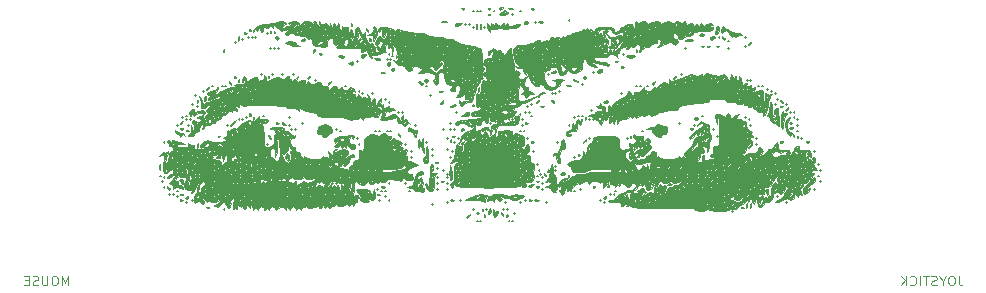
<source format=gbo>
%TF.GenerationSoftware,KiCad,Pcbnew,(5.1.8)-1*%
%TF.CreationDate,2021-03-14T22:30:27+01:00*%
%TF.ProjectId,Amiga Mouse Switch Faceplate B1,416d6967-6120-44d6-9f75-736520537769,rev?*%
%TF.SameCoordinates,Original*%
%TF.FileFunction,Legend,Bot*%
%TF.FilePolarity,Positive*%
%FSLAX46Y46*%
G04 Gerber Fmt 4.6, Leading zero omitted, Abs format (unit mm)*
G04 Created by KiCad (PCBNEW (5.1.8)-1) date 2021-03-14 22:30:27*
%MOMM*%
%LPD*%
G01*
G04 APERTURE LIST*
%ADD10C,0.100000*%
%ADD11C,0.010000*%
G04 APERTURE END LIST*
D10*
X104082619Y-105771904D02*
X104082619Y-104971904D01*
X103815952Y-105543333D01*
X103549285Y-104971904D01*
X103549285Y-105771904D01*
X103015952Y-104971904D02*
X102863571Y-104971904D01*
X102787380Y-105010000D01*
X102711190Y-105086190D01*
X102673095Y-105238571D01*
X102673095Y-105505238D01*
X102711190Y-105657619D01*
X102787380Y-105733809D01*
X102863571Y-105771904D01*
X103015952Y-105771904D01*
X103092142Y-105733809D01*
X103168333Y-105657619D01*
X103206428Y-105505238D01*
X103206428Y-105238571D01*
X103168333Y-105086190D01*
X103092142Y-105010000D01*
X103015952Y-104971904D01*
X102330238Y-104971904D02*
X102330238Y-105619523D01*
X102292142Y-105695714D01*
X102254047Y-105733809D01*
X102177857Y-105771904D01*
X102025476Y-105771904D01*
X101949285Y-105733809D01*
X101911190Y-105695714D01*
X101873095Y-105619523D01*
X101873095Y-104971904D01*
X101530238Y-105733809D02*
X101415952Y-105771904D01*
X101225476Y-105771904D01*
X101149285Y-105733809D01*
X101111190Y-105695714D01*
X101073095Y-105619523D01*
X101073095Y-105543333D01*
X101111190Y-105467142D01*
X101149285Y-105429047D01*
X101225476Y-105390952D01*
X101377857Y-105352857D01*
X101454047Y-105314761D01*
X101492142Y-105276666D01*
X101530238Y-105200476D01*
X101530238Y-105124285D01*
X101492142Y-105048095D01*
X101454047Y-105010000D01*
X101377857Y-104971904D01*
X101187380Y-104971904D01*
X101073095Y-105010000D01*
X100730238Y-105352857D02*
X100463571Y-105352857D01*
X100349285Y-105771904D02*
X100730238Y-105771904D01*
X100730238Y-104971904D01*
X100349285Y-104971904D01*
X179488809Y-104971904D02*
X179488809Y-105543333D01*
X179526904Y-105657619D01*
X179603095Y-105733809D01*
X179717380Y-105771904D01*
X179793571Y-105771904D01*
X178955476Y-104971904D02*
X178803095Y-104971904D01*
X178726904Y-105010000D01*
X178650714Y-105086190D01*
X178612619Y-105238571D01*
X178612619Y-105505238D01*
X178650714Y-105657619D01*
X178726904Y-105733809D01*
X178803095Y-105771904D01*
X178955476Y-105771904D01*
X179031666Y-105733809D01*
X179107857Y-105657619D01*
X179145952Y-105505238D01*
X179145952Y-105238571D01*
X179107857Y-105086190D01*
X179031666Y-105010000D01*
X178955476Y-104971904D01*
X178117380Y-105390952D02*
X178117380Y-105771904D01*
X178384047Y-104971904D02*
X178117380Y-105390952D01*
X177850714Y-104971904D01*
X177622142Y-105733809D02*
X177507857Y-105771904D01*
X177317380Y-105771904D01*
X177241190Y-105733809D01*
X177203095Y-105695714D01*
X177165000Y-105619523D01*
X177165000Y-105543333D01*
X177203095Y-105467142D01*
X177241190Y-105429047D01*
X177317380Y-105390952D01*
X177469761Y-105352857D01*
X177545952Y-105314761D01*
X177584047Y-105276666D01*
X177622142Y-105200476D01*
X177622142Y-105124285D01*
X177584047Y-105048095D01*
X177545952Y-105010000D01*
X177469761Y-104971904D01*
X177279285Y-104971904D01*
X177165000Y-105010000D01*
X176936428Y-104971904D02*
X176479285Y-104971904D01*
X176707857Y-105771904D02*
X176707857Y-104971904D01*
X176212619Y-105771904D02*
X176212619Y-104971904D01*
X175374523Y-105695714D02*
X175412619Y-105733809D01*
X175526904Y-105771904D01*
X175603095Y-105771904D01*
X175717380Y-105733809D01*
X175793571Y-105657619D01*
X175831666Y-105581428D01*
X175869761Y-105429047D01*
X175869761Y-105314761D01*
X175831666Y-105162380D01*
X175793571Y-105086190D01*
X175717380Y-105010000D01*
X175603095Y-104971904D01*
X175526904Y-104971904D01*
X175412619Y-105010000D01*
X175374523Y-105048095D01*
X175031666Y-105771904D02*
X175031666Y-104971904D01*
X174574523Y-105771904D02*
X174917380Y-105314761D01*
X174574523Y-104971904D02*
X175031666Y-105429047D01*
D11*
%TO.C,G\u002A\u002A\u002A*%
G36*
X149346335Y-84228893D02*
G01*
X149333028Y-84462611D01*
X149337753Y-84481250D01*
X149443208Y-84755937D01*
X149522240Y-84753642D01*
X149542500Y-84573854D01*
X149662530Y-84318931D01*
X149740938Y-84268887D01*
X149771268Y-84203609D01*
X149597050Y-84176282D01*
X149346335Y-84228893D01*
G37*
X149346335Y-84228893D02*
X149333028Y-84462611D01*
X149337753Y-84481250D01*
X149443208Y-84755937D01*
X149522240Y-84753642D01*
X149542500Y-84573854D01*
X149662530Y-84318931D01*
X149740938Y-84268887D01*
X149771268Y-84203609D01*
X149597050Y-84176282D01*
X149346335Y-84228893D01*
G36*
X150343724Y-85083446D02*
G01*
X150294231Y-85259786D01*
X150166875Y-85501680D01*
X150040405Y-85526508D01*
X149837588Y-85520636D01*
X149801848Y-85558160D01*
X149873246Y-85654065D01*
X150118633Y-85687750D01*
X150437666Y-85657009D01*
X150564764Y-85600437D01*
X150561567Y-85513125D01*
X150495000Y-85513125D01*
X150415625Y-85592500D01*
X150336250Y-85513125D01*
X150415625Y-85433750D01*
X150495000Y-85513125D01*
X150561567Y-85513125D01*
X150557350Y-85397968D01*
X150501806Y-85204126D01*
X150410702Y-85001550D01*
X150343724Y-85083446D01*
G37*
X150343724Y-85083446D02*
X150294231Y-85259786D01*
X150166875Y-85501680D01*
X150040405Y-85526508D01*
X149837588Y-85520636D01*
X149801848Y-85558160D01*
X149873246Y-85654065D01*
X150118633Y-85687750D01*
X150437666Y-85657009D01*
X150564764Y-85600437D01*
X150561567Y-85513125D01*
X150495000Y-85513125D01*
X150415625Y-85592500D01*
X150336250Y-85513125D01*
X150415625Y-85433750D01*
X150495000Y-85513125D01*
X150561567Y-85513125D01*
X150557350Y-85397968D01*
X150501806Y-85204126D01*
X150410702Y-85001550D01*
X150343724Y-85083446D01*
G36*
X127317500Y-85195625D02*
G01*
X127396875Y-85275000D01*
X127476250Y-85195625D01*
X127396875Y-85116250D01*
X127317500Y-85195625D01*
G37*
X127317500Y-85195625D02*
X127396875Y-85275000D01*
X127476250Y-85195625D01*
X127396875Y-85116250D01*
X127317500Y-85195625D01*
G36*
X128746250Y-84878125D02*
G01*
X128825625Y-84957500D01*
X128905000Y-84878125D01*
X128825625Y-84798750D01*
X128746250Y-84878125D01*
G37*
X128746250Y-84878125D02*
X128825625Y-84957500D01*
X128905000Y-84878125D01*
X128825625Y-84798750D01*
X128746250Y-84878125D01*
G36*
X132080000Y-85830625D02*
G01*
X132159375Y-85910000D01*
X132238750Y-85830625D01*
X132159375Y-85751250D01*
X132080000Y-85830625D01*
G37*
X132080000Y-85830625D02*
X132159375Y-85910000D01*
X132238750Y-85830625D01*
X132159375Y-85751250D01*
X132080000Y-85830625D01*
G36*
X137502029Y-93594215D02*
G01*
X137332941Y-93741787D01*
X137318750Y-93777493D01*
X137394089Y-93842742D01*
X137550944Y-93696537D01*
X137572035Y-93664221D01*
X137590746Y-93555589D01*
X137502029Y-93594215D01*
G37*
X137502029Y-93594215D02*
X137332941Y-93741787D01*
X137318750Y-93777493D01*
X137394089Y-93842742D01*
X137550944Y-93696537D01*
X137572035Y-93664221D01*
X137590746Y-93555589D01*
X137502029Y-93594215D01*
G36*
X122522136Y-94659081D02*
G01*
X122494074Y-94729794D01*
X122469512Y-95003438D01*
X122567787Y-95193379D01*
X122720258Y-95204187D01*
X122783800Y-95132589D01*
X122791331Y-95038125D01*
X122713750Y-95038125D01*
X122634375Y-95117500D01*
X122555000Y-95038125D01*
X122634375Y-94958750D01*
X122713750Y-95038125D01*
X122791331Y-95038125D01*
X122805250Y-94863555D01*
X122745995Y-94704505D01*
X122618825Y-94535378D01*
X122522136Y-94659081D01*
G37*
X122522136Y-94659081D02*
X122494074Y-94729794D01*
X122469512Y-95003438D01*
X122567787Y-95193379D01*
X122720258Y-95204187D01*
X122783800Y-95132589D01*
X122791331Y-95038125D01*
X122713750Y-95038125D01*
X122634375Y-95117500D01*
X122555000Y-95038125D01*
X122634375Y-94958750D01*
X122713750Y-95038125D01*
X122791331Y-95038125D01*
X122805250Y-94863555D01*
X122745995Y-94704505D01*
X122618825Y-94535378D01*
X122522136Y-94659081D01*
G36*
X116205000Y-94879375D02*
G01*
X116284375Y-94958750D01*
X116363750Y-94879375D01*
X116284375Y-94800000D01*
X116205000Y-94879375D01*
G37*
X116205000Y-94879375D02*
X116284375Y-94958750D01*
X116363750Y-94879375D01*
X116284375Y-94800000D01*
X116205000Y-94879375D01*
G36*
X116699392Y-94788787D02*
G01*
X116586613Y-94947172D01*
X116653333Y-95020870D01*
X116871167Y-95008671D01*
X116924303Y-94950777D01*
X116978918Y-94741295D01*
X116813023Y-94730363D01*
X116699392Y-94788787D01*
G37*
X116699392Y-94788787D02*
X116586613Y-94947172D01*
X116653333Y-95020870D01*
X116871167Y-95008671D01*
X116924303Y-94950777D01*
X116978918Y-94741295D01*
X116813023Y-94730363D01*
X116699392Y-94788787D01*
G36*
X126365000Y-97101875D02*
G01*
X126444375Y-97181250D01*
X126523750Y-97101875D01*
X126444375Y-97022500D01*
X126365000Y-97101875D01*
G37*
X126365000Y-97101875D02*
X126444375Y-97181250D01*
X126523750Y-97101875D01*
X126444375Y-97022500D01*
X126365000Y-97101875D01*
G36*
X126682500Y-97101875D02*
G01*
X126761875Y-97181250D01*
X126841250Y-97101875D01*
X126761875Y-97022500D01*
X126682500Y-97101875D01*
G37*
X126682500Y-97101875D02*
X126761875Y-97181250D01*
X126841250Y-97101875D01*
X126761875Y-97022500D01*
X126682500Y-97101875D01*
G36*
X126040917Y-97096525D02*
G01*
X125990580Y-97115225D01*
X125766948Y-97270263D01*
X125730000Y-97356984D01*
X125785348Y-97490083D01*
X125965955Y-97354375D01*
X126050517Y-97256990D01*
X126166343Y-97084883D01*
X126040917Y-97096525D01*
G37*
X126040917Y-97096525D02*
X125990580Y-97115225D01*
X125766948Y-97270263D01*
X125730000Y-97356984D01*
X125785348Y-97490083D01*
X125965955Y-97354375D01*
X126050517Y-97256990D01*
X126166343Y-97084883D01*
X126040917Y-97096525D01*
G36*
X154146250Y-97260625D02*
G01*
X154225625Y-97340000D01*
X154305000Y-97260625D01*
X154225625Y-97181250D01*
X154146250Y-97260625D01*
G37*
X154146250Y-97260625D02*
X154225625Y-97340000D01*
X154305000Y-97260625D01*
X154225625Y-97181250D01*
X154146250Y-97260625D01*
G36*
X154929031Y-97108654D02*
G01*
X154790396Y-97238965D01*
X154953733Y-97286139D01*
X155012392Y-97287083D01*
X155171604Y-97217027D01*
X155160173Y-97152202D01*
X154976099Y-97087809D01*
X154929031Y-97108654D01*
G37*
X154929031Y-97108654D02*
X154790396Y-97238965D01*
X154953733Y-97286139D01*
X155012392Y-97287083D01*
X155171604Y-97217027D01*
X155160173Y-97152202D01*
X154976099Y-97087809D01*
X154929031Y-97108654D01*
G36*
X152558750Y-97260625D02*
G01*
X152638125Y-97340000D01*
X152717500Y-97260625D01*
X152638125Y-97181250D01*
X152558750Y-97260625D01*
G37*
X152558750Y-97260625D02*
X152638125Y-97340000D01*
X152717500Y-97260625D01*
X152638125Y-97181250D01*
X152558750Y-97260625D01*
G36*
X153511250Y-97260625D02*
G01*
X153590625Y-97340000D01*
X153670000Y-97260625D01*
X153590625Y-97181250D01*
X153511250Y-97260625D01*
G37*
X153511250Y-97260625D02*
X153590625Y-97340000D01*
X153670000Y-97260625D01*
X153590625Y-97181250D01*
X153511250Y-97260625D01*
G36*
X152241250Y-97736875D02*
G01*
X152320625Y-97816250D01*
X152400000Y-97736875D01*
X152320625Y-97657500D01*
X152241250Y-97736875D01*
G37*
X152241250Y-97736875D02*
X152320625Y-97816250D01*
X152400000Y-97736875D01*
X152320625Y-97657500D01*
X152241250Y-97736875D01*
G36*
X151765000Y-97895625D02*
G01*
X151844375Y-97975000D01*
X151923750Y-97895625D01*
X151844375Y-97816250D01*
X151765000Y-97895625D01*
G37*
X151765000Y-97895625D02*
X151844375Y-97975000D01*
X151923750Y-97895625D01*
X151844375Y-97816250D01*
X151765000Y-97895625D01*
G36*
X152876250Y-97895625D02*
G01*
X152955625Y-97975000D01*
X153035000Y-97895625D01*
X152955625Y-97816250D01*
X152876250Y-97895625D01*
G37*
X152876250Y-97895625D02*
X152955625Y-97975000D01*
X153035000Y-97895625D01*
X152955625Y-97816250D01*
X152876250Y-97895625D01*
G36*
X163115450Y-97780356D02*
G01*
X163139543Y-97900708D01*
X163263692Y-98116925D01*
X163338914Y-98024536D01*
X163353750Y-97806881D01*
X163295140Y-97585546D01*
X163201934Y-97573840D01*
X163115450Y-97780356D01*
G37*
X163115450Y-97780356D02*
X163139543Y-97900708D01*
X163263692Y-98116925D01*
X163338914Y-98024536D01*
X163353750Y-97806881D01*
X163295140Y-97585546D01*
X163201934Y-97573840D01*
X163115450Y-97780356D01*
G36*
X137371667Y-82311666D02*
G01*
X137393459Y-82406043D01*
X137477500Y-82417500D01*
X137608170Y-82359415D01*
X137583334Y-82311666D01*
X137394935Y-82292667D01*
X137371667Y-82311666D01*
G37*
X137371667Y-82311666D02*
X137393459Y-82406043D01*
X137477500Y-82417500D01*
X137608170Y-82359415D01*
X137583334Y-82311666D01*
X137394935Y-82292667D01*
X137371667Y-82311666D01*
G36*
X139594167Y-82311666D02*
G01*
X139615959Y-82406043D01*
X139700000Y-82417500D01*
X139830670Y-82359415D01*
X139805834Y-82311666D01*
X139617435Y-82292667D01*
X139594167Y-82311666D01*
G37*
X139594167Y-82311666D02*
X139615959Y-82406043D01*
X139700000Y-82417500D01*
X139830670Y-82359415D01*
X139805834Y-82311666D01*
X139617435Y-82292667D01*
X139594167Y-82311666D01*
G36*
X140740121Y-82198177D02*
G01*
X140516670Y-82326282D01*
X140554102Y-82409117D01*
X140643132Y-82417500D01*
X140858400Y-82302202D01*
X140889502Y-82260568D01*
X140863949Y-82170357D01*
X140740121Y-82198177D01*
G37*
X140740121Y-82198177D02*
X140516670Y-82326282D01*
X140554102Y-82409117D01*
X140643132Y-82417500D01*
X140858400Y-82302202D01*
X140889502Y-82260568D01*
X140863949Y-82170357D01*
X140740121Y-82198177D01*
G36*
X141330495Y-82321588D02*
G01*
X141377841Y-82393742D01*
X141538855Y-82404967D01*
X141708246Y-82366197D01*
X141634766Y-82309055D01*
X141386659Y-82290130D01*
X141330495Y-82321588D01*
G37*
X141330495Y-82321588D02*
X141377841Y-82393742D01*
X141538855Y-82404967D01*
X141708246Y-82366197D01*
X141634766Y-82309055D01*
X141386659Y-82290130D01*
X141330495Y-82321588D01*
G36*
X143245417Y-82311666D02*
G01*
X143267209Y-82406043D01*
X143351250Y-82417500D01*
X143481920Y-82359415D01*
X143457084Y-82311666D01*
X143268685Y-82292667D01*
X143245417Y-82311666D01*
G37*
X143245417Y-82311666D02*
X143267209Y-82406043D01*
X143351250Y-82417500D01*
X143481920Y-82359415D01*
X143457084Y-82311666D01*
X143268685Y-82292667D01*
X143245417Y-82311666D01*
G36*
X138271250Y-82496875D02*
G01*
X138350625Y-82576250D01*
X138430000Y-82496875D01*
X138350625Y-82417500D01*
X138271250Y-82496875D01*
G37*
X138271250Y-82496875D02*
X138350625Y-82576250D01*
X138430000Y-82496875D01*
X138350625Y-82417500D01*
X138271250Y-82496875D01*
G36*
X138588750Y-82496875D02*
G01*
X138668125Y-82576250D01*
X138747500Y-82496875D01*
X138668125Y-82417500D01*
X138588750Y-82496875D01*
G37*
X138588750Y-82496875D02*
X138668125Y-82576250D01*
X138747500Y-82496875D01*
X138668125Y-82417500D01*
X138588750Y-82496875D01*
G36*
X138906250Y-82496875D02*
G01*
X138985625Y-82576250D01*
X139065000Y-82496875D01*
X138985625Y-82417500D01*
X138906250Y-82496875D01*
G37*
X138906250Y-82496875D02*
X138985625Y-82576250D01*
X139065000Y-82496875D01*
X138985625Y-82417500D01*
X138906250Y-82496875D01*
G36*
X140017500Y-82496875D02*
G01*
X140096875Y-82576250D01*
X140176250Y-82496875D01*
X140096875Y-82417500D01*
X140017500Y-82496875D01*
G37*
X140017500Y-82496875D02*
X140096875Y-82576250D01*
X140176250Y-82496875D01*
X140096875Y-82417500D01*
X140017500Y-82496875D01*
G36*
X142240000Y-82496875D02*
G01*
X142319375Y-82576250D01*
X142398750Y-82496875D01*
X142319375Y-82417500D01*
X142240000Y-82496875D01*
G37*
X142240000Y-82496875D02*
X142319375Y-82576250D01*
X142398750Y-82496875D01*
X142319375Y-82417500D01*
X142240000Y-82496875D01*
G36*
X139594167Y-82787916D02*
G01*
X139615959Y-82882293D01*
X139700000Y-82893750D01*
X139830670Y-82835665D01*
X139805834Y-82787916D01*
X139617435Y-82768917D01*
X139594167Y-82787916D01*
G37*
X139594167Y-82787916D02*
X139615959Y-82882293D01*
X139700000Y-82893750D01*
X139830670Y-82835665D01*
X139805834Y-82787916D01*
X139617435Y-82768917D01*
X139594167Y-82787916D01*
G36*
X140829875Y-82608746D02*
G01*
X140598664Y-82780315D01*
X140525185Y-82830623D01*
X140626931Y-82843756D01*
X140938934Y-82838465D01*
X140950041Y-82838018D01*
X141261266Y-82794654D01*
X141300268Y-82681459D01*
X141282258Y-82655625D01*
X141128750Y-82655625D01*
X141049375Y-82735000D01*
X140970000Y-82655625D01*
X141049375Y-82576250D01*
X141128750Y-82655625D01*
X141282258Y-82655625D01*
X141254731Y-82616140D01*
X141060588Y-82494097D01*
X140829875Y-82608746D01*
G37*
X140829875Y-82608746D02*
X140598664Y-82780315D01*
X140525185Y-82830623D01*
X140626931Y-82843756D01*
X140938934Y-82838465D01*
X140950041Y-82838018D01*
X141261266Y-82794654D01*
X141300268Y-82681459D01*
X141282258Y-82655625D01*
X141128750Y-82655625D01*
X141049375Y-82735000D01*
X140970000Y-82655625D01*
X141049375Y-82576250D01*
X141128750Y-82655625D01*
X141282258Y-82655625D01*
X141254731Y-82616140D01*
X141060588Y-82494097D01*
X140829875Y-82608746D01*
G36*
X141605000Y-82814375D02*
G01*
X141684375Y-82893750D01*
X141763750Y-82814375D01*
X141684375Y-82735000D01*
X141605000Y-82814375D01*
G37*
X141605000Y-82814375D02*
X141684375Y-82893750D01*
X141763750Y-82814375D01*
X141684375Y-82735000D01*
X141605000Y-82814375D01*
G36*
X146367500Y-83290625D02*
G01*
X146446875Y-83370000D01*
X146526250Y-83290625D01*
X146446875Y-83211250D01*
X146367500Y-83290625D01*
G37*
X146367500Y-83290625D02*
X146446875Y-83370000D01*
X146526250Y-83290625D01*
X146446875Y-83211250D01*
X146367500Y-83290625D01*
G36*
X135691563Y-83423612D02*
G01*
X135671620Y-83481555D01*
X135890000Y-83503684D01*
X136115367Y-83478736D01*
X136088438Y-83423612D01*
X135763422Y-83402645D01*
X135691563Y-83423612D01*
G37*
X135691563Y-83423612D02*
X135671620Y-83481555D01*
X135890000Y-83503684D01*
X136115367Y-83478736D01*
X136088438Y-83423612D01*
X135763422Y-83402645D01*
X135691563Y-83423612D01*
G36*
X143510000Y-83449375D02*
G01*
X143589375Y-83528750D01*
X143668750Y-83449375D01*
X143589375Y-83370000D01*
X143510000Y-83449375D01*
G37*
X143510000Y-83449375D02*
X143589375Y-83528750D01*
X143668750Y-83449375D01*
X143589375Y-83370000D01*
X143510000Y-83449375D01*
G36*
X143870495Y-83432838D02*
G01*
X143917841Y-83504992D01*
X144078855Y-83516217D01*
X144248246Y-83477447D01*
X144174766Y-83420305D01*
X143926659Y-83401380D01*
X143870495Y-83432838D01*
G37*
X143870495Y-83432838D02*
X143917841Y-83504992D01*
X144078855Y-83516217D01*
X144248246Y-83477447D01*
X144174766Y-83420305D01*
X143926659Y-83401380D01*
X143870495Y-83432838D01*
G36*
X125306667Y-83422916D02*
G01*
X125287668Y-83611315D01*
X125306667Y-83634583D01*
X125401044Y-83612791D01*
X125412500Y-83528750D01*
X125354416Y-83398080D01*
X125306667Y-83422916D01*
G37*
X125306667Y-83422916D02*
X125287668Y-83611315D01*
X125306667Y-83634583D01*
X125401044Y-83612791D01*
X125412500Y-83528750D01*
X125354416Y-83398080D01*
X125306667Y-83422916D01*
G36*
X137636250Y-83608125D02*
G01*
X137715625Y-83687500D01*
X137795000Y-83608125D01*
X137715625Y-83528750D01*
X137636250Y-83608125D01*
G37*
X137636250Y-83608125D02*
X137715625Y-83687500D01*
X137795000Y-83608125D01*
X137715625Y-83528750D01*
X137636250Y-83608125D01*
G36*
X137953750Y-83608125D02*
G01*
X138033125Y-83687500D01*
X138112500Y-83608125D01*
X138033125Y-83528750D01*
X137953750Y-83608125D01*
G37*
X137953750Y-83608125D02*
X138033125Y-83687500D01*
X138112500Y-83608125D01*
X138033125Y-83528750D01*
X137953750Y-83608125D01*
G36*
X142666174Y-83483732D02*
G01*
X142653228Y-83502291D01*
X142701792Y-83618251D01*
X142802609Y-83634583D01*
X143009547Y-83561051D01*
X143033750Y-83502291D01*
X142913479Y-83372538D01*
X142884369Y-83370000D01*
X142666174Y-83483732D01*
G37*
X142666174Y-83483732D02*
X142653228Y-83502291D01*
X142701792Y-83618251D01*
X142802609Y-83634583D01*
X143009547Y-83561051D01*
X143033750Y-83502291D01*
X142913479Y-83372538D01*
X142884369Y-83370000D01*
X142666174Y-83483732D01*
G36*
X123348750Y-83766875D02*
G01*
X123428125Y-83846250D01*
X123507500Y-83766875D01*
X123428125Y-83687500D01*
X123348750Y-83766875D01*
G37*
X123348750Y-83766875D02*
X123428125Y-83846250D01*
X123507500Y-83766875D01*
X123428125Y-83687500D01*
X123348750Y-83766875D01*
G36*
X128005417Y-83581666D02*
G01*
X127986418Y-83770065D01*
X128005417Y-83793333D01*
X128099794Y-83771541D01*
X128111250Y-83687500D01*
X128053166Y-83556830D01*
X128005417Y-83581666D01*
G37*
X128005417Y-83581666D02*
X127986418Y-83770065D01*
X128005417Y-83793333D01*
X128099794Y-83771541D01*
X128111250Y-83687500D01*
X128053166Y-83556830D01*
X128005417Y-83581666D01*
G36*
X136921246Y-83590812D02*
G01*
X136842500Y-83687500D01*
X136872887Y-83833275D01*
X136882188Y-83835092D01*
X137040701Y-83771683D01*
X137239375Y-83687500D01*
X137453621Y-83583145D01*
X137369781Y-83547273D01*
X137199688Y-83539907D01*
X136921246Y-83590812D01*
G37*
X136921246Y-83590812D02*
X136842500Y-83687500D01*
X136872887Y-83833275D01*
X136882188Y-83835092D01*
X137040701Y-83771683D01*
X137239375Y-83687500D01*
X137453621Y-83583145D01*
X137369781Y-83547273D01*
X137199688Y-83539907D01*
X136921246Y-83590812D01*
G36*
X157534570Y-83626006D02*
G01*
X157559375Y-83687500D01*
X157702029Y-83838944D01*
X157727494Y-83846250D01*
X157795680Y-83723426D01*
X157797500Y-83687500D01*
X157675461Y-83534850D01*
X157629382Y-83528750D01*
X157534570Y-83626006D01*
G37*
X157534570Y-83626006D02*
X157559375Y-83687500D01*
X157702029Y-83838944D01*
X157727494Y-83846250D01*
X157795680Y-83723426D01*
X157797500Y-83687500D01*
X157675461Y-83534850D01*
X157629382Y-83528750D01*
X157534570Y-83626006D01*
G36*
X126891556Y-83657734D02*
G01*
X126872631Y-83905841D01*
X126904089Y-83962005D01*
X126976243Y-83914659D01*
X126987468Y-83753645D01*
X126948698Y-83584254D01*
X126891556Y-83657734D01*
G37*
X126891556Y-83657734D02*
X126872631Y-83905841D01*
X126904089Y-83962005D01*
X126976243Y-83914659D01*
X126987468Y-83753645D01*
X126948698Y-83584254D01*
X126891556Y-83657734D01*
G36*
X138271250Y-83925625D02*
G01*
X138350625Y-84005000D01*
X138430000Y-83925625D01*
X138350625Y-83846250D01*
X138271250Y-83925625D01*
G37*
X138271250Y-83925625D02*
X138350625Y-84005000D01*
X138430000Y-83925625D01*
X138350625Y-83846250D01*
X138271250Y-83925625D01*
G36*
X139223750Y-83925625D02*
G01*
X139303125Y-84005000D01*
X139382500Y-83925625D01*
X139303125Y-83846250D01*
X139223750Y-83925625D01*
G37*
X139223750Y-83925625D02*
X139303125Y-84005000D01*
X139382500Y-83925625D01*
X139303125Y-83846250D01*
X139223750Y-83925625D01*
G36*
X138642363Y-83647812D02*
G01*
X138621396Y-83972828D01*
X138642363Y-84044687D01*
X138700306Y-84064630D01*
X138722435Y-83846250D01*
X138697487Y-83620883D01*
X138642363Y-83647812D01*
G37*
X138642363Y-83647812D02*
X138621396Y-83972828D01*
X138642363Y-84044687D01*
X138700306Y-84064630D01*
X138722435Y-83846250D01*
X138697487Y-83620883D01*
X138642363Y-83647812D01*
G36*
X138959863Y-83647812D02*
G01*
X138938896Y-83972828D01*
X138959863Y-84044687D01*
X139017806Y-84064630D01*
X139039935Y-83846250D01*
X139014987Y-83620883D01*
X138959863Y-83647812D01*
G37*
X138959863Y-83647812D02*
X138938896Y-83972828D01*
X138959863Y-84044687D01*
X139017806Y-84064630D01*
X139039935Y-83846250D01*
X139014987Y-83620883D01*
X138959863Y-83647812D01*
G36*
X147955000Y-84084375D02*
G01*
X148034375Y-84163750D01*
X148113750Y-84084375D01*
X148034375Y-84005000D01*
X147955000Y-84084375D01*
G37*
X147955000Y-84084375D02*
X148034375Y-84163750D01*
X148113750Y-84084375D01*
X148034375Y-84005000D01*
X147955000Y-84084375D01*
G36*
X119432917Y-84057916D02*
G01*
X119413918Y-84246315D01*
X119432917Y-84269583D01*
X119527294Y-84247791D01*
X119538750Y-84163750D01*
X119480666Y-84033080D01*
X119432917Y-84057916D01*
G37*
X119432917Y-84057916D02*
X119413918Y-84246315D01*
X119432917Y-84269583D01*
X119527294Y-84247791D01*
X119538750Y-84163750D01*
X119480666Y-84033080D01*
X119432917Y-84057916D01*
G36*
X129272306Y-84107544D02*
G01*
X129301875Y-84163750D01*
X129451452Y-84315356D01*
X129479363Y-84322500D01*
X129490195Y-84219955D01*
X129460625Y-84163750D01*
X129311049Y-84012143D01*
X129283138Y-84005000D01*
X129272306Y-84107544D01*
G37*
X129272306Y-84107544D02*
X129301875Y-84163750D01*
X129451452Y-84315356D01*
X129479363Y-84322500D01*
X129490195Y-84219955D01*
X129460625Y-84163750D01*
X129311049Y-84012143D01*
X129283138Y-84005000D01*
X129272306Y-84107544D01*
G36*
X140829519Y-83663761D02*
G01*
X140820919Y-83677292D01*
X140673953Y-83823699D01*
X140476046Y-83739976D01*
X140396001Y-83677292D01*
X140201169Y-83532776D01*
X140206397Y-83600700D01*
X140255625Y-83687500D01*
X140328858Y-83840976D01*
X140212649Y-83775722D01*
X140127349Y-83707749D01*
X139920051Y-83570683D01*
X139858323Y-83657103D01*
X139856320Y-83707749D01*
X139821153Y-83831662D01*
X139700000Y-83687500D01*
X139583414Y-83560557D01*
X139545260Y-83717408D01*
X139543681Y-83797193D01*
X139617172Y-84124635D01*
X139724529Y-84258284D01*
X139832976Y-84277223D01*
X139792843Y-84185540D01*
X139820619Y-84077155D01*
X140097859Y-84024441D01*
X140601752Y-84019086D01*
X141129620Y-84023958D01*
X141531491Y-84016177D01*
X141684375Y-84003024D01*
X141930725Y-83979545D01*
X141946962Y-83981125D01*
X142123319Y-83887085D01*
X142233634Y-83774546D01*
X142237101Y-83766875D01*
X142081250Y-83766875D01*
X142001875Y-83846250D01*
X141922500Y-83766875D01*
X142001875Y-83687500D01*
X142081250Y-83766875D01*
X142237101Y-83766875D01*
X142308044Y-83609910D01*
X142116814Y-83614008D01*
X141693896Y-83771457D01*
X141406302Y-83807650D01*
X141317491Y-83698097D01*
X141228483Y-83578271D01*
X141111965Y-83709224D01*
X140998717Y-83837651D01*
X140970000Y-83687500D01*
X140941771Y-83532670D01*
X140829519Y-83663761D01*
G37*
X140829519Y-83663761D02*
X140820919Y-83677292D01*
X140673953Y-83823699D01*
X140476046Y-83739976D01*
X140396001Y-83677292D01*
X140201169Y-83532776D01*
X140206397Y-83600700D01*
X140255625Y-83687500D01*
X140328858Y-83840976D01*
X140212649Y-83775722D01*
X140127349Y-83707749D01*
X139920051Y-83570683D01*
X139858323Y-83657103D01*
X139856320Y-83707749D01*
X139821153Y-83831662D01*
X139700000Y-83687500D01*
X139583414Y-83560557D01*
X139545260Y-83717408D01*
X139543681Y-83797193D01*
X139617172Y-84124635D01*
X139724529Y-84258284D01*
X139832976Y-84277223D01*
X139792843Y-84185540D01*
X139820619Y-84077155D01*
X140097859Y-84024441D01*
X140601752Y-84019086D01*
X141129620Y-84023958D01*
X141531491Y-84016177D01*
X141684375Y-84003024D01*
X141930725Y-83979545D01*
X141946962Y-83981125D01*
X142123319Y-83887085D01*
X142233634Y-83774546D01*
X142237101Y-83766875D01*
X142081250Y-83766875D01*
X142001875Y-83846250D01*
X141922500Y-83766875D01*
X142001875Y-83687500D01*
X142081250Y-83766875D01*
X142237101Y-83766875D01*
X142308044Y-83609910D01*
X142116814Y-83614008D01*
X141693896Y-83771457D01*
X141406302Y-83807650D01*
X141317491Y-83698097D01*
X141228483Y-83578271D01*
X141111965Y-83709224D01*
X140998717Y-83837651D01*
X140970000Y-83687500D01*
X140941771Y-83532670D01*
X140829519Y-83663761D01*
G36*
X118956667Y-84375416D02*
G01*
X118978459Y-84469793D01*
X119062500Y-84481250D01*
X119193170Y-84423165D01*
X119168334Y-84375416D01*
X118979935Y-84356417D01*
X118956667Y-84375416D01*
G37*
X118956667Y-84375416D02*
X118978459Y-84469793D01*
X119062500Y-84481250D01*
X119193170Y-84423165D01*
X119168334Y-84375416D01*
X118979935Y-84356417D01*
X118956667Y-84375416D01*
G36*
X120808750Y-84401875D02*
G01*
X120888125Y-84481250D01*
X120967500Y-84401875D01*
X120888125Y-84322500D01*
X120808750Y-84401875D01*
G37*
X120808750Y-84401875D02*
X120888125Y-84481250D01*
X120967500Y-84401875D01*
X120888125Y-84322500D01*
X120808750Y-84401875D01*
G36*
X121179167Y-84216666D02*
G01*
X121160168Y-84405065D01*
X121179167Y-84428333D01*
X121273544Y-84406541D01*
X121285000Y-84322500D01*
X121226916Y-84191830D01*
X121179167Y-84216666D01*
G37*
X121179167Y-84216666D02*
X121160168Y-84405065D01*
X121179167Y-84428333D01*
X121273544Y-84406541D01*
X121285000Y-84322500D01*
X121226916Y-84191830D01*
X121179167Y-84216666D01*
G36*
X121496667Y-84216666D02*
G01*
X121477668Y-84405065D01*
X121496667Y-84428333D01*
X121591044Y-84406541D01*
X121602500Y-84322500D01*
X121544416Y-84191830D01*
X121496667Y-84216666D01*
G37*
X121496667Y-84216666D02*
X121477668Y-84405065D01*
X121496667Y-84428333D01*
X121591044Y-84406541D01*
X121602500Y-84322500D01*
X121544416Y-84191830D01*
X121496667Y-84216666D01*
G36*
X158934303Y-83909971D02*
G01*
X158960290Y-83950706D01*
X158964742Y-84141591D01*
X158887935Y-84268206D01*
X158828906Y-84444995D01*
X158961525Y-84477673D01*
X159120417Y-84375416D01*
X159223920Y-84134620D01*
X159164894Y-83908092D01*
X159041042Y-83846250D01*
X158934303Y-83909971D01*
G37*
X158934303Y-83909971D02*
X158960290Y-83950706D01*
X158964742Y-84141591D01*
X158887935Y-84268206D01*
X158828906Y-84444995D01*
X158961525Y-84477673D01*
X159120417Y-84375416D01*
X159223920Y-84134620D01*
X159164894Y-83908092D01*
X159041042Y-83846250D01*
X158934303Y-83909971D01*
G36*
X157627781Y-84408654D02*
G01*
X157487017Y-84561905D01*
X157647343Y-84636894D01*
X157727494Y-84640000D01*
X157891000Y-84561894D01*
X157875275Y-84478660D01*
X157685022Y-84387082D01*
X157627781Y-84408654D01*
G37*
X157627781Y-84408654D02*
X157487017Y-84561905D01*
X157647343Y-84636894D01*
X157727494Y-84640000D01*
X157891000Y-84561894D01*
X157875275Y-84478660D01*
X157685022Y-84387082D01*
X157627781Y-84408654D01*
G36*
X119221250Y-84719375D02*
G01*
X119300625Y-84798750D01*
X119380000Y-84719375D01*
X119300625Y-84640000D01*
X119221250Y-84719375D01*
G37*
X119221250Y-84719375D02*
X119300625Y-84798750D01*
X119380000Y-84719375D01*
X119300625Y-84640000D01*
X119221250Y-84719375D01*
G36*
X119538750Y-84719375D02*
G01*
X119618125Y-84798750D01*
X119697500Y-84719375D01*
X119618125Y-84640000D01*
X119538750Y-84719375D01*
G37*
X119538750Y-84719375D02*
X119618125Y-84798750D01*
X119697500Y-84719375D01*
X119618125Y-84640000D01*
X119538750Y-84719375D01*
G36*
X119856250Y-84719375D02*
G01*
X119935625Y-84798750D01*
X120015000Y-84719375D01*
X119935625Y-84640000D01*
X119856250Y-84719375D01*
G37*
X119856250Y-84719375D02*
X119935625Y-84798750D01*
X120015000Y-84719375D01*
X119935625Y-84640000D01*
X119856250Y-84719375D01*
G36*
X145891250Y-84719375D02*
G01*
X145970625Y-84798750D01*
X146050000Y-84719375D01*
X145970625Y-84640000D01*
X145891250Y-84719375D01*
G37*
X145891250Y-84719375D02*
X145970625Y-84798750D01*
X146050000Y-84719375D01*
X145970625Y-84640000D01*
X145891250Y-84719375D01*
G36*
X159067500Y-84719375D02*
G01*
X159146875Y-84798750D01*
X159226250Y-84719375D01*
X159146875Y-84640000D01*
X159067500Y-84719375D01*
G37*
X159067500Y-84719375D02*
X159146875Y-84798750D01*
X159226250Y-84719375D01*
X159146875Y-84640000D01*
X159067500Y-84719375D01*
G36*
X159420789Y-83980703D02*
G01*
X159387431Y-84203437D01*
X159419244Y-84428143D01*
X159519587Y-84355892D01*
X159524243Y-84348628D01*
X159743310Y-84169771D01*
X159981017Y-84303698D01*
X160133438Y-84531373D01*
X160281493Y-84731581D01*
X160334306Y-84640000D01*
X160369320Y-84489639D01*
X160478838Y-84617261D01*
X160634276Y-84739504D01*
X160725501Y-84654359D01*
X160929456Y-84554892D01*
X161007998Y-84582563D01*
X161106000Y-84589206D01*
X161075721Y-84519832D01*
X160854298Y-84405065D01*
X160583202Y-84393192D01*
X160246935Y-84344081D01*
X160108756Y-84210326D01*
X159950362Y-84064178D01*
X159862372Y-84083682D01*
X159715281Y-84072155D01*
X159702500Y-84014368D01*
X159587262Y-83852710D01*
X159543750Y-83846250D01*
X159420789Y-83980703D01*
G37*
X159420789Y-83980703D02*
X159387431Y-84203437D01*
X159419244Y-84428143D01*
X159519587Y-84355892D01*
X159524243Y-84348628D01*
X159743310Y-84169771D01*
X159981017Y-84303698D01*
X160133438Y-84531373D01*
X160281493Y-84731581D01*
X160334306Y-84640000D01*
X160369320Y-84489639D01*
X160478838Y-84617261D01*
X160634276Y-84739504D01*
X160725501Y-84654359D01*
X160929456Y-84554892D01*
X161007998Y-84582563D01*
X161106000Y-84589206D01*
X161075721Y-84519832D01*
X160854298Y-84405065D01*
X160583202Y-84393192D01*
X160246935Y-84344081D01*
X160108756Y-84210326D01*
X159950362Y-84064178D01*
X159862372Y-84083682D01*
X159715281Y-84072155D01*
X159702500Y-84014368D01*
X159587262Y-83852710D01*
X159543750Y-83846250D01*
X159420789Y-83980703D01*
G36*
X161290000Y-84719375D02*
G01*
X161369375Y-84798750D01*
X161448750Y-84719375D01*
X161369375Y-84640000D01*
X161290000Y-84719375D01*
G37*
X161290000Y-84719375D02*
X161369375Y-84798750D01*
X161448750Y-84719375D01*
X161369375Y-84640000D01*
X161290000Y-84719375D01*
G36*
X118745000Y-84878125D02*
G01*
X118824375Y-84957500D01*
X118903750Y-84878125D01*
X118824375Y-84798750D01*
X118745000Y-84878125D01*
G37*
X118745000Y-84878125D02*
X118824375Y-84957500D01*
X118903750Y-84878125D01*
X118824375Y-84798750D01*
X118745000Y-84878125D01*
G36*
X121607114Y-84760804D02*
G01*
X121602500Y-84798750D01*
X121723305Y-84952886D01*
X121761250Y-84957500D01*
X121915387Y-84836695D01*
X121920000Y-84798750D01*
X121799196Y-84644613D01*
X121761250Y-84640000D01*
X121607114Y-84760804D01*
G37*
X121607114Y-84760804D02*
X121602500Y-84798750D01*
X121723305Y-84952886D01*
X121761250Y-84957500D01*
X121915387Y-84836695D01*
X121920000Y-84798750D01*
X121799196Y-84644613D01*
X121761250Y-84640000D01*
X121607114Y-84760804D01*
G36*
X158462790Y-84722883D02*
G01*
X158432500Y-84798750D01*
X158546440Y-84952956D01*
X158581882Y-84957500D01*
X158796882Y-84842104D01*
X158829375Y-84798750D01*
X158793387Y-84662844D01*
X158679994Y-84640000D01*
X158462790Y-84722883D01*
G37*
X158462790Y-84722883D02*
X158432500Y-84798750D01*
X158546440Y-84952956D01*
X158581882Y-84957500D01*
X158796882Y-84842104D01*
X158829375Y-84798750D01*
X158793387Y-84662844D01*
X158679994Y-84640000D01*
X158462790Y-84722883D01*
G36*
X159434806Y-84742544D02*
G01*
X159464375Y-84798750D01*
X159613952Y-84950356D01*
X159641863Y-84957500D01*
X159652695Y-84854955D01*
X159623125Y-84798750D01*
X159473549Y-84647143D01*
X159445638Y-84640000D01*
X159434806Y-84742544D01*
G37*
X159434806Y-84742544D02*
X159464375Y-84798750D01*
X159613952Y-84950356D01*
X159641863Y-84957500D01*
X159652695Y-84854955D01*
X159623125Y-84798750D01*
X159473549Y-84647143D01*
X159445638Y-84640000D01*
X159434806Y-84742544D01*
G36*
X118477806Y-84768984D02*
G01*
X118458881Y-85017091D01*
X118490339Y-85073255D01*
X118562493Y-85025909D01*
X118573718Y-84864895D01*
X118534948Y-84695504D01*
X118477806Y-84768984D01*
G37*
X118477806Y-84768984D02*
X118458881Y-85017091D01*
X118490339Y-85073255D01*
X118562493Y-85025909D01*
X118573718Y-84864895D01*
X118534948Y-84695504D01*
X118477806Y-84768984D01*
G36*
X123983750Y-84878125D02*
G01*
X123832306Y-85020778D01*
X123825000Y-85046243D01*
X123947824Y-85114429D01*
X123983750Y-85116250D01*
X124136400Y-84994210D01*
X124142500Y-84948131D01*
X124045244Y-84853319D01*
X123983750Y-84878125D01*
G37*
X123983750Y-84878125D02*
X123832306Y-85020778D01*
X123825000Y-85046243D01*
X123947824Y-85114429D01*
X123983750Y-85116250D01*
X124136400Y-84994210D01*
X124142500Y-84948131D01*
X124045244Y-84853319D01*
X123983750Y-84878125D01*
G36*
X129592917Y-84851666D02*
G01*
X129573918Y-85040065D01*
X129592917Y-85063333D01*
X129687294Y-85041541D01*
X129698750Y-84957500D01*
X129640666Y-84826830D01*
X129592917Y-84851666D01*
G37*
X129592917Y-84851666D02*
X129573918Y-85040065D01*
X129592917Y-85063333D01*
X129687294Y-85041541D01*
X129698750Y-84957500D01*
X129640666Y-84826830D01*
X129592917Y-84851666D01*
G36*
X129927232Y-83960848D02*
G01*
X129948411Y-84057191D01*
X129886583Y-84277350D01*
X129665616Y-84454903D01*
X129423329Y-84585189D01*
X129460024Y-84599432D01*
X129645906Y-84554939D01*
X129895001Y-84536215D01*
X129923695Y-84713498D01*
X129905204Y-84792227D01*
X129866427Y-85069621D01*
X129942510Y-85074272D01*
X130095944Y-84811986D01*
X130119410Y-84759062D01*
X130206455Y-84401875D01*
X130175000Y-84401875D01*
X130095625Y-84481250D01*
X130016250Y-84401875D01*
X130095625Y-84322500D01*
X130175000Y-84401875D01*
X130206455Y-84401875D01*
X130214177Y-84370189D01*
X130185446Y-84028739D01*
X130047288Y-83851661D01*
X130009593Y-83846250D01*
X129927232Y-83960848D01*
G37*
X129927232Y-83960848D02*
X129948411Y-84057191D01*
X129886583Y-84277350D01*
X129665616Y-84454903D01*
X129423329Y-84585189D01*
X129460024Y-84599432D01*
X129645906Y-84554939D01*
X129895001Y-84536215D01*
X129923695Y-84713498D01*
X129905204Y-84792227D01*
X129866427Y-85069621D01*
X129942510Y-85074272D01*
X130095944Y-84811986D01*
X130119410Y-84759062D01*
X130206455Y-84401875D01*
X130175000Y-84401875D01*
X130095625Y-84481250D01*
X130016250Y-84401875D01*
X130095625Y-84322500D01*
X130175000Y-84401875D01*
X130206455Y-84401875D01*
X130214177Y-84370189D01*
X130185446Y-84028739D01*
X130047288Y-83851661D01*
X130009593Y-83846250D01*
X129927232Y-83960848D01*
G36*
X156333745Y-84959119D02*
G01*
X156266151Y-85007182D01*
X156317712Y-85085645D01*
X156580417Y-85116250D01*
X156891310Y-85073537D01*
X157003750Y-84984030D01*
X156877535Y-84891297D01*
X156602430Y-84884619D01*
X156333745Y-84959119D01*
G37*
X156333745Y-84959119D02*
X156266151Y-85007182D01*
X156317712Y-85085645D01*
X156580417Y-85116250D01*
X156891310Y-85073537D01*
X157003750Y-84984030D01*
X156877535Y-84891297D01*
X156602430Y-84884619D01*
X156333745Y-84959119D01*
G36*
X159861250Y-85036875D02*
G01*
X159940625Y-85116250D01*
X160020000Y-85036875D01*
X159940625Y-84957500D01*
X159861250Y-85036875D01*
G37*
X159861250Y-85036875D02*
X159940625Y-85116250D01*
X160020000Y-85036875D01*
X159940625Y-84957500D01*
X159861250Y-85036875D01*
G36*
X118110000Y-85195625D02*
G01*
X118189375Y-85275000D01*
X118268750Y-85195625D01*
X118189375Y-85116250D01*
X118110000Y-85195625D01*
G37*
X118110000Y-85195625D02*
X118189375Y-85275000D01*
X118268750Y-85195625D01*
X118189375Y-85116250D01*
X118110000Y-85195625D01*
G36*
X161790779Y-85180465D02*
G01*
X161620353Y-85340310D01*
X161655314Y-85432204D01*
X161677507Y-85433750D01*
X161811780Y-85320993D01*
X161860785Y-85250471D01*
X161879496Y-85141839D01*
X161790779Y-85180465D01*
G37*
X161790779Y-85180465D02*
X161620353Y-85340310D01*
X161655314Y-85432204D01*
X161677507Y-85433750D01*
X161811780Y-85320993D01*
X161860785Y-85250471D01*
X161879496Y-85141839D01*
X161790779Y-85180465D01*
G36*
X122539902Y-85166359D02*
G01*
X122472054Y-85271877D01*
X122673520Y-85365592D01*
X122726980Y-85374218D01*
X122906316Y-85422832D01*
X122912188Y-85426960D01*
X123080324Y-85465845D01*
X123428125Y-85513020D01*
X123674697Y-85528492D01*
X123654728Y-85496724D01*
X123626563Y-85488325D01*
X123391352Y-85353339D01*
X123348750Y-85263359D01*
X123210178Y-85162194D01*
X122873832Y-85116473D01*
X122846042Y-85116250D01*
X122539902Y-85166359D01*
G37*
X122539902Y-85166359D02*
X122472054Y-85271877D01*
X122673520Y-85365592D01*
X122726980Y-85374218D01*
X122906316Y-85422832D01*
X122912188Y-85426960D01*
X123080324Y-85465845D01*
X123428125Y-85513020D01*
X123674697Y-85528492D01*
X123654728Y-85496724D01*
X123626563Y-85488325D01*
X123391352Y-85353339D01*
X123348750Y-85263359D01*
X123210178Y-85162194D01*
X122873832Y-85116473D01*
X122846042Y-85116250D01*
X122539902Y-85166359D01*
G36*
X157691667Y-85486666D02*
G01*
X157713459Y-85581043D01*
X157797500Y-85592500D01*
X157928170Y-85534415D01*
X157903334Y-85486666D01*
X157714935Y-85467667D01*
X157691667Y-85486666D01*
G37*
X157691667Y-85486666D02*
X157713459Y-85581043D01*
X157797500Y-85592500D01*
X157928170Y-85534415D01*
X157903334Y-85486666D01*
X157714935Y-85467667D01*
X157691667Y-85486666D01*
G36*
X158167917Y-85486666D02*
G01*
X158189709Y-85581043D01*
X158273750Y-85592500D01*
X158404420Y-85534415D01*
X158379584Y-85486666D01*
X158191185Y-85467667D01*
X158167917Y-85486666D01*
G37*
X158167917Y-85486666D02*
X158189709Y-85581043D01*
X158273750Y-85592500D01*
X158404420Y-85534415D01*
X158379584Y-85486666D01*
X158191185Y-85467667D01*
X158167917Y-85486666D01*
G36*
X158961667Y-85486666D02*
G01*
X158983459Y-85581043D01*
X159067500Y-85592500D01*
X159198170Y-85534415D01*
X159173334Y-85486666D01*
X158984935Y-85467667D01*
X158961667Y-85486666D01*
G37*
X158961667Y-85486666D02*
X158983459Y-85581043D01*
X159067500Y-85592500D01*
X159198170Y-85534415D01*
X159173334Y-85486666D01*
X158984935Y-85467667D01*
X158961667Y-85486666D01*
G36*
X161290000Y-85513125D02*
G01*
X161369375Y-85592500D01*
X161448750Y-85513125D01*
X161369375Y-85433750D01*
X161290000Y-85513125D01*
G37*
X161290000Y-85513125D02*
X161369375Y-85592500D01*
X161448750Y-85513125D01*
X161369375Y-85433750D01*
X161290000Y-85513125D01*
G36*
X121126250Y-85671875D02*
G01*
X121205625Y-85751250D01*
X121285000Y-85671875D01*
X121205625Y-85592500D01*
X121126250Y-85671875D01*
G37*
X121126250Y-85671875D02*
X121205625Y-85751250D01*
X121285000Y-85671875D01*
X121205625Y-85592500D01*
X121126250Y-85671875D01*
G36*
X121443750Y-85671875D02*
G01*
X121523125Y-85751250D01*
X121602500Y-85671875D01*
X121523125Y-85592500D01*
X121443750Y-85671875D01*
G37*
X121443750Y-85671875D02*
X121523125Y-85751250D01*
X121602500Y-85671875D01*
X121523125Y-85592500D01*
X121443750Y-85671875D01*
G36*
X121761250Y-85671875D02*
G01*
X121840625Y-85751250D01*
X121920000Y-85671875D01*
X121840625Y-85592500D01*
X121761250Y-85671875D01*
G37*
X121761250Y-85671875D02*
X121840625Y-85751250D01*
X121920000Y-85671875D01*
X121840625Y-85592500D01*
X121761250Y-85671875D01*
G36*
X156210000Y-85671875D02*
G01*
X156289375Y-85751250D01*
X156368750Y-85671875D01*
X156289375Y-85592500D01*
X156210000Y-85671875D01*
G37*
X156210000Y-85671875D02*
X156289375Y-85751250D01*
X156368750Y-85671875D01*
X156289375Y-85592500D01*
X156210000Y-85671875D01*
G36*
X159861250Y-85671875D02*
G01*
X159940625Y-85751250D01*
X160020000Y-85671875D01*
X159940625Y-85592500D01*
X159861250Y-85671875D01*
G37*
X159861250Y-85671875D02*
X159940625Y-85751250D01*
X160020000Y-85671875D01*
X159940625Y-85592500D01*
X159861250Y-85671875D01*
G36*
X130187231Y-85520381D02*
G01*
X130175000Y-85573762D01*
X130290849Y-85798183D01*
X130333750Y-85830625D01*
X130480270Y-85823368D01*
X130492500Y-85769987D01*
X130376652Y-85545566D01*
X130333750Y-85513125D01*
X130187231Y-85520381D01*
G37*
X130187231Y-85520381D02*
X130175000Y-85573762D01*
X130290849Y-85798183D01*
X130333750Y-85830625D01*
X130480270Y-85823368D01*
X130492500Y-85769987D01*
X130376652Y-85545566D01*
X130333750Y-85513125D01*
X130187231Y-85520381D01*
G36*
X117210417Y-85804166D02*
G01*
X117191418Y-85992565D01*
X117210417Y-86015833D01*
X117304794Y-85994041D01*
X117316250Y-85910000D01*
X117258166Y-85779330D01*
X117210417Y-85804166D01*
G37*
X117210417Y-85804166D02*
X117191418Y-85992565D01*
X117210417Y-86015833D01*
X117304794Y-85994041D01*
X117316250Y-85910000D01*
X117258166Y-85779330D01*
X117210417Y-85804166D01*
G36*
X124783961Y-85866488D02*
G01*
X124777500Y-85910000D01*
X124831664Y-86064622D01*
X124847507Y-86068750D01*
X124983042Y-85957508D01*
X125015625Y-85910000D01*
X125003039Y-85763714D01*
X124945619Y-85751250D01*
X124783961Y-85866488D01*
G37*
X124783961Y-85866488D02*
X124777500Y-85910000D01*
X124831664Y-86064622D01*
X124847507Y-86068750D01*
X124983042Y-85957508D01*
X125015625Y-85910000D01*
X125003039Y-85763714D01*
X124945619Y-85751250D01*
X124783961Y-85866488D01*
G36*
X152135417Y-85804166D02*
G01*
X152116418Y-85992565D01*
X152135417Y-86015833D01*
X152229794Y-85994041D01*
X152241250Y-85910000D01*
X152183166Y-85779330D01*
X152135417Y-85804166D01*
G37*
X152135417Y-85804166D02*
X152116418Y-85992565D01*
X152135417Y-86015833D01*
X152229794Y-85994041D01*
X152241250Y-85910000D01*
X152183166Y-85779330D01*
X152135417Y-85804166D01*
G36*
X125306667Y-86121666D02*
G01*
X125328459Y-86216043D01*
X125412500Y-86227500D01*
X125543170Y-86169415D01*
X125518334Y-86121666D01*
X125329935Y-86102667D01*
X125306667Y-86121666D01*
G37*
X125306667Y-86121666D02*
X125328459Y-86216043D01*
X125412500Y-86227500D01*
X125543170Y-86169415D01*
X125518334Y-86121666D01*
X125329935Y-86102667D01*
X125306667Y-86121666D01*
G36*
X131127500Y-86148125D02*
G01*
X131206875Y-86227500D01*
X131286250Y-86148125D01*
X131206875Y-86068750D01*
X131127500Y-86148125D01*
G37*
X131127500Y-86148125D02*
X131206875Y-86227500D01*
X131286250Y-86148125D01*
X131206875Y-86068750D01*
X131127500Y-86148125D01*
G36*
X150971250Y-86148125D02*
G01*
X151050625Y-86227500D01*
X151130000Y-86148125D01*
X151050625Y-86068750D01*
X150971250Y-86148125D01*
G37*
X150971250Y-86148125D02*
X151050625Y-86227500D01*
X151130000Y-86148125D01*
X151050625Y-86068750D01*
X150971250Y-86148125D01*
G36*
X131445000Y-86306875D02*
G01*
X131524375Y-86386250D01*
X131603750Y-86306875D01*
X131524375Y-86227500D01*
X131445000Y-86306875D01*
G37*
X131445000Y-86306875D02*
X131524375Y-86386250D01*
X131603750Y-86306875D01*
X131524375Y-86227500D01*
X131445000Y-86306875D01*
G36*
X126903680Y-86306897D02*
G01*
X126920625Y-86386250D01*
X127149635Y-86530725D01*
X127256863Y-86545000D01*
X127413821Y-86465602D01*
X127396875Y-86386250D01*
X127167866Y-86241774D01*
X127060638Y-86227500D01*
X126903680Y-86306897D01*
G37*
X126903680Y-86306897D02*
X126920625Y-86386250D01*
X127149635Y-86530725D01*
X127256863Y-86545000D01*
X127413821Y-86465602D01*
X127396875Y-86386250D01*
X127167866Y-86241774D01*
X127060638Y-86227500D01*
X126903680Y-86306897D01*
G36*
X129145415Y-86161119D02*
G01*
X129074609Y-86178662D01*
X128852080Y-86300132D01*
X128836780Y-86404298D01*
X128959459Y-86532450D01*
X129111553Y-86435559D01*
X129212135Y-86319364D01*
X129305286Y-86160447D01*
X129145415Y-86161119D01*
G37*
X129145415Y-86161119D02*
X129074609Y-86178662D01*
X128852080Y-86300132D01*
X128836780Y-86404298D01*
X128959459Y-86532450D01*
X129111553Y-86435559D01*
X129212135Y-86319364D01*
X129305286Y-86160447D01*
X129145415Y-86161119D01*
G36*
X131815417Y-86280416D02*
G01*
X131796418Y-86468815D01*
X131815417Y-86492083D01*
X131909794Y-86470291D01*
X131921250Y-86386250D01*
X131863166Y-86255580D01*
X131815417Y-86280416D01*
G37*
X131815417Y-86280416D02*
X131796418Y-86468815D01*
X131815417Y-86492083D01*
X131909794Y-86470291D01*
X131921250Y-86386250D01*
X131863166Y-86255580D01*
X131815417Y-86280416D01*
G36*
X151356390Y-86279927D02*
G01*
X151316993Y-86387829D01*
X151567403Y-86477140D01*
X151685738Y-86488518D01*
X151983436Y-86457330D01*
X152082500Y-86369456D01*
X151946547Y-86262713D01*
X151685625Y-86227500D01*
X151356390Y-86279927D01*
G37*
X151356390Y-86279927D02*
X151316993Y-86387829D01*
X151567403Y-86477140D01*
X151685738Y-86488518D01*
X151983436Y-86457330D01*
X152082500Y-86369456D01*
X151946547Y-86262713D01*
X151685625Y-86227500D01*
X151356390Y-86279927D01*
G36*
X130016250Y-86549982D02*
G01*
X130144907Y-86686427D01*
X130254375Y-86703750D01*
X130466181Y-86669785D01*
X130492500Y-86641359D01*
X130368365Y-86538996D01*
X130254375Y-86487591D01*
X130049960Y-86484292D01*
X130016250Y-86549982D01*
G37*
X130016250Y-86549982D02*
X130144907Y-86686427D01*
X130254375Y-86703750D01*
X130466181Y-86669785D01*
X130492500Y-86641359D01*
X130368365Y-86538996D01*
X130254375Y-86487591D01*
X130049960Y-86484292D01*
X130016250Y-86549982D01*
G36*
X130968750Y-86624375D02*
G01*
X131048125Y-86703750D01*
X131127500Y-86624375D01*
X131048125Y-86545000D01*
X130968750Y-86624375D01*
G37*
X130968750Y-86624375D02*
X131048125Y-86703750D01*
X131127500Y-86624375D01*
X131048125Y-86545000D01*
X130968750Y-86624375D01*
G36*
X131286250Y-86624375D02*
G01*
X131365625Y-86703750D01*
X131445000Y-86624375D01*
X131365625Y-86545000D01*
X131286250Y-86624375D01*
G37*
X131286250Y-86624375D02*
X131365625Y-86703750D01*
X131445000Y-86624375D01*
X131365625Y-86545000D01*
X131286250Y-86624375D01*
G36*
X128428750Y-86783125D02*
G01*
X128508125Y-86862500D01*
X128587500Y-86783125D01*
X128508125Y-86703750D01*
X128428750Y-86783125D01*
G37*
X128428750Y-86783125D02*
X128508125Y-86862500D01*
X128587500Y-86783125D01*
X128508125Y-86703750D01*
X128428750Y-86783125D01*
G36*
X150389167Y-86756666D02*
G01*
X150410959Y-86851043D01*
X150495000Y-86862500D01*
X150625670Y-86804415D01*
X150600834Y-86756666D01*
X150412435Y-86737667D01*
X150389167Y-86756666D01*
G37*
X150389167Y-86756666D02*
X150410959Y-86851043D01*
X150495000Y-86862500D01*
X150625670Y-86804415D01*
X150600834Y-86756666D01*
X150412435Y-86737667D01*
X150389167Y-86756666D01*
G36*
X128005417Y-86815244D02*
G01*
X127813724Y-86915011D01*
X127793750Y-86941875D01*
X127915919Y-87029876D01*
X128005417Y-87068505D01*
X128191816Y-87030362D01*
X128217084Y-86941875D01*
X128105402Y-86801689D01*
X128005417Y-86815244D01*
G37*
X128005417Y-86815244D02*
X127813724Y-86915011D01*
X127793750Y-86941875D01*
X127915919Y-87029876D01*
X128005417Y-87068505D01*
X128191816Y-87030362D01*
X128217084Y-86941875D01*
X128105402Y-86801689D01*
X128005417Y-86815244D01*
G36*
X131035411Y-86937170D02*
G01*
X131048125Y-87021250D01*
X131183913Y-87172529D01*
X131206875Y-87180000D01*
X131333089Y-87069278D01*
X131365625Y-87021250D01*
X131327928Y-86886757D01*
X131206875Y-86862500D01*
X131035411Y-86937170D01*
G37*
X131035411Y-86937170D02*
X131048125Y-87021250D01*
X131183913Y-87172529D01*
X131206875Y-87180000D01*
X131333089Y-87069278D01*
X131365625Y-87021250D01*
X131327928Y-86886757D01*
X131206875Y-86862500D01*
X131035411Y-86937170D01*
G36*
X150865417Y-87232916D02*
G01*
X150887209Y-87327293D01*
X150971250Y-87338750D01*
X151101920Y-87280665D01*
X151077084Y-87232916D01*
X150888685Y-87213917D01*
X150865417Y-87232916D01*
G37*
X150865417Y-87232916D02*
X150887209Y-87327293D01*
X150971250Y-87338750D01*
X151101920Y-87280665D01*
X151077084Y-87232916D01*
X150888685Y-87213917D01*
X150865417Y-87232916D01*
G36*
X131451461Y-87453988D02*
G01*
X131445000Y-87497500D01*
X131499164Y-87652122D01*
X131515007Y-87656250D01*
X131650542Y-87545008D01*
X131683125Y-87497500D01*
X131670539Y-87351214D01*
X131613119Y-87338750D01*
X131451461Y-87453988D01*
G37*
X131451461Y-87453988D02*
X131445000Y-87497500D01*
X131499164Y-87652122D01*
X131515007Y-87656250D01*
X131650542Y-87545008D01*
X131683125Y-87497500D01*
X131670539Y-87351214D01*
X131613119Y-87338750D01*
X131451461Y-87453988D01*
G36*
X130535495Y-87719088D02*
G01*
X130582841Y-87791242D01*
X130743855Y-87802467D01*
X130913246Y-87763697D01*
X130839766Y-87706555D01*
X130591659Y-87687630D01*
X130535495Y-87719088D01*
G37*
X130535495Y-87719088D02*
X130582841Y-87791242D01*
X130743855Y-87802467D01*
X130913246Y-87763697D01*
X130839766Y-87706555D01*
X130591659Y-87687630D01*
X130535495Y-87719088D01*
G36*
X145176875Y-87598841D02*
G01*
X144967998Y-87711520D01*
X144938750Y-87752609D01*
X145068383Y-87808104D01*
X145176875Y-87815000D01*
X145388175Y-87731920D01*
X145415000Y-87661232D01*
X145298636Y-87573885D01*
X145176875Y-87598841D01*
G37*
X145176875Y-87598841D02*
X144967998Y-87711520D01*
X144938750Y-87752609D01*
X145068383Y-87808104D01*
X145176875Y-87815000D01*
X145388175Y-87731920D01*
X145415000Y-87661232D01*
X145298636Y-87573885D01*
X145176875Y-87598841D01*
G36*
X148431250Y-87735625D02*
G01*
X148510625Y-87815000D01*
X148590000Y-87735625D01*
X148510625Y-87656250D01*
X148431250Y-87735625D01*
G37*
X148431250Y-87735625D02*
X148510625Y-87815000D01*
X148590000Y-87735625D01*
X148510625Y-87656250D01*
X148431250Y-87735625D01*
G36*
X148943433Y-87534752D02*
G01*
X148928008Y-87552164D01*
X148847290Y-87723647D01*
X148996379Y-87762083D01*
X149257541Y-87693211D01*
X149313948Y-87640761D01*
X149315275Y-87576875D01*
X149225000Y-87576875D01*
X149145625Y-87656250D01*
X149066250Y-87576875D01*
X149145625Y-87497500D01*
X149225000Y-87576875D01*
X149315275Y-87576875D01*
X149317398Y-87474775D01*
X149149505Y-87429249D01*
X148943433Y-87534752D01*
G37*
X148943433Y-87534752D02*
X148928008Y-87552164D01*
X148847290Y-87723647D01*
X148996379Y-87762083D01*
X149257541Y-87693211D01*
X149313948Y-87640761D01*
X149315275Y-87576875D01*
X149225000Y-87576875D01*
X149145625Y-87656250D01*
X149066250Y-87576875D01*
X149145625Y-87497500D01*
X149225000Y-87576875D01*
X149315275Y-87576875D01*
X149317398Y-87474775D01*
X149149505Y-87429249D01*
X148943433Y-87534752D01*
G36*
X120332500Y-87894375D02*
G01*
X120411875Y-87973750D01*
X120491250Y-87894375D01*
X120411875Y-87815000D01*
X120332500Y-87894375D01*
G37*
X120332500Y-87894375D02*
X120411875Y-87973750D01*
X120491250Y-87894375D01*
X120411875Y-87815000D01*
X120332500Y-87894375D01*
G36*
X121285000Y-87894375D02*
G01*
X121364375Y-87973750D01*
X121443750Y-87894375D01*
X121364375Y-87815000D01*
X121285000Y-87894375D01*
G37*
X121285000Y-87894375D02*
X121364375Y-87973750D01*
X121443750Y-87894375D01*
X121364375Y-87815000D01*
X121285000Y-87894375D01*
G36*
X122078750Y-87894375D02*
G01*
X122158125Y-87973750D01*
X122237500Y-87894375D01*
X122158125Y-87815000D01*
X122078750Y-87894375D01*
G37*
X122078750Y-87894375D02*
X122158125Y-87973750D01*
X122237500Y-87894375D01*
X122158125Y-87815000D01*
X122078750Y-87894375D01*
G36*
X123031250Y-87894375D02*
G01*
X123110625Y-87973750D01*
X123190000Y-87894375D01*
X123110625Y-87815000D01*
X123031250Y-87894375D01*
G37*
X123031250Y-87894375D02*
X123110625Y-87973750D01*
X123190000Y-87894375D01*
X123110625Y-87815000D01*
X123031250Y-87894375D01*
G36*
X144621250Y-87894375D02*
G01*
X144700625Y-87973750D01*
X144780000Y-87894375D01*
X144700625Y-87815000D01*
X144621250Y-87894375D01*
G37*
X144621250Y-87894375D02*
X144700625Y-87973750D01*
X144780000Y-87894375D01*
X144700625Y-87815000D01*
X144621250Y-87894375D01*
G36*
X155892500Y-87894375D02*
G01*
X155971875Y-87973750D01*
X156051250Y-87894375D01*
X155971875Y-87815000D01*
X155892500Y-87894375D01*
G37*
X155892500Y-87894375D02*
X155971875Y-87973750D01*
X156051250Y-87894375D01*
X155971875Y-87815000D01*
X155892500Y-87894375D01*
G36*
X118162917Y-88026666D02*
G01*
X118143918Y-88215065D01*
X118162917Y-88238333D01*
X118257294Y-88216541D01*
X118268750Y-88132500D01*
X118210666Y-88001830D01*
X118162917Y-88026666D01*
G37*
X118162917Y-88026666D02*
X118143918Y-88215065D01*
X118162917Y-88238333D01*
X118257294Y-88216541D01*
X118268750Y-88132500D01*
X118210666Y-88001830D01*
X118162917Y-88026666D01*
G36*
X121020417Y-88026666D02*
G01*
X121001418Y-88215065D01*
X121020417Y-88238333D01*
X121114794Y-88216541D01*
X121126250Y-88132500D01*
X121068166Y-88001830D01*
X121020417Y-88026666D01*
G37*
X121020417Y-88026666D02*
X121001418Y-88215065D01*
X121020417Y-88238333D01*
X121114794Y-88216541D01*
X121126250Y-88132500D01*
X121068166Y-88001830D01*
X121020417Y-88026666D01*
G36*
X124484529Y-88037965D02*
G01*
X124315441Y-88185537D01*
X124301250Y-88221243D01*
X124376589Y-88286492D01*
X124533444Y-88140287D01*
X124554535Y-88107971D01*
X124573246Y-87999339D01*
X124484529Y-88037965D01*
G37*
X124484529Y-88037965D02*
X124315441Y-88185537D01*
X124301250Y-88221243D01*
X124376589Y-88286492D01*
X124533444Y-88140287D01*
X124554535Y-88107971D01*
X124573246Y-87999339D01*
X124484529Y-88037965D01*
G36*
X139065000Y-88211875D02*
G01*
X139144375Y-88291250D01*
X139223750Y-88211875D01*
X139144375Y-88132500D01*
X139065000Y-88211875D01*
G37*
X139065000Y-88211875D02*
X139144375Y-88291250D01*
X139223750Y-88211875D01*
X139144375Y-88132500D01*
X139065000Y-88211875D01*
G36*
X147796250Y-88053125D02*
G01*
X147644806Y-88195778D01*
X147637500Y-88221243D01*
X147760324Y-88289429D01*
X147796250Y-88291250D01*
X147948900Y-88169210D01*
X147955000Y-88123131D01*
X147857744Y-88028319D01*
X147796250Y-88053125D01*
G37*
X147796250Y-88053125D02*
X147644806Y-88195778D01*
X147637500Y-88221243D01*
X147760324Y-88289429D01*
X147796250Y-88291250D01*
X147948900Y-88169210D01*
X147955000Y-88123131D01*
X147857744Y-88028319D01*
X147796250Y-88053125D01*
G36*
X155440779Y-88037965D02*
G01*
X155270353Y-88197810D01*
X155305314Y-88289704D01*
X155327507Y-88291250D01*
X155461780Y-88178493D01*
X155510785Y-88107971D01*
X155529496Y-87999339D01*
X155440779Y-88037965D01*
G37*
X155440779Y-88037965D02*
X155270353Y-88197810D01*
X155305314Y-88289704D01*
X155327507Y-88291250D01*
X155461780Y-88178493D01*
X155510785Y-88107971D01*
X155529496Y-87999339D01*
X155440779Y-88037965D01*
G36*
X160549167Y-88026666D02*
G01*
X160530168Y-88215065D01*
X160549167Y-88238333D01*
X160643544Y-88216541D01*
X160655000Y-88132500D01*
X160596916Y-88001830D01*
X160549167Y-88026666D01*
G37*
X160549167Y-88026666D02*
X160530168Y-88215065D01*
X160549167Y-88238333D01*
X160643544Y-88216541D01*
X160655000Y-88132500D01*
X160596916Y-88001830D01*
X160549167Y-88026666D01*
G36*
X124936250Y-88370625D02*
G01*
X125015625Y-88450000D01*
X125095000Y-88370625D01*
X125015625Y-88291250D01*
X124936250Y-88370625D01*
G37*
X124936250Y-88370625D02*
X125015625Y-88450000D01*
X125095000Y-88370625D01*
X125015625Y-88291250D01*
X124936250Y-88370625D01*
G36*
X161448750Y-88370625D02*
G01*
X161528125Y-88450000D01*
X161607500Y-88370625D01*
X161528125Y-88291250D01*
X161448750Y-88370625D01*
G37*
X161448750Y-88370625D02*
X161528125Y-88450000D01*
X161607500Y-88370625D01*
X161528125Y-88291250D01*
X161448750Y-88370625D01*
G36*
X161766250Y-88370625D02*
G01*
X161845625Y-88450000D01*
X161925000Y-88370625D01*
X161845625Y-88291250D01*
X161766250Y-88370625D01*
G37*
X161766250Y-88370625D02*
X161845625Y-88450000D01*
X161925000Y-88370625D01*
X161845625Y-88291250D01*
X161766250Y-88370625D01*
G36*
X118480417Y-88344166D02*
G01*
X118461418Y-88532565D01*
X118480417Y-88555833D01*
X118574794Y-88534041D01*
X118586250Y-88450000D01*
X118528166Y-88319330D01*
X118480417Y-88344166D01*
G37*
X118480417Y-88344166D02*
X118461418Y-88532565D01*
X118480417Y-88555833D01*
X118574794Y-88534041D01*
X118586250Y-88450000D01*
X118528166Y-88319330D01*
X118480417Y-88344166D01*
G36*
X118842731Y-88221286D02*
G01*
X118792618Y-88491443D01*
X118820639Y-88578554D01*
X118895398Y-88531984D01*
X118906181Y-88436770D01*
X118936636Y-88300365D01*
X119057331Y-88442024D01*
X119062500Y-88450000D01*
X119188289Y-88577067D01*
X119216389Y-88529375D01*
X119138428Y-88262348D01*
X119082162Y-88158876D01*
X118952636Y-88045985D01*
X118842731Y-88221286D01*
G37*
X118842731Y-88221286D02*
X118792618Y-88491443D01*
X118820639Y-88578554D01*
X118895398Y-88531984D01*
X118906181Y-88436770D01*
X118936636Y-88300365D01*
X119057331Y-88442024D01*
X119062500Y-88450000D01*
X119188289Y-88577067D01*
X119216389Y-88529375D01*
X119138428Y-88262348D01*
X119082162Y-88158876D01*
X118952636Y-88045985D01*
X118842731Y-88221286D01*
G36*
X134210411Y-88365920D02*
G01*
X134223125Y-88450000D01*
X134358913Y-88601279D01*
X134381875Y-88608750D01*
X134508089Y-88498028D01*
X134540625Y-88450000D01*
X134502928Y-88315507D01*
X134381875Y-88291250D01*
X134210411Y-88365920D01*
G37*
X134210411Y-88365920D02*
X134223125Y-88450000D01*
X134358913Y-88601279D01*
X134381875Y-88608750D01*
X134508089Y-88498028D01*
X134540625Y-88450000D01*
X134502928Y-88315507D01*
X134381875Y-88291250D01*
X134210411Y-88365920D01*
G36*
X146822048Y-88324942D02*
G01*
X146785195Y-88406736D01*
X146989775Y-88492669D01*
X147234839Y-88528730D01*
X147205375Y-88430740D01*
X147198009Y-88423258D01*
X146923575Y-88311350D01*
X146822048Y-88324942D01*
G37*
X146822048Y-88324942D02*
X146785195Y-88406736D01*
X146989775Y-88492669D01*
X147234839Y-88528730D01*
X147205375Y-88430740D01*
X147198009Y-88423258D01*
X146923575Y-88311350D01*
X146822048Y-88324942D01*
G36*
X117683556Y-88552544D02*
G01*
X117713125Y-88608750D01*
X117862702Y-88760356D01*
X117890613Y-88767500D01*
X117901445Y-88664955D01*
X117871875Y-88608750D01*
X117722299Y-88457143D01*
X117694388Y-88450000D01*
X117683556Y-88552544D01*
G37*
X117683556Y-88552544D02*
X117713125Y-88608750D01*
X117862702Y-88760356D01*
X117890613Y-88767500D01*
X117901445Y-88664955D01*
X117871875Y-88608750D01*
X117722299Y-88457143D01*
X117694388Y-88450000D01*
X117683556Y-88552544D01*
G36*
X126230779Y-88514215D02*
G01*
X126061691Y-88661787D01*
X126047500Y-88697493D01*
X126122839Y-88762742D01*
X126279694Y-88616537D01*
X126300785Y-88584221D01*
X126319496Y-88475589D01*
X126230779Y-88514215D01*
G37*
X126230779Y-88514215D02*
X126061691Y-88661787D01*
X126047500Y-88697493D01*
X126122839Y-88762742D01*
X126279694Y-88616537D01*
X126300785Y-88584221D01*
X126319496Y-88475589D01*
X126230779Y-88514215D01*
G36*
X133721444Y-88547810D02*
G01*
X133746875Y-88608750D01*
X133957174Y-88761573D01*
X134003738Y-88767500D01*
X134089807Y-88669689D01*
X134064375Y-88608750D01*
X133854077Y-88455926D01*
X133807513Y-88450000D01*
X133721444Y-88547810D01*
G37*
X133721444Y-88547810D02*
X133746875Y-88608750D01*
X133957174Y-88761573D01*
X134003738Y-88767500D01*
X134089807Y-88669689D01*
X134064375Y-88608750D01*
X133854077Y-88455926D01*
X133807513Y-88450000D01*
X133721444Y-88547810D01*
G36*
X147478750Y-88688125D02*
G01*
X147558125Y-88767500D01*
X147637500Y-88688125D01*
X147558125Y-88608750D01*
X147478750Y-88688125D01*
G37*
X147478750Y-88688125D02*
X147558125Y-88767500D01*
X147637500Y-88688125D01*
X147558125Y-88608750D01*
X147478750Y-88688125D01*
G36*
X153694529Y-88514215D02*
G01*
X153524103Y-88674060D01*
X153559064Y-88765954D01*
X153581257Y-88767500D01*
X153715530Y-88654743D01*
X153764535Y-88584221D01*
X153783246Y-88475589D01*
X153694529Y-88514215D01*
G37*
X153694529Y-88514215D02*
X153524103Y-88674060D01*
X153559064Y-88765954D01*
X153581257Y-88767500D01*
X153715530Y-88654743D01*
X153764535Y-88584221D01*
X153783246Y-88475589D01*
X153694529Y-88514215D01*
G36*
X116205000Y-88846875D02*
G01*
X116284375Y-88926250D01*
X116363750Y-88846875D01*
X116284375Y-88767500D01*
X116205000Y-88846875D01*
G37*
X116205000Y-88846875D02*
X116284375Y-88926250D01*
X116363750Y-88846875D01*
X116284375Y-88767500D01*
X116205000Y-88846875D01*
G36*
X116998750Y-88846875D02*
G01*
X117078125Y-88926250D01*
X117157500Y-88846875D01*
X117078125Y-88767500D01*
X116998750Y-88846875D01*
G37*
X116998750Y-88846875D02*
X117078125Y-88926250D01*
X117157500Y-88846875D01*
X117078125Y-88767500D01*
X116998750Y-88846875D01*
G36*
X117316250Y-88846875D02*
G01*
X117395625Y-88926250D01*
X117475000Y-88846875D01*
X117395625Y-88767500D01*
X117316250Y-88846875D01*
G37*
X117316250Y-88846875D02*
X117395625Y-88926250D01*
X117475000Y-88846875D01*
X117395625Y-88767500D01*
X117316250Y-88846875D01*
G36*
X127476250Y-88846875D02*
G01*
X127555625Y-88926250D01*
X127635000Y-88846875D01*
X127555625Y-88767500D01*
X127476250Y-88846875D01*
G37*
X127476250Y-88846875D02*
X127555625Y-88926250D01*
X127635000Y-88846875D01*
X127555625Y-88767500D01*
X127476250Y-88846875D01*
G36*
X134302500Y-88846875D02*
G01*
X134381875Y-88926250D01*
X134461250Y-88846875D01*
X134381875Y-88767500D01*
X134302500Y-88846875D01*
G37*
X134302500Y-88846875D02*
X134381875Y-88926250D01*
X134461250Y-88846875D01*
X134381875Y-88767500D01*
X134302500Y-88846875D01*
G36*
X146251745Y-88830338D02*
G01*
X146299091Y-88902492D01*
X146460105Y-88913717D01*
X146629496Y-88874947D01*
X146556016Y-88817805D01*
X146307909Y-88798880D01*
X146251745Y-88830338D01*
G37*
X146251745Y-88830338D02*
X146299091Y-88902492D01*
X146460105Y-88913717D01*
X146629496Y-88874947D01*
X146556016Y-88817805D01*
X146307909Y-88798880D01*
X146251745Y-88830338D01*
G36*
X152082500Y-88846875D02*
G01*
X152161875Y-88926250D01*
X152241250Y-88846875D01*
X152161875Y-88767500D01*
X152082500Y-88846875D01*
G37*
X152082500Y-88846875D02*
X152161875Y-88926250D01*
X152241250Y-88846875D01*
X152161875Y-88767500D01*
X152082500Y-88846875D01*
G36*
X152400000Y-88846875D02*
G01*
X152479375Y-88926250D01*
X152558750Y-88846875D01*
X152479375Y-88767500D01*
X152400000Y-88846875D01*
G37*
X152400000Y-88846875D02*
X152479375Y-88926250D01*
X152558750Y-88846875D01*
X152479375Y-88767500D01*
X152400000Y-88846875D01*
G36*
X153035000Y-88846875D02*
G01*
X153114375Y-88926250D01*
X153193750Y-88846875D01*
X153114375Y-88767500D01*
X153035000Y-88846875D01*
G37*
X153035000Y-88846875D02*
X153114375Y-88926250D01*
X153193750Y-88846875D01*
X153114375Y-88767500D01*
X153035000Y-88846875D01*
G36*
X162401250Y-88846875D02*
G01*
X162480625Y-88926250D01*
X162560000Y-88846875D01*
X162480625Y-88767500D01*
X162401250Y-88846875D01*
G37*
X162401250Y-88846875D02*
X162480625Y-88926250D01*
X162560000Y-88846875D01*
X162480625Y-88767500D01*
X162401250Y-88846875D01*
G36*
X162718750Y-88846875D02*
G01*
X162798125Y-88926250D01*
X162877500Y-88846875D01*
X162798125Y-88767500D01*
X162718750Y-88846875D01*
G37*
X162718750Y-88846875D02*
X162798125Y-88926250D01*
X162877500Y-88846875D01*
X162798125Y-88767500D01*
X162718750Y-88846875D01*
G36*
X115912029Y-88990465D02*
G01*
X115741603Y-89150310D01*
X115776564Y-89242204D01*
X115798757Y-89243750D01*
X115933030Y-89130993D01*
X115982035Y-89060471D01*
X116000746Y-88951839D01*
X115912029Y-88990465D01*
G37*
X115912029Y-88990465D02*
X115741603Y-89150310D01*
X115776564Y-89242204D01*
X115798757Y-89243750D01*
X115933030Y-89130993D01*
X115982035Y-89060471D01*
X116000746Y-88951839D01*
X115912029Y-88990465D01*
G36*
X156109245Y-83468772D02*
G01*
X156137869Y-83540469D01*
X156112085Y-83601942D01*
X155922003Y-83510333D01*
X155618895Y-83392147D01*
X155345817Y-83517157D01*
X155319293Y-83538301D01*
X155147568Y-83645376D01*
X155151083Y-83578045D01*
X155125704Y-83445618D01*
X154905142Y-83406891D01*
X154596832Y-83459492D01*
X154314215Y-83596523D01*
X154159443Y-83686061D01*
X154203868Y-83569494D01*
X154171220Y-83441102D01*
X153937952Y-83395812D01*
X153609071Y-83430713D01*
X153289584Y-83542896D01*
X153202965Y-83597229D01*
X153046785Y-83686392D01*
X153081007Y-83588281D01*
X153043106Y-83448828D01*
X152796875Y-83409687D01*
X152524706Y-83465132D01*
X152512744Y-83588281D01*
X152499953Y-83647507D01*
X152351099Y-83548999D01*
X152141059Y-83411849D01*
X152069386Y-83499699D01*
X152063701Y-83548999D01*
X152061098Y-83841083D01*
X152067634Y-83897737D01*
X151989796Y-83956467D01*
X151925094Y-83926455D01*
X151826187Y-83741480D01*
X151829155Y-83733004D01*
X151580661Y-83733004D01*
X151542035Y-83821721D01*
X151382190Y-83992147D01*
X151290296Y-83957186D01*
X151288750Y-83934993D01*
X151401507Y-83800720D01*
X151472029Y-83751715D01*
X151580661Y-83733004D01*
X151829155Y-83733004D01*
X151846026Y-83684829D01*
X151787339Y-83602314D01*
X151582471Y-83612704D01*
X151245725Y-83751326D01*
X151104411Y-83882218D01*
X150990717Y-83978176D01*
X150968854Y-83925625D01*
X150901059Y-83907430D01*
X150799785Y-84044687D01*
X150598820Y-84249388D01*
X150380536Y-84318840D01*
X150253850Y-84239570D01*
X150268871Y-84110360D01*
X150224004Y-83959106D01*
X149915103Y-83885172D01*
X149747951Y-83874890D01*
X149138338Y-83891353D01*
X148769878Y-83989746D01*
X148673894Y-84159929D01*
X148697544Y-84214866D01*
X148705831Y-84297093D01*
X148625651Y-84243125D01*
X148431250Y-84243125D01*
X148351875Y-84322500D01*
X148272500Y-84243125D01*
X148351875Y-84163750D01*
X148431250Y-84243125D01*
X148625651Y-84243125D01*
X148555232Y-84195728D01*
X148306564Y-84079283D01*
X148193125Y-84163750D01*
X148024994Y-84249668D01*
X147861492Y-84152020D01*
X147675585Y-84051316D01*
X147637500Y-84144311D01*
X147499642Y-84269389D01*
X147167451Y-84322485D01*
X147161250Y-84322500D01*
X146826903Y-84371181D01*
X146685039Y-84488481D01*
X146685000Y-84490618D01*
X146591396Y-84591125D01*
X146544238Y-84571741D01*
X146341926Y-84603111D01*
X146208750Y-84719375D01*
X145968161Y-84863849D01*
X145833576Y-84841153D01*
X145540218Y-84713202D01*
X145358598Y-84725937D01*
X145365343Y-84852373D01*
X145372408Y-84932987D01*
X145225888Y-84834385D01*
X145010827Y-84717845D01*
X144887987Y-84861463D01*
X144879036Y-84884135D01*
X144718793Y-85049278D01*
X144615418Y-85033270D01*
X144372814Y-85037422D01*
X144186948Y-85142270D01*
X144019754Y-85247097D01*
X144038583Y-85165545D01*
X144022969Y-85019858D01*
X143830932Y-85000890D01*
X143570623Y-85083622D01*
X143510000Y-85176491D01*
X143435812Y-85247206D01*
X143405544Y-85223460D01*
X143214592Y-85218864D01*
X143088890Y-85295113D01*
X142772407Y-85402510D01*
X142546565Y-85384892D01*
X142150036Y-85431549D01*
X141922089Y-85592911D01*
X141736700Y-85840881D01*
X141718411Y-86128638D01*
X141801755Y-86454255D01*
X141946168Y-86821583D01*
X142083368Y-87013280D01*
X142107886Y-87021250D01*
X142235078Y-87143978D01*
X142240000Y-87189368D01*
X142139743Y-87277171D01*
X142056722Y-87244215D01*
X141946898Y-87225513D01*
X141977505Y-87299318D01*
X142195532Y-87401070D01*
X142401268Y-87384089D01*
X142631169Y-87372640D01*
X142628412Y-87541685D01*
X142647511Y-87814201D01*
X142729956Y-87902845D01*
X142848228Y-87933683D01*
X142789680Y-87799840D01*
X142722881Y-87659172D01*
X142845916Y-87732417D01*
X142922154Y-87793299D01*
X143106164Y-88010599D01*
X143117998Y-88124616D01*
X143141350Y-88342808D01*
X143328369Y-88626577D01*
X143583639Y-88857975D01*
X143766496Y-88926250D01*
X143928523Y-88853743D01*
X143916025Y-88782304D01*
X143937703Y-88747680D01*
X143627502Y-88747680D01*
X143511209Y-88671594D01*
X143490302Y-88651083D01*
X143364908Y-88442943D01*
X143381910Y-88366424D01*
X143499999Y-88414064D01*
X143579169Y-88562215D01*
X143627502Y-88747680D01*
X143937703Y-88747680D01*
X143966821Y-88701176D01*
X144144781Y-88721445D01*
X144402882Y-88880122D01*
X144462500Y-89022361D01*
X144589530Y-89173040D01*
X144894162Y-89202899D01*
X145261713Y-89115112D01*
X145483284Y-88994104D01*
X145692725Y-88763130D01*
X145732500Y-88642576D01*
X145863544Y-88464762D01*
X146010313Y-88400680D01*
X146039015Y-88358854D01*
X145804337Y-88332616D01*
X145573750Y-88328080D01*
X145213271Y-88341429D01*
X145085398Y-88375482D01*
X145137188Y-88400680D01*
X145365058Y-88573661D01*
X145407234Y-88829623D01*
X145293946Y-88982327D01*
X145080077Y-88970159D01*
X144783258Y-88848618D01*
X144526221Y-88593041D01*
X144383802Y-88228097D01*
X144374752Y-88053125D01*
X143510000Y-88053125D01*
X143430625Y-88132500D01*
X143351250Y-88053125D01*
X143430625Y-87973750D01*
X143510000Y-88053125D01*
X144374752Y-88053125D01*
X144364574Y-87856357D01*
X144477114Y-87580392D01*
X144670307Y-87497496D01*
X144872834Y-87442190D01*
X144878998Y-87370500D01*
X144949717Y-87274711D01*
X145061334Y-87259375D01*
X144621250Y-87259375D01*
X144541875Y-87338750D01*
X144462500Y-87259375D01*
X144541875Y-87180000D01*
X144621250Y-87259375D01*
X145061334Y-87259375D01*
X145176875Y-87243500D01*
X145436336Y-87283708D01*
X145481532Y-87359530D01*
X145520930Y-87534034D01*
X145573750Y-87576875D01*
X145668015Y-87767013D01*
X145646346Y-87825969D01*
X145698465Y-87944504D01*
X145864897Y-87973750D01*
X146168156Y-87858046D01*
X146273020Y-87717745D01*
X146395675Y-87550259D01*
X146600064Y-87651714D01*
X146612205Y-87661710D01*
X146888893Y-87780857D01*
X147246312Y-87682544D01*
X147528346Y-87511828D01*
X147619686Y-87381392D01*
X147616896Y-87299351D01*
X147173934Y-87299351D01*
X147141449Y-87441520D01*
X147128313Y-87457812D01*
X146916441Y-87633717D01*
X146841297Y-87656250D01*
X146680484Y-87532431D01*
X146642822Y-87457812D01*
X146671378Y-87386768D01*
X146326443Y-87386768D01*
X146210201Y-87575127D01*
X145981971Y-87729382D01*
X145862701Y-87717980D01*
X145776671Y-87572242D01*
X145795728Y-87540105D01*
X145801145Y-87350046D01*
X145718157Y-87119439D01*
X145638841Y-86941875D01*
X145415000Y-86941875D01*
X145335625Y-87021250D01*
X145256250Y-86941875D01*
X145097500Y-86941875D01*
X145018125Y-87021250D01*
X144938750Y-86941875D01*
X145018125Y-86862500D01*
X145097500Y-86941875D01*
X145256250Y-86941875D01*
X145335625Y-86862500D01*
X145415000Y-86941875D01*
X145638841Y-86941875D01*
X145617488Y-86894074D01*
X145677709Y-86935794D01*
X145780931Y-87060937D01*
X146042513Y-87283930D01*
X146206002Y-87338750D01*
X146326443Y-87386768D01*
X146671378Y-87386768D01*
X146706612Y-87299114D01*
X146929838Y-87259375D01*
X147173934Y-87299351D01*
X147616896Y-87299351D01*
X147611427Y-87138545D01*
X147612594Y-87100625D01*
X146208750Y-87100625D01*
X146129375Y-87180000D01*
X146050000Y-87100625D01*
X146129375Y-87021250D01*
X146208750Y-87100625D01*
X147612594Y-87100625D01*
X147618701Y-86902187D01*
X147654536Y-86783125D01*
X146526250Y-86783125D01*
X146446875Y-86862500D01*
X146367500Y-86783125D01*
X146446875Y-86703750D01*
X146526250Y-86783125D01*
X147654536Y-86783125D01*
X147700578Y-86630152D01*
X147710434Y-86624375D01*
X146050000Y-86624375D01*
X145970625Y-86703750D01*
X145891250Y-86624375D01*
X145970625Y-86545000D01*
X146050000Y-86624375D01*
X147710434Y-86624375D01*
X147842784Y-86546807D01*
X147946246Y-86686072D01*
X147955000Y-86787054D01*
X148087931Y-87016112D01*
X148362210Y-87183929D01*
X148755073Y-87316135D01*
X148873682Y-87304814D01*
X148728665Y-87146607D01*
X148660030Y-87089809D01*
X148457839Y-86912811D01*
X148523581Y-86883633D01*
X148748750Y-86929818D01*
X149229571Y-87045900D01*
X149524067Y-87123457D01*
X149794404Y-87159699D01*
X149830605Y-87032288D01*
X149821723Y-87005635D01*
X149638862Y-86833089D01*
X149539534Y-86830415D01*
X149229372Y-86839733D01*
X148876575Y-86772760D01*
X148598321Y-86663063D01*
X148511789Y-86544207D01*
X148515516Y-86537086D01*
X148698952Y-86465625D01*
X145415000Y-86465625D01*
X145335625Y-86545000D01*
X145097500Y-86545000D01*
X145039416Y-86675669D01*
X144991667Y-86650833D01*
X144988999Y-86624375D01*
X144303750Y-86624375D01*
X144224375Y-86703750D01*
X142240000Y-86703750D01*
X142181916Y-86834419D01*
X142134167Y-86809583D01*
X142115168Y-86621184D01*
X142134167Y-86597916D01*
X142228544Y-86619708D01*
X142240000Y-86703750D01*
X144224375Y-86703750D01*
X144145000Y-86624375D01*
X144224375Y-86545000D01*
X144303750Y-86624375D01*
X144988999Y-86624375D01*
X144972668Y-86462434D01*
X144991667Y-86439166D01*
X145086044Y-86460958D01*
X145097500Y-86545000D01*
X145335625Y-86545000D01*
X145256250Y-86465625D01*
X145335625Y-86386250D01*
X145415000Y-86465625D01*
X148698952Y-86465625D01*
X148714808Y-86459448D01*
X149101992Y-86441413D01*
X149224050Y-86448950D01*
X149640451Y-86446571D01*
X149812590Y-86358345D01*
X149813087Y-86332099D01*
X149886357Y-86177365D01*
X150114495Y-86170831D01*
X150376750Y-86303085D01*
X150455703Y-86382179D01*
X150594327Y-86528566D01*
X150576651Y-86405003D01*
X150547787Y-86320520D01*
X150518025Y-86110104D01*
X150608849Y-86120374D01*
X150739141Y-86088525D01*
X150754889Y-85951808D01*
X150812022Y-85717101D01*
X150891875Y-85673273D01*
X151157290Y-85589514D01*
X151273591Y-85525853D01*
X151421051Y-85467925D01*
X151383285Y-85567971D01*
X151330430Y-85734007D01*
X151446587Y-85719722D01*
X151655589Y-85546527D01*
X151719584Y-85473437D01*
X151855637Y-85332862D01*
X151846779Y-85394062D01*
X151848173Y-85569924D01*
X151914382Y-85592500D01*
X152076235Y-85495928D01*
X152082500Y-85460208D01*
X152212145Y-85344165D01*
X152331195Y-85327916D01*
X152499998Y-85407001D01*
X152490766Y-85689679D01*
X152479477Y-85738020D01*
X152424369Y-86009016D01*
X152481199Y-86003094D01*
X152591037Y-85863204D01*
X152912392Y-85618377D01*
X153146133Y-85552438D01*
X153384381Y-85485089D01*
X153411509Y-85400795D01*
X153478618Y-85302192D01*
X153670000Y-85275000D01*
X153898188Y-85219212D01*
X153914905Y-85127219D01*
X153923841Y-85036875D01*
X153193750Y-85036875D01*
X153114375Y-85116250D01*
X153035000Y-85036875D01*
X152558750Y-85036875D01*
X152479375Y-85116250D01*
X152400000Y-85036875D01*
X152241250Y-85036875D01*
X152161875Y-85116250D01*
X152082500Y-85036875D01*
X151447500Y-85036875D01*
X151368125Y-85116250D01*
X151288750Y-85036875D01*
X151368125Y-84957500D01*
X151447500Y-85036875D01*
X152082500Y-85036875D01*
X152161875Y-84957500D01*
X152241250Y-85036875D01*
X152400000Y-85036875D01*
X152479375Y-84957500D01*
X152558750Y-85036875D01*
X153035000Y-85036875D01*
X153114375Y-84957500D01*
X153193750Y-85036875D01*
X153923841Y-85036875D01*
X153935060Y-84923468D01*
X153986032Y-84879032D01*
X154167494Y-84914503D01*
X154249879Y-85042834D01*
X154230387Y-85339433D01*
X154129696Y-85447340D01*
X153970399Y-85572907D01*
X154034414Y-85589340D01*
X154253817Y-85513949D01*
X154560681Y-85364042D01*
X154644408Y-85316181D01*
X154981585Y-85147572D01*
X155166491Y-85162709D01*
X155246465Y-85257144D01*
X155456182Y-85388038D01*
X155565632Y-85360165D01*
X155693065Y-85149405D01*
X155606243Y-84937209D01*
X155442709Y-84878125D01*
X155267658Y-84797862D01*
X155257500Y-84759062D01*
X155257500Y-84560625D01*
X152558750Y-84560625D01*
X152479375Y-84640000D01*
X152400000Y-84560625D01*
X152433871Y-84526754D01*
X152215661Y-84526754D01*
X152177035Y-84615471D01*
X152017190Y-84785897D01*
X152008293Y-84782512D01*
X151099202Y-84782512D01*
X151065120Y-84916546D01*
X150985718Y-84873892D01*
X150971250Y-84749762D01*
X150908431Y-84574979D01*
X150668477Y-84605026D01*
X150614063Y-84624910D01*
X150213358Y-84762631D01*
X149996363Y-84772930D01*
X149855323Y-84654299D01*
X149825976Y-84613871D01*
X149720885Y-84493373D01*
X149748696Y-84640000D01*
X149896933Y-84831399D01*
X149982625Y-84843864D01*
X150083421Y-84945207D01*
X150078586Y-85161364D01*
X150043301Y-85391409D01*
X150093998Y-85324148D01*
X150145825Y-85209104D01*
X150344987Y-84942028D01*
X150562350Y-84862891D01*
X150700889Y-84978048D01*
X150700079Y-85172813D01*
X150671133Y-85390507D01*
X150755524Y-85327415D01*
X150790098Y-85279597D01*
X150961517Y-85117955D01*
X151028489Y-85120847D01*
X150984971Y-85275843D01*
X150783155Y-85564916D01*
X150719620Y-85641039D01*
X150476961Y-85875461D01*
X150342921Y-85912785D01*
X150333820Y-85879164D01*
X150289477Y-85776138D01*
X150177500Y-85910000D01*
X150052717Y-86068053D01*
X150017818Y-85949281D01*
X150016354Y-85910000D01*
X149987221Y-85760348D01*
X149880886Y-85891416D01*
X149862092Y-85923229D01*
X149619137Y-86139198D01*
X149477027Y-86174583D01*
X149413328Y-86148125D01*
X145256250Y-86148125D01*
X145176875Y-86227500D01*
X145097500Y-86148125D01*
X145131371Y-86114254D01*
X144913161Y-86114254D01*
X144874535Y-86202971D01*
X144714690Y-86373397D01*
X144622796Y-86338436D01*
X144621250Y-86316243D01*
X144734007Y-86181970D01*
X144782712Y-86148125D01*
X144303750Y-86148125D01*
X144224375Y-86227500D01*
X144145000Y-86148125D01*
X142081250Y-86148125D01*
X142001875Y-86227500D01*
X141922500Y-86148125D01*
X142001875Y-86068750D01*
X142081250Y-86148125D01*
X144145000Y-86148125D01*
X144224375Y-86068750D01*
X144303750Y-86148125D01*
X144782712Y-86148125D01*
X144804529Y-86132965D01*
X144913161Y-86114254D01*
X145131371Y-86114254D01*
X145176875Y-86068750D01*
X145256250Y-86148125D01*
X149413328Y-86148125D01*
X149312376Y-86106194D01*
X149322328Y-86039702D01*
X149506347Y-85981614D01*
X149580448Y-86012827D01*
X149690130Y-86008309D01*
X149668677Y-85910000D01*
X149066250Y-85910000D01*
X149008166Y-86040669D01*
X148960417Y-86015833D01*
X148941418Y-85827434D01*
X148960417Y-85804166D01*
X149054794Y-85825958D01*
X149066250Y-85910000D01*
X149668677Y-85910000D01*
X149661259Y-85876011D01*
X149665236Y-85671875D01*
X149383750Y-85671875D01*
X149304375Y-85751250D01*
X149225000Y-85671875D01*
X149304375Y-85592500D01*
X149383750Y-85671875D01*
X149665236Y-85671875D01*
X149667197Y-85571227D01*
X149734735Y-85463765D01*
X149826768Y-85234457D01*
X149822560Y-85213506D01*
X149646681Y-85213506D01*
X149621875Y-85275000D01*
X149479222Y-85426444D01*
X149453757Y-85433750D01*
X149390889Y-85320504D01*
X149199411Y-85320504D01*
X149160785Y-85409221D01*
X149000940Y-85579647D01*
X148909046Y-85544686D01*
X148907500Y-85522493D01*
X148915366Y-85513125D01*
X148748750Y-85513125D01*
X148669375Y-85592500D01*
X148590000Y-85513125D01*
X145732500Y-85513125D01*
X145653125Y-85592500D01*
X145615656Y-85555031D01*
X144705569Y-85555031D01*
X144688337Y-85793271D01*
X144633397Y-86029062D01*
X144565413Y-86079548D01*
X144520431Y-85932558D01*
X144524869Y-85835219D01*
X144526395Y-85830625D01*
X142557500Y-85830625D01*
X142478125Y-85910000D01*
X142398750Y-85830625D01*
X142478125Y-85751250D01*
X142557500Y-85830625D01*
X144526395Y-85830625D01*
X144615856Y-85561341D01*
X144650507Y-85513125D01*
X143986250Y-85513125D01*
X143906875Y-85592500D01*
X143827500Y-85513125D01*
X143861371Y-85479254D01*
X143643161Y-85479254D01*
X143604535Y-85567971D01*
X143444690Y-85738397D01*
X143352796Y-85703436D01*
X143351250Y-85681243D01*
X143359116Y-85671875D01*
X142240000Y-85671875D01*
X142160625Y-85751250D01*
X142081250Y-85671875D01*
X142160625Y-85592500D01*
X142240000Y-85671875D01*
X143359116Y-85671875D01*
X143464007Y-85546970D01*
X143534529Y-85497965D01*
X143643161Y-85479254D01*
X143861371Y-85479254D01*
X143906875Y-85433750D01*
X143986250Y-85513125D01*
X144650507Y-85513125D01*
X144657660Y-85503173D01*
X144705569Y-85555031D01*
X145615656Y-85555031D01*
X145573750Y-85513125D01*
X145653125Y-85433750D01*
X145732500Y-85513125D01*
X148590000Y-85513125D01*
X148669375Y-85433750D01*
X148748750Y-85513125D01*
X148915366Y-85513125D01*
X149020257Y-85388220D01*
X149090779Y-85339215D01*
X149199411Y-85320504D01*
X149390889Y-85320504D01*
X149385571Y-85310926D01*
X149383750Y-85275000D01*
X149447208Y-85195625D01*
X145256250Y-85195625D01*
X145176875Y-85275000D01*
X145097500Y-85195625D01*
X145176875Y-85116250D01*
X145256250Y-85195625D01*
X149447208Y-85195625D01*
X149505790Y-85122350D01*
X149551869Y-85116250D01*
X149646681Y-85213506D01*
X149822560Y-85213506D01*
X149787078Y-85036875D01*
X149225000Y-85036875D01*
X149145625Y-85116250D01*
X149066250Y-85036875D01*
X148748750Y-85036875D01*
X148669375Y-85116250D01*
X148590000Y-85036875D01*
X146526250Y-85036875D01*
X146446875Y-85116250D01*
X146367500Y-85036875D01*
X146446875Y-84957500D01*
X146526250Y-85036875D01*
X148590000Y-85036875D01*
X148669375Y-84957500D01*
X148748750Y-85036875D01*
X149066250Y-85036875D01*
X149145625Y-84957500D01*
X149225000Y-85036875D01*
X149787078Y-85036875D01*
X149777597Y-84989684D01*
X149632880Y-84860612D01*
X149532937Y-84884035D01*
X149510779Y-84878125D01*
X145732500Y-84878125D01*
X145653125Y-84957500D01*
X145573750Y-84878125D01*
X145653125Y-84798750D01*
X145732500Y-84878125D01*
X149510779Y-84878125D01*
X149367892Y-84840015D01*
X149271666Y-84642552D01*
X149174877Y-84420707D01*
X149058323Y-84494310D01*
X149051253Y-84505516D01*
X148957005Y-84585182D01*
X148955716Y-84560625D01*
X148748750Y-84560625D01*
X148669375Y-84640000D01*
X148590000Y-84560625D01*
X148669375Y-84481250D01*
X148748750Y-84560625D01*
X148955716Y-84560625D01*
X148946471Y-84384609D01*
X149021315Y-84161852D01*
X149259475Y-84068113D01*
X149566302Y-84053846D01*
X149939685Y-84092213D01*
X150124977Y-84187473D01*
X150129672Y-84218432D01*
X150219424Y-84383059D01*
X150468195Y-84450301D01*
X150726714Y-84398682D01*
X150815810Y-84317144D01*
X150938812Y-84255997D01*
X151047765Y-84472238D01*
X151099202Y-84782512D01*
X152008293Y-84782512D01*
X151925296Y-84750936D01*
X151923750Y-84728743D01*
X152036507Y-84594470D01*
X152085212Y-84560625D01*
X151447500Y-84560625D01*
X151368125Y-84640000D01*
X151288750Y-84560625D01*
X151368125Y-84481250D01*
X151447500Y-84560625D01*
X152085212Y-84560625D01*
X152107029Y-84545465D01*
X152215661Y-84526754D01*
X152433871Y-84526754D01*
X152479375Y-84481250D01*
X152558750Y-84560625D01*
X155257500Y-84560625D01*
X155257500Y-84486232D01*
X155373865Y-84398885D01*
X155495625Y-84423841D01*
X155706608Y-84623722D01*
X155733750Y-84736359D01*
X155831491Y-84935700D01*
X156032905Y-84907142D01*
X156130625Y-84798750D01*
X156349451Y-84675864D01*
X156616244Y-84640000D01*
X156910231Y-84567368D01*
X157003750Y-84431996D01*
X157110301Y-84313131D01*
X156845000Y-84313131D01*
X156729762Y-84474789D01*
X156686250Y-84481250D01*
X156531628Y-84427086D01*
X156527500Y-84411243D01*
X156638742Y-84275708D01*
X156686250Y-84243125D01*
X151606250Y-84243125D01*
X151526875Y-84322500D01*
X151447500Y-84243125D01*
X151288750Y-84243125D01*
X151209375Y-84322500D01*
X151130000Y-84243125D01*
X151209375Y-84163750D01*
X151288750Y-84243125D01*
X151447500Y-84243125D01*
X151526875Y-84163750D01*
X151606250Y-84243125D01*
X156686250Y-84243125D01*
X156832536Y-84255711D01*
X156845000Y-84313131D01*
X157110301Y-84313131D01*
X157122911Y-84299064D01*
X157502423Y-84238671D01*
X157837188Y-84233558D01*
X158311714Y-84211395D01*
X158631773Y-84144215D01*
X158710313Y-84084375D01*
X153352500Y-84084375D01*
X153273125Y-84163750D01*
X153193750Y-84084375D01*
X153273125Y-84005000D01*
X153352500Y-84084375D01*
X158710313Y-84084375D01*
X158644068Y-83932150D01*
X158604480Y-83925625D01*
X158370984Y-83822753D01*
X158326667Y-83781110D01*
X158302235Y-83707593D01*
X158381844Y-83744012D01*
X158603859Y-83759144D01*
X158656061Y-83711066D01*
X158626185Y-83602760D01*
X158413948Y-83589612D01*
X158134380Y-83655581D01*
X157902509Y-83784625D01*
X157868523Y-83820897D01*
X157700217Y-83944027D01*
X157675439Y-83925625D01*
X153828750Y-83925625D01*
X153749375Y-84005000D01*
X153670000Y-83925625D01*
X152876250Y-83925625D01*
X152796875Y-84005000D01*
X152717500Y-83925625D01*
X152796875Y-83846250D01*
X152876250Y-83925625D01*
X153670000Y-83925625D01*
X153749375Y-83846250D01*
X153828750Y-83925625D01*
X157675439Y-83925625D01*
X157510573Y-83803184D01*
X157485661Y-83773695D01*
X157289717Y-83608601D01*
X157144296Y-83711829D01*
X157139257Y-83719673D01*
X157029384Y-83839211D01*
X157006181Y-83727187D01*
X156876880Y-83548611D01*
X156778855Y-83528750D01*
X156523932Y-83648779D01*
X156473888Y-83727187D01*
X156404000Y-83782871D01*
X156381283Y-83647812D01*
X156372943Y-83626006D01*
X155679181Y-83626006D01*
X155654375Y-83687500D01*
X155511722Y-83838944D01*
X155486257Y-83846250D01*
X155418071Y-83723426D01*
X155416250Y-83687500D01*
X155538290Y-83534850D01*
X155584369Y-83528750D01*
X155679181Y-83626006D01*
X156372943Y-83626006D01*
X156291063Y-83411931D01*
X156200632Y-83370000D01*
X156109245Y-83468772D01*
G37*
X156109245Y-83468772D02*
X156137869Y-83540469D01*
X156112085Y-83601942D01*
X155922003Y-83510333D01*
X155618895Y-83392147D01*
X155345817Y-83517157D01*
X155319293Y-83538301D01*
X155147568Y-83645376D01*
X155151083Y-83578045D01*
X155125704Y-83445618D01*
X154905142Y-83406891D01*
X154596832Y-83459492D01*
X154314215Y-83596523D01*
X154159443Y-83686061D01*
X154203868Y-83569494D01*
X154171220Y-83441102D01*
X153937952Y-83395812D01*
X153609071Y-83430713D01*
X153289584Y-83542896D01*
X153202965Y-83597229D01*
X153046785Y-83686392D01*
X153081007Y-83588281D01*
X153043106Y-83448828D01*
X152796875Y-83409687D01*
X152524706Y-83465132D01*
X152512744Y-83588281D01*
X152499953Y-83647507D01*
X152351099Y-83548999D01*
X152141059Y-83411849D01*
X152069386Y-83499699D01*
X152063701Y-83548999D01*
X152061098Y-83841083D01*
X152067634Y-83897737D01*
X151989796Y-83956467D01*
X151925094Y-83926455D01*
X151826187Y-83741480D01*
X151829155Y-83733004D01*
X151580661Y-83733004D01*
X151542035Y-83821721D01*
X151382190Y-83992147D01*
X151290296Y-83957186D01*
X151288750Y-83934993D01*
X151401507Y-83800720D01*
X151472029Y-83751715D01*
X151580661Y-83733004D01*
X151829155Y-83733004D01*
X151846026Y-83684829D01*
X151787339Y-83602314D01*
X151582471Y-83612704D01*
X151245725Y-83751326D01*
X151104411Y-83882218D01*
X150990717Y-83978176D01*
X150968854Y-83925625D01*
X150901059Y-83907430D01*
X150799785Y-84044687D01*
X150598820Y-84249388D01*
X150380536Y-84318840D01*
X150253850Y-84239570D01*
X150268871Y-84110360D01*
X150224004Y-83959106D01*
X149915103Y-83885172D01*
X149747951Y-83874890D01*
X149138338Y-83891353D01*
X148769878Y-83989746D01*
X148673894Y-84159929D01*
X148697544Y-84214866D01*
X148705831Y-84297093D01*
X148625651Y-84243125D01*
X148431250Y-84243125D01*
X148351875Y-84322500D01*
X148272500Y-84243125D01*
X148351875Y-84163750D01*
X148431250Y-84243125D01*
X148625651Y-84243125D01*
X148555232Y-84195728D01*
X148306564Y-84079283D01*
X148193125Y-84163750D01*
X148024994Y-84249668D01*
X147861492Y-84152020D01*
X147675585Y-84051316D01*
X147637500Y-84144311D01*
X147499642Y-84269389D01*
X147167451Y-84322485D01*
X147161250Y-84322500D01*
X146826903Y-84371181D01*
X146685039Y-84488481D01*
X146685000Y-84490618D01*
X146591396Y-84591125D01*
X146544238Y-84571741D01*
X146341926Y-84603111D01*
X146208750Y-84719375D01*
X145968161Y-84863849D01*
X145833576Y-84841153D01*
X145540218Y-84713202D01*
X145358598Y-84725937D01*
X145365343Y-84852373D01*
X145372408Y-84932987D01*
X145225888Y-84834385D01*
X145010827Y-84717845D01*
X144887987Y-84861463D01*
X144879036Y-84884135D01*
X144718793Y-85049278D01*
X144615418Y-85033270D01*
X144372814Y-85037422D01*
X144186948Y-85142270D01*
X144019754Y-85247097D01*
X144038583Y-85165545D01*
X144022969Y-85019858D01*
X143830932Y-85000890D01*
X143570623Y-85083622D01*
X143510000Y-85176491D01*
X143435812Y-85247206D01*
X143405544Y-85223460D01*
X143214592Y-85218864D01*
X143088890Y-85295113D01*
X142772407Y-85402510D01*
X142546565Y-85384892D01*
X142150036Y-85431549D01*
X141922089Y-85592911D01*
X141736700Y-85840881D01*
X141718411Y-86128638D01*
X141801755Y-86454255D01*
X141946168Y-86821583D01*
X142083368Y-87013280D01*
X142107886Y-87021250D01*
X142235078Y-87143978D01*
X142240000Y-87189368D01*
X142139743Y-87277171D01*
X142056722Y-87244215D01*
X141946898Y-87225513D01*
X141977505Y-87299318D01*
X142195532Y-87401070D01*
X142401268Y-87384089D01*
X142631169Y-87372640D01*
X142628412Y-87541685D01*
X142647511Y-87814201D01*
X142729956Y-87902845D01*
X142848228Y-87933683D01*
X142789680Y-87799840D01*
X142722881Y-87659172D01*
X142845916Y-87732417D01*
X142922154Y-87793299D01*
X143106164Y-88010599D01*
X143117998Y-88124616D01*
X143141350Y-88342808D01*
X143328369Y-88626577D01*
X143583639Y-88857975D01*
X143766496Y-88926250D01*
X143928523Y-88853743D01*
X143916025Y-88782304D01*
X143937703Y-88747680D01*
X143627502Y-88747680D01*
X143511209Y-88671594D01*
X143490302Y-88651083D01*
X143364908Y-88442943D01*
X143381910Y-88366424D01*
X143499999Y-88414064D01*
X143579169Y-88562215D01*
X143627502Y-88747680D01*
X143937703Y-88747680D01*
X143966821Y-88701176D01*
X144144781Y-88721445D01*
X144402882Y-88880122D01*
X144462500Y-89022361D01*
X144589530Y-89173040D01*
X144894162Y-89202899D01*
X145261713Y-89115112D01*
X145483284Y-88994104D01*
X145692725Y-88763130D01*
X145732500Y-88642576D01*
X145863544Y-88464762D01*
X146010313Y-88400680D01*
X146039015Y-88358854D01*
X145804337Y-88332616D01*
X145573750Y-88328080D01*
X145213271Y-88341429D01*
X145085398Y-88375482D01*
X145137188Y-88400680D01*
X145365058Y-88573661D01*
X145407234Y-88829623D01*
X145293946Y-88982327D01*
X145080077Y-88970159D01*
X144783258Y-88848618D01*
X144526221Y-88593041D01*
X144383802Y-88228097D01*
X144374752Y-88053125D01*
X143510000Y-88053125D01*
X143430625Y-88132500D01*
X143351250Y-88053125D01*
X143430625Y-87973750D01*
X143510000Y-88053125D01*
X144374752Y-88053125D01*
X144364574Y-87856357D01*
X144477114Y-87580392D01*
X144670307Y-87497496D01*
X144872834Y-87442190D01*
X144878998Y-87370500D01*
X144949717Y-87274711D01*
X145061334Y-87259375D01*
X144621250Y-87259375D01*
X144541875Y-87338750D01*
X144462500Y-87259375D01*
X144541875Y-87180000D01*
X144621250Y-87259375D01*
X145061334Y-87259375D01*
X145176875Y-87243500D01*
X145436336Y-87283708D01*
X145481532Y-87359530D01*
X145520930Y-87534034D01*
X145573750Y-87576875D01*
X145668015Y-87767013D01*
X145646346Y-87825969D01*
X145698465Y-87944504D01*
X145864897Y-87973750D01*
X146168156Y-87858046D01*
X146273020Y-87717745D01*
X146395675Y-87550259D01*
X146600064Y-87651714D01*
X146612205Y-87661710D01*
X146888893Y-87780857D01*
X147246312Y-87682544D01*
X147528346Y-87511828D01*
X147619686Y-87381392D01*
X147616896Y-87299351D01*
X147173934Y-87299351D01*
X147141449Y-87441520D01*
X147128313Y-87457812D01*
X146916441Y-87633717D01*
X146841297Y-87656250D01*
X146680484Y-87532431D01*
X146642822Y-87457812D01*
X146671378Y-87386768D01*
X146326443Y-87386768D01*
X146210201Y-87575127D01*
X145981971Y-87729382D01*
X145862701Y-87717980D01*
X145776671Y-87572242D01*
X145795728Y-87540105D01*
X145801145Y-87350046D01*
X145718157Y-87119439D01*
X145638841Y-86941875D01*
X145415000Y-86941875D01*
X145335625Y-87021250D01*
X145256250Y-86941875D01*
X145097500Y-86941875D01*
X145018125Y-87021250D01*
X144938750Y-86941875D01*
X145018125Y-86862500D01*
X145097500Y-86941875D01*
X145256250Y-86941875D01*
X145335625Y-86862500D01*
X145415000Y-86941875D01*
X145638841Y-86941875D01*
X145617488Y-86894074D01*
X145677709Y-86935794D01*
X145780931Y-87060937D01*
X146042513Y-87283930D01*
X146206002Y-87338750D01*
X146326443Y-87386768D01*
X146671378Y-87386768D01*
X146706612Y-87299114D01*
X146929838Y-87259375D01*
X147173934Y-87299351D01*
X147616896Y-87299351D01*
X147611427Y-87138545D01*
X147612594Y-87100625D01*
X146208750Y-87100625D01*
X146129375Y-87180000D01*
X146050000Y-87100625D01*
X146129375Y-87021250D01*
X146208750Y-87100625D01*
X147612594Y-87100625D01*
X147618701Y-86902187D01*
X147654536Y-86783125D01*
X146526250Y-86783125D01*
X146446875Y-86862500D01*
X146367500Y-86783125D01*
X146446875Y-86703750D01*
X146526250Y-86783125D01*
X147654536Y-86783125D01*
X147700578Y-86630152D01*
X147710434Y-86624375D01*
X146050000Y-86624375D01*
X145970625Y-86703750D01*
X145891250Y-86624375D01*
X145970625Y-86545000D01*
X146050000Y-86624375D01*
X147710434Y-86624375D01*
X147842784Y-86546807D01*
X147946246Y-86686072D01*
X147955000Y-86787054D01*
X148087931Y-87016112D01*
X148362210Y-87183929D01*
X148755073Y-87316135D01*
X148873682Y-87304814D01*
X148728665Y-87146607D01*
X148660030Y-87089809D01*
X148457839Y-86912811D01*
X148523581Y-86883633D01*
X148748750Y-86929818D01*
X149229571Y-87045900D01*
X149524067Y-87123457D01*
X149794404Y-87159699D01*
X149830605Y-87032288D01*
X149821723Y-87005635D01*
X149638862Y-86833089D01*
X149539534Y-86830415D01*
X149229372Y-86839733D01*
X148876575Y-86772760D01*
X148598321Y-86663063D01*
X148511789Y-86544207D01*
X148515516Y-86537086D01*
X148698952Y-86465625D01*
X145415000Y-86465625D01*
X145335625Y-86545000D01*
X145097500Y-86545000D01*
X145039416Y-86675669D01*
X144991667Y-86650833D01*
X144988999Y-86624375D01*
X144303750Y-86624375D01*
X144224375Y-86703750D01*
X142240000Y-86703750D01*
X142181916Y-86834419D01*
X142134167Y-86809583D01*
X142115168Y-86621184D01*
X142134167Y-86597916D01*
X142228544Y-86619708D01*
X142240000Y-86703750D01*
X144224375Y-86703750D01*
X144145000Y-86624375D01*
X144224375Y-86545000D01*
X144303750Y-86624375D01*
X144988999Y-86624375D01*
X144972668Y-86462434D01*
X144991667Y-86439166D01*
X145086044Y-86460958D01*
X145097500Y-86545000D01*
X145335625Y-86545000D01*
X145256250Y-86465625D01*
X145335625Y-86386250D01*
X145415000Y-86465625D01*
X148698952Y-86465625D01*
X148714808Y-86459448D01*
X149101992Y-86441413D01*
X149224050Y-86448950D01*
X149640451Y-86446571D01*
X149812590Y-86358345D01*
X149813087Y-86332099D01*
X149886357Y-86177365D01*
X150114495Y-86170831D01*
X150376750Y-86303085D01*
X150455703Y-86382179D01*
X150594327Y-86528566D01*
X150576651Y-86405003D01*
X150547787Y-86320520D01*
X150518025Y-86110104D01*
X150608849Y-86120374D01*
X150739141Y-86088525D01*
X150754889Y-85951808D01*
X150812022Y-85717101D01*
X150891875Y-85673273D01*
X151157290Y-85589514D01*
X151273591Y-85525853D01*
X151421051Y-85467925D01*
X151383285Y-85567971D01*
X151330430Y-85734007D01*
X151446587Y-85719722D01*
X151655589Y-85546527D01*
X151719584Y-85473437D01*
X151855637Y-85332862D01*
X151846779Y-85394062D01*
X151848173Y-85569924D01*
X151914382Y-85592500D01*
X152076235Y-85495928D01*
X152082500Y-85460208D01*
X152212145Y-85344165D01*
X152331195Y-85327916D01*
X152499998Y-85407001D01*
X152490766Y-85689679D01*
X152479477Y-85738020D01*
X152424369Y-86009016D01*
X152481199Y-86003094D01*
X152591037Y-85863204D01*
X152912392Y-85618377D01*
X153146133Y-85552438D01*
X153384381Y-85485089D01*
X153411509Y-85400795D01*
X153478618Y-85302192D01*
X153670000Y-85275000D01*
X153898188Y-85219212D01*
X153914905Y-85127219D01*
X153923841Y-85036875D01*
X153193750Y-85036875D01*
X153114375Y-85116250D01*
X153035000Y-85036875D01*
X152558750Y-85036875D01*
X152479375Y-85116250D01*
X152400000Y-85036875D01*
X152241250Y-85036875D01*
X152161875Y-85116250D01*
X152082500Y-85036875D01*
X151447500Y-85036875D01*
X151368125Y-85116250D01*
X151288750Y-85036875D01*
X151368125Y-84957500D01*
X151447500Y-85036875D01*
X152082500Y-85036875D01*
X152161875Y-84957500D01*
X152241250Y-85036875D01*
X152400000Y-85036875D01*
X152479375Y-84957500D01*
X152558750Y-85036875D01*
X153035000Y-85036875D01*
X153114375Y-84957500D01*
X153193750Y-85036875D01*
X153923841Y-85036875D01*
X153935060Y-84923468D01*
X153986032Y-84879032D01*
X154167494Y-84914503D01*
X154249879Y-85042834D01*
X154230387Y-85339433D01*
X154129696Y-85447340D01*
X153970399Y-85572907D01*
X154034414Y-85589340D01*
X154253817Y-85513949D01*
X154560681Y-85364042D01*
X154644408Y-85316181D01*
X154981585Y-85147572D01*
X155166491Y-85162709D01*
X155246465Y-85257144D01*
X155456182Y-85388038D01*
X155565632Y-85360165D01*
X155693065Y-85149405D01*
X155606243Y-84937209D01*
X155442709Y-84878125D01*
X155267658Y-84797862D01*
X155257500Y-84759062D01*
X155257500Y-84560625D01*
X152558750Y-84560625D01*
X152479375Y-84640000D01*
X152400000Y-84560625D01*
X152433871Y-84526754D01*
X152215661Y-84526754D01*
X152177035Y-84615471D01*
X152017190Y-84785897D01*
X152008293Y-84782512D01*
X151099202Y-84782512D01*
X151065120Y-84916546D01*
X150985718Y-84873892D01*
X150971250Y-84749762D01*
X150908431Y-84574979D01*
X150668477Y-84605026D01*
X150614063Y-84624910D01*
X150213358Y-84762631D01*
X149996363Y-84772930D01*
X149855323Y-84654299D01*
X149825976Y-84613871D01*
X149720885Y-84493373D01*
X149748696Y-84640000D01*
X149896933Y-84831399D01*
X149982625Y-84843864D01*
X150083421Y-84945207D01*
X150078586Y-85161364D01*
X150043301Y-85391409D01*
X150093998Y-85324148D01*
X150145825Y-85209104D01*
X150344987Y-84942028D01*
X150562350Y-84862891D01*
X150700889Y-84978048D01*
X150700079Y-85172813D01*
X150671133Y-85390507D01*
X150755524Y-85327415D01*
X150790098Y-85279597D01*
X150961517Y-85117955D01*
X151028489Y-85120847D01*
X150984971Y-85275843D01*
X150783155Y-85564916D01*
X150719620Y-85641039D01*
X150476961Y-85875461D01*
X150342921Y-85912785D01*
X150333820Y-85879164D01*
X150289477Y-85776138D01*
X150177500Y-85910000D01*
X150052717Y-86068053D01*
X150017818Y-85949281D01*
X150016354Y-85910000D01*
X149987221Y-85760348D01*
X149880886Y-85891416D01*
X149862092Y-85923229D01*
X149619137Y-86139198D01*
X149477027Y-86174583D01*
X149413328Y-86148125D01*
X145256250Y-86148125D01*
X145176875Y-86227500D01*
X145097500Y-86148125D01*
X145131371Y-86114254D01*
X144913161Y-86114254D01*
X144874535Y-86202971D01*
X144714690Y-86373397D01*
X144622796Y-86338436D01*
X144621250Y-86316243D01*
X144734007Y-86181970D01*
X144782712Y-86148125D01*
X144303750Y-86148125D01*
X144224375Y-86227500D01*
X144145000Y-86148125D01*
X142081250Y-86148125D01*
X142001875Y-86227500D01*
X141922500Y-86148125D01*
X142001875Y-86068750D01*
X142081250Y-86148125D01*
X144145000Y-86148125D01*
X144224375Y-86068750D01*
X144303750Y-86148125D01*
X144782712Y-86148125D01*
X144804529Y-86132965D01*
X144913161Y-86114254D01*
X145131371Y-86114254D01*
X145176875Y-86068750D01*
X145256250Y-86148125D01*
X149413328Y-86148125D01*
X149312376Y-86106194D01*
X149322328Y-86039702D01*
X149506347Y-85981614D01*
X149580448Y-86012827D01*
X149690130Y-86008309D01*
X149668677Y-85910000D01*
X149066250Y-85910000D01*
X149008166Y-86040669D01*
X148960417Y-86015833D01*
X148941418Y-85827434D01*
X148960417Y-85804166D01*
X149054794Y-85825958D01*
X149066250Y-85910000D01*
X149668677Y-85910000D01*
X149661259Y-85876011D01*
X149665236Y-85671875D01*
X149383750Y-85671875D01*
X149304375Y-85751250D01*
X149225000Y-85671875D01*
X149304375Y-85592500D01*
X149383750Y-85671875D01*
X149665236Y-85671875D01*
X149667197Y-85571227D01*
X149734735Y-85463765D01*
X149826768Y-85234457D01*
X149822560Y-85213506D01*
X149646681Y-85213506D01*
X149621875Y-85275000D01*
X149479222Y-85426444D01*
X149453757Y-85433750D01*
X149390889Y-85320504D01*
X149199411Y-85320504D01*
X149160785Y-85409221D01*
X149000940Y-85579647D01*
X148909046Y-85544686D01*
X148907500Y-85522493D01*
X148915366Y-85513125D01*
X148748750Y-85513125D01*
X148669375Y-85592500D01*
X148590000Y-85513125D01*
X145732500Y-85513125D01*
X145653125Y-85592500D01*
X145615656Y-85555031D01*
X144705569Y-85555031D01*
X144688337Y-85793271D01*
X144633397Y-86029062D01*
X144565413Y-86079548D01*
X144520431Y-85932558D01*
X144524869Y-85835219D01*
X144526395Y-85830625D01*
X142557500Y-85830625D01*
X142478125Y-85910000D01*
X142398750Y-85830625D01*
X142478125Y-85751250D01*
X142557500Y-85830625D01*
X144526395Y-85830625D01*
X144615856Y-85561341D01*
X144650507Y-85513125D01*
X143986250Y-85513125D01*
X143906875Y-85592500D01*
X143827500Y-85513125D01*
X143861371Y-85479254D01*
X143643161Y-85479254D01*
X143604535Y-85567971D01*
X143444690Y-85738397D01*
X143352796Y-85703436D01*
X143351250Y-85681243D01*
X143359116Y-85671875D01*
X142240000Y-85671875D01*
X142160625Y-85751250D01*
X142081250Y-85671875D01*
X142160625Y-85592500D01*
X142240000Y-85671875D01*
X143359116Y-85671875D01*
X143464007Y-85546970D01*
X143534529Y-85497965D01*
X143643161Y-85479254D01*
X143861371Y-85479254D01*
X143906875Y-85433750D01*
X143986250Y-85513125D01*
X144650507Y-85513125D01*
X144657660Y-85503173D01*
X144705569Y-85555031D01*
X145615656Y-85555031D01*
X145573750Y-85513125D01*
X145653125Y-85433750D01*
X145732500Y-85513125D01*
X148590000Y-85513125D01*
X148669375Y-85433750D01*
X148748750Y-85513125D01*
X148915366Y-85513125D01*
X149020257Y-85388220D01*
X149090779Y-85339215D01*
X149199411Y-85320504D01*
X149390889Y-85320504D01*
X149385571Y-85310926D01*
X149383750Y-85275000D01*
X149447208Y-85195625D01*
X145256250Y-85195625D01*
X145176875Y-85275000D01*
X145097500Y-85195625D01*
X145176875Y-85116250D01*
X145256250Y-85195625D01*
X149447208Y-85195625D01*
X149505790Y-85122350D01*
X149551869Y-85116250D01*
X149646681Y-85213506D01*
X149822560Y-85213506D01*
X149787078Y-85036875D01*
X149225000Y-85036875D01*
X149145625Y-85116250D01*
X149066250Y-85036875D01*
X148748750Y-85036875D01*
X148669375Y-85116250D01*
X148590000Y-85036875D01*
X146526250Y-85036875D01*
X146446875Y-85116250D01*
X146367500Y-85036875D01*
X146446875Y-84957500D01*
X146526250Y-85036875D01*
X148590000Y-85036875D01*
X148669375Y-84957500D01*
X148748750Y-85036875D01*
X149066250Y-85036875D01*
X149145625Y-84957500D01*
X149225000Y-85036875D01*
X149787078Y-85036875D01*
X149777597Y-84989684D01*
X149632880Y-84860612D01*
X149532937Y-84884035D01*
X149510779Y-84878125D01*
X145732500Y-84878125D01*
X145653125Y-84957500D01*
X145573750Y-84878125D01*
X145653125Y-84798750D01*
X145732500Y-84878125D01*
X149510779Y-84878125D01*
X149367892Y-84840015D01*
X149271666Y-84642552D01*
X149174877Y-84420707D01*
X149058323Y-84494310D01*
X149051253Y-84505516D01*
X148957005Y-84585182D01*
X148955716Y-84560625D01*
X148748750Y-84560625D01*
X148669375Y-84640000D01*
X148590000Y-84560625D01*
X148669375Y-84481250D01*
X148748750Y-84560625D01*
X148955716Y-84560625D01*
X148946471Y-84384609D01*
X149021315Y-84161852D01*
X149259475Y-84068113D01*
X149566302Y-84053846D01*
X149939685Y-84092213D01*
X150124977Y-84187473D01*
X150129672Y-84218432D01*
X150219424Y-84383059D01*
X150468195Y-84450301D01*
X150726714Y-84398682D01*
X150815810Y-84317144D01*
X150938812Y-84255997D01*
X151047765Y-84472238D01*
X151099202Y-84782512D01*
X152008293Y-84782512D01*
X151925296Y-84750936D01*
X151923750Y-84728743D01*
X152036507Y-84594470D01*
X152085212Y-84560625D01*
X151447500Y-84560625D01*
X151368125Y-84640000D01*
X151288750Y-84560625D01*
X151368125Y-84481250D01*
X151447500Y-84560625D01*
X152085212Y-84560625D01*
X152107029Y-84545465D01*
X152215661Y-84526754D01*
X152433871Y-84526754D01*
X152479375Y-84481250D01*
X152558750Y-84560625D01*
X155257500Y-84560625D01*
X155257500Y-84486232D01*
X155373865Y-84398885D01*
X155495625Y-84423841D01*
X155706608Y-84623722D01*
X155733750Y-84736359D01*
X155831491Y-84935700D01*
X156032905Y-84907142D01*
X156130625Y-84798750D01*
X156349451Y-84675864D01*
X156616244Y-84640000D01*
X156910231Y-84567368D01*
X157003750Y-84431996D01*
X157110301Y-84313131D01*
X156845000Y-84313131D01*
X156729762Y-84474789D01*
X156686250Y-84481250D01*
X156531628Y-84427086D01*
X156527500Y-84411243D01*
X156638742Y-84275708D01*
X156686250Y-84243125D01*
X151606250Y-84243125D01*
X151526875Y-84322500D01*
X151447500Y-84243125D01*
X151288750Y-84243125D01*
X151209375Y-84322500D01*
X151130000Y-84243125D01*
X151209375Y-84163750D01*
X151288750Y-84243125D01*
X151447500Y-84243125D01*
X151526875Y-84163750D01*
X151606250Y-84243125D01*
X156686250Y-84243125D01*
X156832536Y-84255711D01*
X156845000Y-84313131D01*
X157110301Y-84313131D01*
X157122911Y-84299064D01*
X157502423Y-84238671D01*
X157837188Y-84233558D01*
X158311714Y-84211395D01*
X158631773Y-84144215D01*
X158710313Y-84084375D01*
X153352500Y-84084375D01*
X153273125Y-84163750D01*
X153193750Y-84084375D01*
X153273125Y-84005000D01*
X153352500Y-84084375D01*
X158710313Y-84084375D01*
X158644068Y-83932150D01*
X158604480Y-83925625D01*
X158370984Y-83822753D01*
X158326667Y-83781110D01*
X158302235Y-83707593D01*
X158381844Y-83744012D01*
X158603859Y-83759144D01*
X158656061Y-83711066D01*
X158626185Y-83602760D01*
X158413948Y-83589612D01*
X158134380Y-83655581D01*
X157902509Y-83784625D01*
X157868523Y-83820897D01*
X157700217Y-83944027D01*
X157675439Y-83925625D01*
X153828750Y-83925625D01*
X153749375Y-84005000D01*
X153670000Y-83925625D01*
X152876250Y-83925625D01*
X152796875Y-84005000D01*
X152717500Y-83925625D01*
X152796875Y-83846250D01*
X152876250Y-83925625D01*
X153670000Y-83925625D01*
X153749375Y-83846250D01*
X153828750Y-83925625D01*
X157675439Y-83925625D01*
X157510573Y-83803184D01*
X157485661Y-83773695D01*
X157289717Y-83608601D01*
X157144296Y-83711829D01*
X157139257Y-83719673D01*
X157029384Y-83839211D01*
X157006181Y-83727187D01*
X156876880Y-83548611D01*
X156778855Y-83528750D01*
X156523932Y-83648779D01*
X156473888Y-83727187D01*
X156404000Y-83782871D01*
X156381283Y-83647812D01*
X156372943Y-83626006D01*
X155679181Y-83626006D01*
X155654375Y-83687500D01*
X155511722Y-83838944D01*
X155486257Y-83846250D01*
X155418071Y-83723426D01*
X155416250Y-83687500D01*
X155538290Y-83534850D01*
X155584369Y-83528750D01*
X155679181Y-83626006D01*
X156372943Y-83626006D01*
X156291063Y-83411931D01*
X156200632Y-83370000D01*
X156109245Y-83468772D01*
G36*
X163195000Y-89164375D02*
G01*
X163274375Y-89243750D01*
X163353750Y-89164375D01*
X163274375Y-89085000D01*
X163195000Y-89164375D01*
G37*
X163195000Y-89164375D02*
X163274375Y-89243750D01*
X163353750Y-89164375D01*
X163274375Y-89085000D01*
X163195000Y-89164375D01*
G36*
X115411250Y-89323125D02*
G01*
X115490625Y-89402500D01*
X115570000Y-89323125D01*
X115490625Y-89243750D01*
X115411250Y-89323125D01*
G37*
X115411250Y-89323125D02*
X115490625Y-89402500D01*
X115570000Y-89323125D01*
X115490625Y-89243750D01*
X115411250Y-89323125D01*
G36*
X128587500Y-89323125D02*
G01*
X128666875Y-89402500D01*
X128746250Y-89323125D01*
X128666875Y-89243750D01*
X128587500Y-89323125D01*
G37*
X128587500Y-89323125D02*
X128666875Y-89402500D01*
X128746250Y-89323125D01*
X128666875Y-89243750D01*
X128587500Y-89323125D01*
G36*
X135456745Y-89306588D02*
G01*
X135504091Y-89378742D01*
X135665105Y-89389967D01*
X135834496Y-89351197D01*
X135761016Y-89294055D01*
X135512909Y-89275130D01*
X135456745Y-89306588D01*
G37*
X135456745Y-89306588D02*
X135504091Y-89378742D01*
X135665105Y-89389967D01*
X135834496Y-89351197D01*
X135761016Y-89294055D01*
X135512909Y-89275130D01*
X135456745Y-89306588D01*
G36*
X138797806Y-89055234D02*
G01*
X138778881Y-89303341D01*
X138810339Y-89359505D01*
X138882493Y-89312159D01*
X138893718Y-89151145D01*
X138854948Y-88981754D01*
X138797806Y-89055234D01*
G37*
X138797806Y-89055234D02*
X138778881Y-89303341D01*
X138810339Y-89359505D01*
X138882493Y-89312159D01*
X138893718Y-89151145D01*
X138854948Y-88981754D01*
X138797806Y-89055234D01*
G36*
X145573750Y-89323125D02*
G01*
X145653125Y-89402500D01*
X145732500Y-89323125D01*
X145653125Y-89243750D01*
X145573750Y-89323125D01*
G37*
X145573750Y-89323125D02*
X145653125Y-89402500D01*
X145732500Y-89323125D01*
X145653125Y-89243750D01*
X145573750Y-89323125D01*
G36*
X163512500Y-89323125D02*
G01*
X163591875Y-89402500D01*
X163671250Y-89323125D01*
X163591875Y-89243750D01*
X163512500Y-89323125D01*
G37*
X163512500Y-89323125D02*
X163591875Y-89402500D01*
X163671250Y-89323125D01*
X163591875Y-89243750D01*
X163512500Y-89323125D01*
G36*
X128905000Y-89481875D02*
G01*
X128984375Y-89561250D01*
X129063750Y-89481875D01*
X128984375Y-89402500D01*
X128905000Y-89481875D01*
G37*
X128905000Y-89481875D02*
X128984375Y-89561250D01*
X129063750Y-89481875D01*
X128984375Y-89402500D01*
X128905000Y-89481875D01*
G36*
X129698750Y-89481875D02*
G01*
X129778125Y-89561250D01*
X129857500Y-89481875D01*
X129778125Y-89402500D01*
X129698750Y-89481875D01*
G37*
X129698750Y-89481875D02*
X129778125Y-89561250D01*
X129857500Y-89481875D01*
X129778125Y-89402500D01*
X129698750Y-89481875D01*
G36*
X144938750Y-89481875D02*
G01*
X145018125Y-89561250D01*
X145097500Y-89481875D01*
X145018125Y-89402500D01*
X144938750Y-89481875D01*
G37*
X144938750Y-89481875D02*
X145018125Y-89561250D01*
X145097500Y-89481875D01*
X145018125Y-89402500D01*
X144938750Y-89481875D01*
G36*
X145256250Y-89481875D02*
G01*
X145335625Y-89561250D01*
X145415000Y-89481875D01*
X145335625Y-89402500D01*
X145256250Y-89481875D01*
G37*
X145256250Y-89481875D02*
X145335625Y-89561250D01*
X145415000Y-89481875D01*
X145335625Y-89402500D01*
X145256250Y-89481875D01*
G36*
X150812500Y-89481875D02*
G01*
X150891875Y-89561250D01*
X150971250Y-89481875D01*
X150891875Y-89402500D01*
X150812500Y-89481875D01*
G37*
X150812500Y-89481875D02*
X150891875Y-89561250D01*
X150971250Y-89481875D01*
X150891875Y-89402500D01*
X150812500Y-89481875D01*
G36*
X163830000Y-89481875D02*
G01*
X163909375Y-89561250D01*
X163988750Y-89481875D01*
X163909375Y-89402500D01*
X163830000Y-89481875D01*
G37*
X163830000Y-89481875D02*
X163909375Y-89561250D01*
X163988750Y-89481875D01*
X163909375Y-89402500D01*
X163830000Y-89481875D01*
G36*
X114776250Y-89640625D02*
G01*
X114855625Y-89720000D01*
X114935000Y-89640625D01*
X114855625Y-89561250D01*
X114776250Y-89640625D01*
G37*
X114776250Y-89640625D02*
X114855625Y-89720000D01*
X114935000Y-89640625D01*
X114855625Y-89561250D01*
X114776250Y-89640625D01*
G36*
X134620000Y-89640625D02*
G01*
X134699375Y-89720000D01*
X134778750Y-89640625D01*
X134699375Y-89561250D01*
X134620000Y-89640625D01*
G37*
X134620000Y-89640625D02*
X134699375Y-89720000D01*
X134778750Y-89640625D01*
X134699375Y-89561250D01*
X134620000Y-89640625D01*
G36*
X144000134Y-89491772D02*
G01*
X143849232Y-89674097D01*
X143890979Y-89836395D01*
X143980108Y-89813117D01*
X143986250Y-89758098D01*
X144117343Y-89576629D01*
X144264063Y-89511930D01*
X144451566Y-89451650D01*
X144333131Y-89425279D01*
X144273432Y-89420915D01*
X144000134Y-89491772D01*
G37*
X144000134Y-89491772D02*
X143849232Y-89674097D01*
X143890979Y-89836395D01*
X143980108Y-89813117D01*
X143986250Y-89758098D01*
X144117343Y-89576629D01*
X144264063Y-89511930D01*
X144451566Y-89451650D01*
X144333131Y-89425279D01*
X144273432Y-89420915D01*
X144000134Y-89491772D01*
G36*
X130810000Y-89958125D02*
G01*
X130889375Y-90037500D01*
X130968750Y-89958125D01*
X130889375Y-89878750D01*
X130810000Y-89958125D01*
G37*
X130810000Y-89958125D02*
X130889375Y-90037500D01*
X130968750Y-89958125D01*
X130889375Y-89878750D01*
X130810000Y-89958125D01*
G36*
X163988750Y-89958125D02*
G01*
X164068125Y-90037500D01*
X164147500Y-89958125D01*
X164068125Y-89878750D01*
X163988750Y-89958125D01*
G37*
X163988750Y-89958125D02*
X164068125Y-90037500D01*
X164147500Y-89958125D01*
X164068125Y-89878750D01*
X163988750Y-89958125D01*
G36*
X115587323Y-89848656D02*
G01*
X115570000Y-89958125D01*
X115603965Y-90169930D01*
X115632391Y-90196250D01*
X115734754Y-90072114D01*
X115786159Y-89958125D01*
X115789458Y-89753709D01*
X115723768Y-89720000D01*
X115587323Y-89848656D01*
G37*
X115587323Y-89848656D02*
X115570000Y-89958125D01*
X115603965Y-90169930D01*
X115632391Y-90196250D01*
X115734754Y-90072114D01*
X115786159Y-89958125D01*
X115789458Y-89753709D01*
X115723768Y-89720000D01*
X115587323Y-89848656D01*
G36*
X114987917Y-90090416D02*
G01*
X114968918Y-90278815D01*
X114987917Y-90302083D01*
X115082294Y-90280291D01*
X115093750Y-90196250D01*
X115035666Y-90065580D01*
X114987917Y-90090416D01*
G37*
X114987917Y-90090416D02*
X114968918Y-90278815D01*
X114987917Y-90302083D01*
X115082294Y-90280291D01*
X115093750Y-90196250D01*
X115035666Y-90065580D01*
X114987917Y-90090416D01*
G36*
X131127500Y-90275625D02*
G01*
X131206875Y-90355000D01*
X131286250Y-90275625D01*
X131206875Y-90196250D01*
X131127500Y-90275625D01*
G37*
X131127500Y-90275625D02*
X131206875Y-90355000D01*
X131286250Y-90275625D01*
X131206875Y-90196250D01*
X131127500Y-90275625D01*
G36*
X143852029Y-90101715D02*
G01*
X143681603Y-90261560D01*
X143716564Y-90353454D01*
X143738757Y-90355000D01*
X143873030Y-90242243D01*
X143922035Y-90171721D01*
X143940746Y-90063089D01*
X143852029Y-90101715D01*
G37*
X143852029Y-90101715D02*
X143681603Y-90261560D01*
X143716564Y-90353454D01*
X143738757Y-90355000D01*
X143873030Y-90242243D01*
X143922035Y-90171721D01*
X143940746Y-90063089D01*
X143852029Y-90101715D01*
G36*
X144988556Y-90140044D02*
G01*
X145018125Y-90196250D01*
X145167702Y-90347856D01*
X145195613Y-90355000D01*
X145206445Y-90252455D01*
X145176875Y-90196250D01*
X145027299Y-90044643D01*
X144999388Y-90037500D01*
X144988556Y-90140044D01*
G37*
X144988556Y-90140044D02*
X145018125Y-90196250D01*
X145167702Y-90347856D01*
X145195613Y-90355000D01*
X145206445Y-90252455D01*
X145176875Y-90196250D01*
X145027299Y-90044643D01*
X144999388Y-90037500D01*
X144988556Y-90140044D01*
G36*
X149531531Y-90123654D02*
G01*
X149392896Y-90253965D01*
X149556233Y-90301139D01*
X149614892Y-90302083D01*
X149774104Y-90232027D01*
X149762673Y-90167202D01*
X149578599Y-90102809D01*
X149531531Y-90123654D01*
G37*
X149531531Y-90123654D02*
X149392896Y-90253965D01*
X149556233Y-90301139D01*
X149614892Y-90302083D01*
X149774104Y-90232027D01*
X149762673Y-90167202D01*
X149578599Y-90102809D01*
X149531531Y-90123654D01*
G36*
X164356056Y-90140044D02*
G01*
X164385625Y-90196250D01*
X164535202Y-90347856D01*
X164563113Y-90355000D01*
X164573945Y-90252455D01*
X164544375Y-90196250D01*
X164394799Y-90044643D01*
X164366888Y-90037500D01*
X164356056Y-90140044D01*
G37*
X164356056Y-90140044D02*
X164385625Y-90196250D01*
X164535202Y-90347856D01*
X164563113Y-90355000D01*
X164573945Y-90252455D01*
X164544375Y-90196250D01*
X164394799Y-90044643D01*
X164366888Y-90037500D01*
X164356056Y-90140044D01*
G36*
X114458750Y-90434375D02*
G01*
X114538125Y-90513750D01*
X114617500Y-90434375D01*
X114538125Y-90355000D01*
X114458750Y-90434375D01*
G37*
X114458750Y-90434375D02*
X114538125Y-90513750D01*
X114617500Y-90434375D01*
X114538125Y-90355000D01*
X114458750Y-90434375D01*
G36*
X135732459Y-90133405D02*
G01*
X135711552Y-90153916D01*
X135586158Y-90362056D01*
X135603160Y-90438575D01*
X135721249Y-90390935D01*
X135800419Y-90242784D01*
X135848752Y-90057319D01*
X135732459Y-90133405D01*
G37*
X135732459Y-90133405D02*
X135711552Y-90153916D01*
X135586158Y-90362056D01*
X135603160Y-90438575D01*
X135721249Y-90390935D01*
X135800419Y-90242784D01*
X135848752Y-90057319D01*
X135732459Y-90133405D01*
G36*
X143192500Y-90434375D02*
G01*
X143271875Y-90513750D01*
X143351250Y-90434375D01*
X143271875Y-90355000D01*
X143192500Y-90434375D01*
G37*
X143192500Y-90434375D02*
X143271875Y-90513750D01*
X143351250Y-90434375D01*
X143271875Y-90355000D01*
X143192500Y-90434375D01*
G36*
X163830000Y-90434375D02*
G01*
X163909375Y-90513750D01*
X163988750Y-90434375D01*
X163909375Y-90355000D01*
X163830000Y-90434375D01*
G37*
X163830000Y-90434375D02*
X163909375Y-90513750D01*
X163988750Y-90434375D01*
X163909375Y-90355000D01*
X163830000Y-90434375D01*
G36*
X164782500Y-90434375D02*
G01*
X164861875Y-90513750D01*
X164941250Y-90434375D01*
X164861875Y-90355000D01*
X164782500Y-90434375D01*
G37*
X164782500Y-90434375D02*
X164861875Y-90513750D01*
X164941250Y-90434375D01*
X164861875Y-90355000D01*
X164782500Y-90434375D01*
G36*
X114935000Y-90593125D02*
G01*
X115014375Y-90672500D01*
X115093750Y-90593125D01*
X115014375Y-90513750D01*
X114935000Y-90593125D01*
G37*
X114935000Y-90593125D02*
X115014375Y-90672500D01*
X115093750Y-90593125D01*
X115014375Y-90513750D01*
X114935000Y-90593125D01*
G36*
X136683970Y-90467695D02*
G01*
X136408849Y-90573249D01*
X136412374Y-90652149D01*
X136595007Y-90672500D01*
X136859005Y-90585313D01*
X136912726Y-90528554D01*
X136861930Y-90447426D01*
X136683970Y-90467695D01*
G37*
X136683970Y-90467695D02*
X136408849Y-90573249D01*
X136412374Y-90652149D01*
X136595007Y-90672500D01*
X136859005Y-90585313D01*
X136912726Y-90528554D01*
X136861930Y-90447426D01*
X136683970Y-90467695D01*
G36*
X138324167Y-90407916D02*
G01*
X138305168Y-90596315D01*
X138324167Y-90619583D01*
X138418544Y-90597791D01*
X138430000Y-90513750D01*
X138371916Y-90383080D01*
X138324167Y-90407916D01*
G37*
X138324167Y-90407916D02*
X138305168Y-90596315D01*
X138324167Y-90619583D01*
X138418544Y-90597791D01*
X138430000Y-90513750D01*
X138371916Y-90383080D01*
X138324167Y-90407916D01*
G36*
X142875000Y-90593125D02*
G01*
X142954375Y-90672500D01*
X143033750Y-90593125D01*
X142954375Y-90513750D01*
X142875000Y-90593125D01*
G37*
X142875000Y-90593125D02*
X142954375Y-90672500D01*
X143033750Y-90593125D01*
X142954375Y-90513750D01*
X142875000Y-90593125D01*
G36*
X144029245Y-90576588D02*
G01*
X144076591Y-90648742D01*
X144237605Y-90659967D01*
X144406996Y-90621197D01*
X144333516Y-90564055D01*
X144085409Y-90545130D01*
X144029245Y-90576588D01*
G37*
X144029245Y-90576588D02*
X144076591Y-90648742D01*
X144237605Y-90659967D01*
X144406996Y-90621197D01*
X144333516Y-90564055D01*
X144085409Y-90545130D01*
X144029245Y-90576588D01*
G36*
X164359167Y-90566666D02*
G01*
X164380959Y-90661043D01*
X164465000Y-90672500D01*
X164595670Y-90614415D01*
X164570834Y-90566666D01*
X164382435Y-90547667D01*
X164359167Y-90566666D01*
G37*
X164359167Y-90566666D02*
X164380959Y-90661043D01*
X164465000Y-90672500D01*
X164595670Y-90614415D01*
X164570834Y-90566666D01*
X164382435Y-90547667D01*
X164359167Y-90566666D01*
G36*
X148272500Y-90910625D02*
G01*
X148351875Y-90990000D01*
X148431250Y-90910625D01*
X148351875Y-90831250D01*
X148272500Y-90910625D01*
G37*
X148272500Y-90910625D02*
X148351875Y-90990000D01*
X148431250Y-90910625D01*
X148351875Y-90831250D01*
X148272500Y-90910625D01*
G36*
X164965779Y-90736715D02*
G01*
X164795353Y-90896560D01*
X164830314Y-90988454D01*
X164852507Y-90990000D01*
X164986780Y-90877243D01*
X165035785Y-90806721D01*
X165054496Y-90698089D01*
X164965779Y-90736715D01*
G37*
X164965779Y-90736715D02*
X164795353Y-90896560D01*
X164830314Y-90988454D01*
X164852507Y-90990000D01*
X164986780Y-90877243D01*
X165035785Y-90806721D01*
X165054496Y-90698089D01*
X164965779Y-90736715D01*
G36*
X131921250Y-91069375D02*
G01*
X132000625Y-91148750D01*
X132080000Y-91069375D01*
X132000625Y-90990000D01*
X131921250Y-91069375D01*
G37*
X131921250Y-91069375D02*
X132000625Y-91148750D01*
X132080000Y-91069375D01*
X132000625Y-90990000D01*
X131921250Y-91069375D01*
G36*
X132238750Y-91069375D02*
G01*
X132318125Y-91148750D01*
X132397500Y-91069375D01*
X132318125Y-90990000D01*
X132238750Y-91069375D01*
G37*
X132238750Y-91069375D02*
X132318125Y-91148750D01*
X132397500Y-91069375D01*
X132318125Y-90990000D01*
X132238750Y-91069375D01*
G36*
X136842500Y-91069375D02*
G01*
X136921875Y-91148750D01*
X137001250Y-91069375D01*
X136921875Y-90990000D01*
X136842500Y-91069375D01*
G37*
X136842500Y-91069375D02*
X136921875Y-91148750D01*
X137001250Y-91069375D01*
X136921875Y-90990000D01*
X136842500Y-91069375D01*
G36*
X142716250Y-91069375D02*
G01*
X142795625Y-91148750D01*
X142875000Y-91069375D01*
X142795625Y-90990000D01*
X142716250Y-91069375D01*
G37*
X142716250Y-91069375D02*
X142795625Y-91148750D01*
X142875000Y-91069375D01*
X142795625Y-90990000D01*
X142716250Y-91069375D01*
G36*
X143033750Y-91069375D02*
G01*
X143113125Y-91148750D01*
X143192500Y-91069375D01*
X143113125Y-90990000D01*
X143033750Y-91069375D01*
G37*
X143033750Y-91069375D02*
X143113125Y-91148750D01*
X143192500Y-91069375D01*
X143113125Y-90990000D01*
X143033750Y-91069375D01*
G36*
X165100000Y-91069375D02*
G01*
X165179375Y-91148750D01*
X165258750Y-91069375D01*
X165179375Y-90990000D01*
X165100000Y-91069375D01*
G37*
X165100000Y-91069375D02*
X165179375Y-91148750D01*
X165258750Y-91069375D01*
X165179375Y-90990000D01*
X165100000Y-91069375D01*
G36*
X165417500Y-91069375D02*
G01*
X165496875Y-91148750D01*
X165576250Y-91069375D01*
X165496875Y-90990000D01*
X165417500Y-91069375D01*
G37*
X165417500Y-91069375D02*
X165496875Y-91148750D01*
X165576250Y-91069375D01*
X165496875Y-90990000D01*
X165417500Y-91069375D01*
G36*
X113982500Y-91386875D02*
G01*
X114061875Y-91466250D01*
X114141250Y-91386875D01*
X114061875Y-91307500D01*
X113982500Y-91386875D01*
G37*
X113982500Y-91386875D02*
X114061875Y-91466250D01*
X114141250Y-91386875D01*
X114061875Y-91307500D01*
X113982500Y-91386875D01*
G36*
X114471553Y-90957031D02*
G01*
X114353856Y-91215754D01*
X114369672Y-91429484D01*
X114375639Y-91436054D01*
X114450398Y-91389484D01*
X114461181Y-91294270D01*
X114490452Y-91152433D01*
X114600088Y-91284761D01*
X114756370Y-91406428D01*
X114845932Y-91323184D01*
X115069011Y-91211507D01*
X115332335Y-91214591D01*
X115604168Y-91216622D01*
X115626179Y-91066169D01*
X115475820Y-90930475D01*
X115154672Y-90997023D01*
X115149285Y-90999064D01*
X114780210Y-91125541D01*
X114648404Y-91120229D01*
X114696875Y-90990000D01*
X114693997Y-90843292D01*
X114643854Y-90831250D01*
X114471553Y-90957031D01*
G37*
X114471553Y-90957031D02*
X114353856Y-91215754D01*
X114369672Y-91429484D01*
X114375639Y-91436054D01*
X114450398Y-91389484D01*
X114461181Y-91294270D01*
X114490452Y-91152433D01*
X114600088Y-91284761D01*
X114756370Y-91406428D01*
X114845932Y-91323184D01*
X115069011Y-91211507D01*
X115332335Y-91214591D01*
X115604168Y-91216622D01*
X115626179Y-91066169D01*
X115475820Y-90930475D01*
X115154672Y-90997023D01*
X115149285Y-90999064D01*
X114780210Y-91125541D01*
X114648404Y-91120229D01*
X114696875Y-90990000D01*
X114693997Y-90843292D01*
X114643854Y-90831250D01*
X114471553Y-90957031D01*
G36*
X119432917Y-91201666D02*
G01*
X119413918Y-91390065D01*
X119432917Y-91413333D01*
X119527294Y-91391541D01*
X119538750Y-91307500D01*
X119480666Y-91176830D01*
X119432917Y-91201666D01*
G37*
X119432917Y-91201666D02*
X119413918Y-91390065D01*
X119432917Y-91413333D01*
X119527294Y-91391541D01*
X119538750Y-91307500D01*
X119480666Y-91176830D01*
X119432917Y-91201666D01*
G36*
X120491250Y-91386875D02*
G01*
X120570625Y-91466250D01*
X120650000Y-91386875D01*
X120570625Y-91307500D01*
X120491250Y-91386875D01*
G37*
X120491250Y-91386875D02*
X120570625Y-91466250D01*
X120650000Y-91386875D01*
X120570625Y-91307500D01*
X120491250Y-91386875D01*
G36*
X137807905Y-91074562D02*
G01*
X137795000Y-91127740D01*
X137664113Y-91294589D01*
X137517188Y-91356819D01*
X137369600Y-91414348D01*
X137524309Y-91444059D01*
X137587194Y-91447834D01*
X137903251Y-91402769D01*
X138026346Y-91318469D01*
X138006438Y-91114582D01*
X137956340Y-91070975D01*
X137807905Y-91074562D01*
G37*
X137807905Y-91074562D02*
X137795000Y-91127740D01*
X137664113Y-91294589D01*
X137517188Y-91356819D01*
X137369600Y-91414348D01*
X137524309Y-91444059D01*
X137587194Y-91447834D01*
X137903251Y-91402769D01*
X138026346Y-91318469D01*
X138006438Y-91114582D01*
X137956340Y-91070975D01*
X137807905Y-91074562D01*
G36*
X143192500Y-91386875D02*
G01*
X143271875Y-91466250D01*
X143351250Y-91386875D01*
X143271875Y-91307500D01*
X143192500Y-91386875D01*
G37*
X143192500Y-91386875D02*
X143271875Y-91466250D01*
X143351250Y-91386875D01*
X143271875Y-91307500D01*
X143192500Y-91386875D01*
G36*
X147161250Y-91386875D02*
G01*
X147240625Y-91466250D01*
X147320000Y-91386875D01*
X147240625Y-91307500D01*
X147161250Y-91386875D01*
G37*
X147161250Y-91386875D02*
X147240625Y-91466250D01*
X147320000Y-91386875D01*
X147240625Y-91307500D01*
X147161250Y-91386875D01*
G36*
X147478750Y-91386875D02*
G01*
X147558125Y-91466250D01*
X147637500Y-91386875D01*
X147558125Y-91307500D01*
X147478750Y-91386875D01*
G37*
X147478750Y-91386875D02*
X147558125Y-91466250D01*
X147637500Y-91386875D01*
X147558125Y-91307500D01*
X147478750Y-91386875D01*
G36*
X157638750Y-91386875D02*
G01*
X157718125Y-91466250D01*
X157797500Y-91386875D01*
X157718125Y-91307500D01*
X157638750Y-91386875D01*
G37*
X157638750Y-91386875D02*
X157718125Y-91466250D01*
X157797500Y-91386875D01*
X157718125Y-91307500D01*
X157638750Y-91386875D01*
G36*
X163671250Y-91386875D02*
G01*
X163750625Y-91466250D01*
X163830000Y-91386875D01*
X163750625Y-91307500D01*
X163671250Y-91386875D01*
G37*
X163671250Y-91386875D02*
X163750625Y-91466250D01*
X163830000Y-91386875D01*
X163750625Y-91307500D01*
X163671250Y-91386875D01*
G36*
X113665000Y-91545625D02*
G01*
X113744375Y-91625000D01*
X113823750Y-91545625D01*
X113744375Y-91466250D01*
X113665000Y-91545625D01*
G37*
X113665000Y-91545625D02*
X113744375Y-91625000D01*
X113823750Y-91545625D01*
X113744375Y-91466250D01*
X113665000Y-91545625D01*
G36*
X119062500Y-91545625D02*
G01*
X119141875Y-91625000D01*
X119221250Y-91545625D01*
X119141875Y-91466250D01*
X119062500Y-91545625D01*
G37*
X119062500Y-91545625D02*
X119141875Y-91625000D01*
X119221250Y-91545625D01*
X119141875Y-91466250D01*
X119062500Y-91545625D01*
G36*
X122713750Y-91545625D02*
G01*
X122793125Y-91625000D01*
X122872500Y-91545625D01*
X122793125Y-91466250D01*
X122713750Y-91545625D01*
G37*
X122713750Y-91545625D02*
X122793125Y-91625000D01*
X122872500Y-91545625D01*
X122793125Y-91466250D01*
X122713750Y-91545625D01*
G36*
X146843750Y-91545625D02*
G01*
X146923125Y-91625000D01*
X147002500Y-91545625D01*
X146923125Y-91466250D01*
X146843750Y-91545625D01*
G37*
X146843750Y-91545625D02*
X146923125Y-91625000D01*
X147002500Y-91545625D01*
X146923125Y-91466250D01*
X146843750Y-91545625D01*
G36*
X161290000Y-91545625D02*
G01*
X161369375Y-91625000D01*
X161448750Y-91545625D01*
X161369375Y-91466250D01*
X161290000Y-91545625D01*
G37*
X161290000Y-91545625D02*
X161369375Y-91625000D01*
X161448750Y-91545625D01*
X161369375Y-91466250D01*
X161290000Y-91545625D01*
G36*
X165417500Y-91545625D02*
G01*
X165496875Y-91625000D01*
X165576250Y-91545625D01*
X165496875Y-91466250D01*
X165417500Y-91545625D01*
G37*
X165417500Y-91545625D02*
X165496875Y-91625000D01*
X165576250Y-91545625D01*
X165496875Y-91466250D01*
X165417500Y-91545625D01*
G36*
X113982500Y-91704375D02*
G01*
X114061875Y-91783750D01*
X114141250Y-91704375D01*
X114061875Y-91625000D01*
X113982500Y-91704375D01*
G37*
X113982500Y-91704375D02*
X114061875Y-91783750D01*
X114141250Y-91704375D01*
X114061875Y-91625000D01*
X113982500Y-91704375D01*
G36*
X114300000Y-91704375D02*
G01*
X114379375Y-91783750D01*
X114458750Y-91704375D01*
X114379375Y-91625000D01*
X114300000Y-91704375D01*
G37*
X114300000Y-91704375D02*
X114379375Y-91783750D01*
X114458750Y-91704375D01*
X114379375Y-91625000D01*
X114300000Y-91704375D01*
G36*
X118427500Y-91704375D02*
G01*
X118506875Y-91783750D01*
X118586250Y-91704375D01*
X118506875Y-91625000D01*
X118427500Y-91704375D01*
G37*
X118427500Y-91704375D02*
X118506875Y-91783750D01*
X118586250Y-91704375D01*
X118506875Y-91625000D01*
X118427500Y-91704375D01*
G36*
X118745000Y-91704375D02*
G01*
X118824375Y-91783750D01*
X118903750Y-91704375D01*
X118824375Y-91625000D01*
X118745000Y-91704375D01*
G37*
X118745000Y-91704375D02*
X118824375Y-91783750D01*
X118903750Y-91704375D01*
X118824375Y-91625000D01*
X118745000Y-91704375D01*
G36*
X119750417Y-91519166D02*
G01*
X119731418Y-91707565D01*
X119750417Y-91730833D01*
X119844794Y-91709041D01*
X119856250Y-91625000D01*
X119798166Y-91494330D01*
X119750417Y-91519166D01*
G37*
X119750417Y-91519166D02*
X119731418Y-91707565D01*
X119750417Y-91730833D01*
X119844794Y-91709041D01*
X119856250Y-91625000D01*
X119798166Y-91494330D01*
X119750417Y-91519166D01*
G36*
X141287500Y-91704375D02*
G01*
X141366875Y-91783750D01*
X141446250Y-91704375D01*
X141366875Y-91625000D01*
X141287500Y-91704375D01*
G37*
X141287500Y-91704375D02*
X141366875Y-91783750D01*
X141446250Y-91704375D01*
X141366875Y-91625000D01*
X141287500Y-91704375D01*
G36*
X141605000Y-91704375D02*
G01*
X141684375Y-91783750D01*
X141763750Y-91704375D01*
X141684375Y-91625000D01*
X141605000Y-91704375D01*
G37*
X141605000Y-91704375D02*
X141684375Y-91783750D01*
X141763750Y-91704375D01*
X141684375Y-91625000D01*
X141605000Y-91704375D01*
G36*
X142398750Y-91704375D02*
G01*
X142478125Y-91783750D01*
X142557500Y-91704375D01*
X142478125Y-91625000D01*
X142398750Y-91704375D01*
G37*
X142398750Y-91704375D02*
X142478125Y-91783750D01*
X142557500Y-91704375D01*
X142478125Y-91625000D01*
X142398750Y-91704375D01*
G36*
X147849167Y-91519166D02*
G01*
X147830168Y-91707565D01*
X147849167Y-91730833D01*
X147943544Y-91709041D01*
X147955000Y-91625000D01*
X147896916Y-91494330D01*
X147849167Y-91519166D01*
G37*
X147849167Y-91519166D02*
X147830168Y-91707565D01*
X147849167Y-91730833D01*
X147943544Y-91709041D01*
X147955000Y-91625000D01*
X147896916Y-91494330D01*
X147849167Y-91519166D01*
G36*
X148113750Y-91704375D02*
G01*
X148193125Y-91783750D01*
X148272500Y-91704375D01*
X148193125Y-91625000D01*
X148113750Y-91704375D01*
G37*
X148113750Y-91704375D02*
X148193125Y-91783750D01*
X148272500Y-91704375D01*
X148193125Y-91625000D01*
X148113750Y-91704375D01*
G36*
X148431250Y-91704375D02*
G01*
X148510625Y-91783750D01*
X148590000Y-91704375D01*
X148510625Y-91625000D01*
X148431250Y-91704375D01*
G37*
X148431250Y-91704375D02*
X148510625Y-91783750D01*
X148590000Y-91704375D01*
X148510625Y-91625000D01*
X148431250Y-91704375D01*
G36*
X157087397Y-91589719D02*
G01*
X157099478Y-91651458D01*
X157229672Y-91781603D01*
X157241875Y-91783750D01*
X157368624Y-91675187D01*
X157384273Y-91651458D01*
X157336976Y-91534556D01*
X157241875Y-91519166D01*
X157087397Y-91589719D01*
G37*
X157087397Y-91589719D02*
X157099478Y-91651458D01*
X157229672Y-91781603D01*
X157241875Y-91783750D01*
X157368624Y-91675187D01*
X157384273Y-91651458D01*
X157336976Y-91534556D01*
X157241875Y-91519166D01*
X157087397Y-91589719D01*
G36*
X161607500Y-91704375D02*
G01*
X161686875Y-91783750D01*
X161766250Y-91704375D01*
X161686875Y-91625000D01*
X161607500Y-91704375D01*
G37*
X161607500Y-91704375D02*
X161686875Y-91783750D01*
X161766250Y-91704375D01*
X161686875Y-91625000D01*
X161607500Y-91704375D01*
G36*
X165735000Y-91704375D02*
G01*
X165814375Y-91783750D01*
X165893750Y-91704375D01*
X165814375Y-91625000D01*
X165735000Y-91704375D01*
G37*
X165735000Y-91704375D02*
X165814375Y-91783750D01*
X165893750Y-91704375D01*
X165814375Y-91625000D01*
X165735000Y-91704375D01*
G36*
X140176250Y-91863125D02*
G01*
X140255625Y-91942500D01*
X140335000Y-91863125D01*
X140255625Y-91783750D01*
X140176250Y-91863125D01*
G37*
X140176250Y-91863125D02*
X140255625Y-91942500D01*
X140335000Y-91863125D01*
X140255625Y-91783750D01*
X140176250Y-91863125D01*
G36*
X113689529Y-91847965D02*
G01*
X113519103Y-92007810D01*
X113554064Y-92099704D01*
X113576257Y-92101250D01*
X113710530Y-91988493D01*
X113759535Y-91917971D01*
X113778246Y-91809339D01*
X113689529Y-91847965D01*
G37*
X113689529Y-91847965D02*
X113519103Y-92007810D01*
X113554064Y-92099704D01*
X113576257Y-92101250D01*
X113710530Y-91988493D01*
X113759535Y-91917971D01*
X113778246Y-91809339D01*
X113689529Y-91847965D01*
G36*
X121655417Y-91995416D02*
G01*
X121677209Y-92089793D01*
X121761250Y-92101250D01*
X121891920Y-92043165D01*
X121867084Y-91995416D01*
X121678685Y-91976417D01*
X121655417Y-91995416D01*
G37*
X121655417Y-91995416D02*
X121677209Y-92089793D01*
X121761250Y-92101250D01*
X121891920Y-92043165D01*
X121867084Y-91995416D01*
X121678685Y-91976417D01*
X121655417Y-91995416D01*
G36*
X123825000Y-92021875D02*
G01*
X123904375Y-92101250D01*
X123983750Y-92021875D01*
X123904375Y-91942500D01*
X123825000Y-92021875D01*
G37*
X123825000Y-92021875D02*
X123904375Y-92101250D01*
X123983750Y-92021875D01*
X123904375Y-91942500D01*
X123825000Y-92021875D01*
G36*
X136366250Y-92021875D02*
G01*
X136445625Y-92101250D01*
X136525000Y-92021875D01*
X136445625Y-91942500D01*
X136366250Y-92021875D01*
G37*
X136366250Y-92021875D02*
X136445625Y-92101250D01*
X136525000Y-92021875D01*
X136445625Y-91942500D01*
X136366250Y-92021875D01*
G36*
X139700000Y-92021875D02*
G01*
X139779375Y-92101250D01*
X139858750Y-92021875D01*
X139779375Y-91942500D01*
X139700000Y-92021875D01*
G37*
X139700000Y-92021875D02*
X139779375Y-92101250D01*
X139858750Y-92021875D01*
X139779375Y-91942500D01*
X139700000Y-92021875D01*
G36*
X142769167Y-91995416D02*
G01*
X142790959Y-92089793D01*
X142875000Y-92101250D01*
X143005670Y-92043165D01*
X142980834Y-91995416D01*
X142792435Y-91976417D01*
X142769167Y-91995416D01*
G37*
X142769167Y-91995416D02*
X142790959Y-92089793D01*
X142875000Y-92101250D01*
X143005670Y-92043165D01*
X142980834Y-91995416D01*
X142792435Y-91976417D01*
X142769167Y-91995416D01*
G36*
X158021079Y-87907564D02*
G01*
X157862029Y-88082241D01*
X157700884Y-88275915D01*
X157693803Y-88211875D01*
X156368750Y-88211875D01*
X156289375Y-88291250D01*
X156210000Y-88211875D01*
X156289375Y-88132500D01*
X156368750Y-88211875D01*
X157693803Y-88211875D01*
X157693235Y-88206741D01*
X157741101Y-88053125D01*
X156845000Y-88053125D01*
X156765625Y-88132500D01*
X156686250Y-88053125D01*
X156765625Y-87973750D01*
X156845000Y-88053125D01*
X157741101Y-88053125D01*
X157785084Y-87843118D01*
X157675091Y-87892647D01*
X157641958Y-87922469D01*
X157306223Y-88026597D01*
X157079292Y-87972292D01*
X156762154Y-87906408D01*
X156609969Y-87944197D01*
X156407977Y-88064898D01*
X156395209Y-88067211D01*
X156193785Y-88136180D01*
X155829175Y-88289024D01*
X155734552Y-88331161D01*
X155326036Y-88477397D01*
X155106579Y-88446578D01*
X155062295Y-88396449D01*
X154951194Y-88329838D01*
X154910831Y-88506290D01*
X154930159Y-88675309D01*
X154858302Y-88715672D01*
X154733285Y-88634817D01*
X154533799Y-88557477D01*
X154285223Y-88683937D01*
X154061910Y-88885758D01*
X153816627Y-89106550D01*
X153725912Y-89146684D01*
X153744055Y-89104092D01*
X153779890Y-88948600D01*
X153652410Y-88965186D01*
X153472530Y-89123475D01*
X153463726Y-89200393D01*
X153358024Y-89291124D01*
X153108388Y-89281459D01*
X152844849Y-89165052D01*
X152810498Y-89027159D01*
X152799102Y-88988657D01*
X152664355Y-89135258D01*
X152445901Y-89355853D01*
X152335082Y-89413071D01*
X152016877Y-89418051D01*
X151986773Y-89534791D01*
X151939476Y-89651693D01*
X151844375Y-89667083D01*
X151686130Y-89601958D01*
X151695198Y-89545761D01*
X151654951Y-89368591D01*
X151584312Y-89309566D01*
X151472127Y-89288293D01*
X151504776Y-89366742D01*
X151437961Y-89535070D01*
X151133236Y-89782030D01*
X150827060Y-89965523D01*
X150406224Y-90227509D01*
X150138784Y-90458113D01*
X150084238Y-90572065D01*
X150082055Y-90665342D01*
X150058878Y-90632812D01*
X149886438Y-90509586D01*
X149749532Y-90596058D01*
X149756708Y-90746791D01*
X149752921Y-91003539D01*
X149690384Y-91076090D01*
X149560257Y-91083467D01*
X149557367Y-91041487D01*
X149561845Y-90716663D01*
X149464485Y-90569019D01*
X149397309Y-90584745D01*
X149219850Y-90551366D01*
X149171717Y-90475051D01*
X149099789Y-90363870D01*
X149078783Y-90483431D01*
X148969395Y-90607130D01*
X148882972Y-90577965D01*
X148774516Y-90559038D01*
X148814567Y-90650561D01*
X148998395Y-90770097D01*
X149066250Y-90751875D01*
X149259656Y-90779172D01*
X149305206Y-90832593D01*
X149320532Y-90970185D01*
X149276488Y-90975133D01*
X148903412Y-90962506D01*
X148687358Y-91051715D01*
X148684535Y-91173278D01*
X148705249Y-91285327D01*
X148646637Y-91263128D01*
X148398147Y-91255928D01*
X148264921Y-91315543D01*
X148134376Y-91431066D01*
X148299257Y-91463464D01*
X148326429Y-91463819D01*
X148635833Y-91581397D01*
X148910360Y-91823437D01*
X149202237Y-92180625D01*
X149362306Y-91783750D01*
X149410104Y-91697391D01*
X149172084Y-91697391D01*
X149103270Y-91857469D01*
X149039792Y-91846772D01*
X148908808Y-91637395D01*
X148907500Y-91615631D01*
X149014013Y-91469116D01*
X149039792Y-91466250D01*
X149158231Y-91594726D01*
X149172084Y-91697391D01*
X149410104Y-91697391D01*
X149478418Y-91573968D01*
X149534727Y-91622489D01*
X149534869Y-91625000D01*
X149569617Y-91779608D01*
X149684123Y-91646975D01*
X149690986Y-91636171D01*
X149957590Y-91413308D01*
X150086187Y-91372295D01*
X150256499Y-91410399D01*
X150246662Y-91482775D01*
X150055603Y-91559243D01*
X150007781Y-91538845D01*
X149896509Y-91597981D01*
X149862431Y-91814068D01*
X149892752Y-92045527D01*
X149990261Y-91982211D01*
X150001965Y-91964224D01*
X150132510Y-91827315D01*
X150225126Y-91964224D01*
X150298243Y-92065060D01*
X150323718Y-91912181D01*
X150427949Y-91617832D01*
X150512008Y-91535113D01*
X150620152Y-91547684D01*
X150580685Y-91763869D01*
X150531028Y-92026785D01*
X150563678Y-92101250D01*
X150652248Y-91980116D01*
X150653750Y-91953197D01*
X150786581Y-91793515D01*
X151084737Y-91668867D01*
X151350377Y-91640457D01*
X151549151Y-91535219D01*
X151625758Y-91440121D01*
X151674536Y-91386875D01*
X151130000Y-91386875D01*
X151050625Y-91466250D01*
X150971250Y-91386875D01*
X151050625Y-91307500D01*
X151130000Y-91386875D01*
X151674536Y-91386875D01*
X151737253Y-91318415D01*
X151765000Y-91466250D01*
X151790517Y-91624297D01*
X151898010Y-91505669D01*
X151923750Y-91466250D01*
X152050338Y-91332303D01*
X152080070Y-91432147D01*
X152149776Y-91555504D01*
X152396936Y-91467887D01*
X152400000Y-91466250D01*
X152645147Y-91368219D01*
X152717500Y-91386875D01*
X152833806Y-91394541D01*
X153035000Y-91307500D01*
X153282988Y-91228125D01*
X149383750Y-91228125D01*
X149304375Y-91307500D01*
X149225000Y-91228125D01*
X149066250Y-91228125D01*
X148986875Y-91307500D01*
X148907500Y-91228125D01*
X148986875Y-91148750D01*
X149066250Y-91228125D01*
X149225000Y-91228125D01*
X149304375Y-91148750D01*
X149383750Y-91228125D01*
X153282988Y-91228125D01*
X153285610Y-91227286D01*
X153352500Y-91287867D01*
X153467668Y-91395672D01*
X153712843Y-91373595D01*
X153937532Y-91240503D01*
X153960508Y-91211641D01*
X154196463Y-91081440D01*
X154305000Y-91073803D01*
X154623230Y-91023384D01*
X154701875Y-90984869D01*
X154968683Y-90916738D01*
X155288868Y-90910482D01*
X155589247Y-90880002D01*
X155685743Y-90773818D01*
X155779887Y-90603262D01*
X155852813Y-90580497D01*
X156065937Y-90531416D01*
X156090938Y-90517846D01*
X156285014Y-90463015D01*
X156474710Y-90434375D01*
X151130000Y-90434375D01*
X151050625Y-90513750D01*
X150976060Y-90439185D01*
X150612692Y-90439185D01*
X150580903Y-90503188D01*
X150429530Y-90667313D01*
X150401683Y-90551569D01*
X150440220Y-90427528D01*
X150557094Y-90254642D01*
X150609884Y-90258216D01*
X150612692Y-90439185D01*
X150976060Y-90439185D01*
X150971250Y-90434375D01*
X151050625Y-90355000D01*
X151130000Y-90434375D01*
X156474710Y-90434375D01*
X156695252Y-90401078D01*
X157220938Y-90344832D01*
X157742616Y-90307977D01*
X158022948Y-90275625D01*
X151447500Y-90275625D01*
X151368125Y-90355000D01*
X151288750Y-90275625D01*
X151368125Y-90196250D01*
X151447500Y-90275625D01*
X158022948Y-90275625D01*
X158129928Y-90263279D01*
X158324541Y-90189103D01*
X158328560Y-90156562D01*
X158298494Y-90076248D01*
X158381881Y-90029065D01*
X158649078Y-89998037D01*
X159101324Y-89970093D01*
X159517627Y-89994444D01*
X159750836Y-90103147D01*
X159763192Y-90125431D01*
X159956160Y-90251464D01*
X160245306Y-90269180D01*
X160548331Y-90278895D01*
X160655001Y-90354932D01*
X160772839Y-90453152D01*
X161056525Y-90396873D01*
X161274841Y-90286320D01*
X161420760Y-90229302D01*
X161367862Y-90357449D01*
X161332203Y-90498992D01*
X161510328Y-90463171D01*
X161696341Y-90436837D01*
X161669078Y-90542546D01*
X161663804Y-90660143D01*
X161817679Y-90625815D01*
X162023207Y-90619394D01*
X162042159Y-90717900D01*
X162122728Y-90869603D01*
X162202813Y-90870937D01*
X162384605Y-90940975D01*
X162401250Y-91008515D01*
X162526178Y-91118579D01*
X162706873Y-91105858D01*
X162927711Y-91100811D01*
X162921634Y-91285780D01*
X162887287Y-91455295D01*
X163021683Y-91367998D01*
X163048162Y-91343661D01*
X163204794Y-91054931D01*
X163273043Y-90725416D01*
X163142084Y-90725416D01*
X163120292Y-90819793D01*
X163036250Y-90831250D01*
X162905581Y-90773165D01*
X162930417Y-90725416D01*
X163118816Y-90706417D01*
X163142084Y-90725416D01*
X163273043Y-90725416D01*
X163294229Y-90623131D01*
X163296320Y-90593125D01*
X162718750Y-90593125D01*
X162639375Y-90672500D01*
X162560000Y-90593125D01*
X162401250Y-90593125D01*
X162321875Y-90672500D01*
X162242500Y-90593125D01*
X162321875Y-90513750D01*
X162401250Y-90593125D01*
X162560000Y-90593125D01*
X162639375Y-90513750D01*
X162718750Y-90593125D01*
X163296320Y-90593125D01*
X163297149Y-90581242D01*
X163375946Y-90120237D01*
X163509933Y-89799375D01*
X163353750Y-89799375D01*
X163274375Y-89878750D01*
X163195000Y-89799375D01*
X163274375Y-89720000D01*
X163353750Y-89799375D01*
X163509933Y-89799375D01*
X163524007Y-89765673D01*
X163534452Y-89751330D01*
X163642152Y-89587198D01*
X163601248Y-89599560D01*
X163381374Y-89612170D01*
X163234804Y-89528408D01*
X163087417Y-89446388D01*
X163054429Y-89586690D01*
X163087170Y-89846547D01*
X163109467Y-90215867D01*
X163054853Y-90422110D01*
X163048734Y-90426659D01*
X162989151Y-90344663D01*
X162521078Y-90344663D01*
X162499363Y-90355000D01*
X162354491Y-90243243D01*
X162321875Y-90196250D01*
X162281423Y-90047836D01*
X162303138Y-90037500D01*
X162448010Y-90149256D01*
X162480625Y-90196250D01*
X162521078Y-90344663D01*
X162989151Y-90344663D01*
X162980188Y-90332329D01*
X162944796Y-90009154D01*
X162943637Y-89817600D01*
X162941618Y-89720000D01*
X162650715Y-89720000D01*
X162599596Y-89922479D01*
X162494233Y-89876482D01*
X162463346Y-89765504D01*
X162216911Y-89765504D01*
X162178285Y-89854221D01*
X162018440Y-90024647D01*
X161926546Y-89989686D01*
X161925000Y-89967493D01*
X161932866Y-89958125D01*
X161766250Y-89958125D01*
X161686875Y-90037500D01*
X161607500Y-89958125D01*
X160972500Y-89958125D01*
X160893125Y-90037500D01*
X160813750Y-89958125D01*
X152082500Y-89958125D01*
X152003125Y-90037500D01*
X151923750Y-89958125D01*
X151765000Y-89958125D01*
X151685625Y-90037500D01*
X151606250Y-89958125D01*
X151685625Y-89878750D01*
X151765000Y-89958125D01*
X151923750Y-89958125D01*
X152003125Y-89878750D01*
X152082500Y-89958125D01*
X160813750Y-89958125D01*
X160893125Y-89878750D01*
X160972500Y-89958125D01*
X161607500Y-89958125D01*
X161686875Y-89878750D01*
X161766250Y-89958125D01*
X161932866Y-89958125D01*
X162037757Y-89833220D01*
X162108279Y-89784215D01*
X162216911Y-89765504D01*
X162463346Y-89765504D01*
X162431660Y-89651661D01*
X162494233Y-89563517D01*
X162621032Y-89538955D01*
X162650715Y-89720000D01*
X162941618Y-89720000D01*
X162934883Y-89394504D01*
X162861776Y-89213867D01*
X162687169Y-89201815D01*
X162639375Y-89212506D01*
X162249312Y-89361289D01*
X162083750Y-89457459D01*
X161930533Y-89552112D01*
X161981205Y-89481875D01*
X161766250Y-89481875D01*
X161686875Y-89561250D01*
X161607500Y-89481875D01*
X160813750Y-89481875D01*
X160734375Y-89561250D01*
X160655000Y-89481875D01*
X153193750Y-89481875D01*
X153114375Y-89561250D01*
X153035000Y-89481875D01*
X153114375Y-89402500D01*
X153193750Y-89481875D01*
X160655000Y-89481875D01*
X160734375Y-89402500D01*
X160813750Y-89481875D01*
X161607500Y-89481875D01*
X161686875Y-89402500D01*
X161766250Y-89481875D01*
X161981205Y-89481875D01*
X162012734Y-89438173D01*
X162044063Y-89402781D01*
X162216399Y-89142848D01*
X162216805Y-88999289D01*
X162055461Y-89046062D01*
X162000741Y-89088016D01*
X161828726Y-89203690D01*
X161832432Y-89164375D01*
X161607500Y-89164375D01*
X161528125Y-89243750D01*
X161448750Y-89164375D01*
X161290000Y-89164375D01*
X161210625Y-89243750D01*
X161131250Y-89164375D01*
X160972500Y-89164375D01*
X160893125Y-89243750D01*
X160813750Y-89164375D01*
X160893125Y-89085000D01*
X160972500Y-89164375D01*
X161131250Y-89164375D01*
X161210625Y-89085000D01*
X161290000Y-89164375D01*
X161448750Y-89164375D01*
X161528125Y-89085000D01*
X161607500Y-89164375D01*
X161832432Y-89164375D01*
X161840618Y-89077557D01*
X161845215Y-89065180D01*
X154740002Y-89065180D01*
X154648976Y-89005625D01*
X154305000Y-89005625D01*
X154225625Y-89085000D01*
X154146250Y-89005625D01*
X154225625Y-88926250D01*
X154305000Y-89005625D01*
X154648976Y-89005625D01*
X154623709Y-88989094D01*
X154602802Y-88968583D01*
X154477408Y-88760443D01*
X154494410Y-88683924D01*
X154612499Y-88731564D01*
X154691669Y-88879715D01*
X154740002Y-89065180D01*
X161845215Y-89065180D01*
X161859667Y-89026278D01*
X161879663Y-88842156D01*
X161678934Y-88871889D01*
X161678509Y-88872052D01*
X161485221Y-88903585D01*
X161498854Y-88846875D01*
X160337500Y-88846875D01*
X160258125Y-88926250D01*
X160178750Y-88846875D01*
X159543750Y-88846875D01*
X159464375Y-88926250D01*
X159385000Y-88846875D01*
X156051250Y-88846875D01*
X155971875Y-88926250D01*
X155892500Y-88846875D01*
X155971875Y-88767500D01*
X156051250Y-88846875D01*
X159385000Y-88846875D01*
X159464375Y-88767500D01*
X159543750Y-88846875D01*
X160178750Y-88846875D01*
X160258125Y-88767500D01*
X160337500Y-88846875D01*
X161498854Y-88846875D01*
X161511452Y-88794477D01*
X161529175Y-88629221D01*
X161471349Y-88608750D01*
X161277632Y-88732977D01*
X161236388Y-88807187D01*
X161168457Y-88842884D01*
X161141352Y-88688125D01*
X155575000Y-88688125D01*
X155495625Y-88767500D01*
X155416250Y-88688125D01*
X155495625Y-88608750D01*
X155575000Y-88688125D01*
X161141352Y-88688125D01*
X161045968Y-88296608D01*
X160959670Y-88132500D01*
X160855026Y-88021945D01*
X160866638Y-88180471D01*
X160893125Y-88291250D01*
X160932622Y-88535002D01*
X160853447Y-88486567D01*
X160846088Y-88476128D01*
X160645382Y-88302815D01*
X160564075Y-88289438D01*
X160403541Y-88184547D01*
X160315169Y-88025184D01*
X160230822Y-87866503D01*
X160172508Y-87955795D01*
X160119219Y-88278020D01*
X159989557Y-88508569D01*
X159980313Y-88516145D01*
X159918601Y-88533920D01*
X159935040Y-88508502D01*
X159928947Y-88305687D01*
X159892564Y-88216685D01*
X159661442Y-88216685D01*
X159629653Y-88280688D01*
X159478280Y-88444813D01*
X159452282Y-88336754D01*
X159200661Y-88336754D01*
X159162035Y-88425471D01*
X159002190Y-88595897D01*
X158910296Y-88560936D01*
X158908750Y-88538743D01*
X158916616Y-88529375D01*
X156368750Y-88529375D01*
X156289375Y-88608750D01*
X156210000Y-88529375D01*
X156289375Y-88450000D01*
X156368750Y-88529375D01*
X158916616Y-88529375D01*
X159021507Y-88404470D01*
X159070212Y-88370625D01*
X157003750Y-88370625D01*
X156924375Y-88450000D01*
X156845000Y-88370625D01*
X156686250Y-88370625D01*
X156606875Y-88450000D01*
X156527500Y-88370625D01*
X156606875Y-88291250D01*
X156686250Y-88370625D01*
X156845000Y-88370625D01*
X156924375Y-88291250D01*
X157003750Y-88370625D01*
X159070212Y-88370625D01*
X159092029Y-88355465D01*
X159200661Y-88336754D01*
X159452282Y-88336754D01*
X159450433Y-88329069D01*
X159486842Y-88211875D01*
X158908750Y-88211875D01*
X158829375Y-88291250D01*
X158750000Y-88211875D01*
X158591250Y-88211875D01*
X158511875Y-88291250D01*
X158432500Y-88211875D01*
X158511875Y-88132500D01*
X158591250Y-88211875D01*
X158750000Y-88211875D01*
X158829375Y-88132500D01*
X158908750Y-88211875D01*
X159486842Y-88211875D01*
X159488970Y-88205028D01*
X159605844Y-88032142D01*
X159658634Y-88035716D01*
X159661442Y-88216685D01*
X159892564Y-88216685D01*
X159848118Y-88107962D01*
X159645848Y-87902462D01*
X159430488Y-87951449D01*
X159092519Y-88015665D01*
X158720723Y-87965353D01*
X158367757Y-87865731D01*
X158176982Y-87814668D01*
X158021079Y-87907564D01*
G37*
X158021079Y-87907564D02*
X157862029Y-88082241D01*
X157700884Y-88275915D01*
X157693803Y-88211875D01*
X156368750Y-88211875D01*
X156289375Y-88291250D01*
X156210000Y-88211875D01*
X156289375Y-88132500D01*
X156368750Y-88211875D01*
X157693803Y-88211875D01*
X157693235Y-88206741D01*
X157741101Y-88053125D01*
X156845000Y-88053125D01*
X156765625Y-88132500D01*
X156686250Y-88053125D01*
X156765625Y-87973750D01*
X156845000Y-88053125D01*
X157741101Y-88053125D01*
X157785084Y-87843118D01*
X157675091Y-87892647D01*
X157641958Y-87922469D01*
X157306223Y-88026597D01*
X157079292Y-87972292D01*
X156762154Y-87906408D01*
X156609969Y-87944197D01*
X156407977Y-88064898D01*
X156395209Y-88067211D01*
X156193785Y-88136180D01*
X155829175Y-88289024D01*
X155734552Y-88331161D01*
X155326036Y-88477397D01*
X155106579Y-88446578D01*
X155062295Y-88396449D01*
X154951194Y-88329838D01*
X154910831Y-88506290D01*
X154930159Y-88675309D01*
X154858302Y-88715672D01*
X154733285Y-88634817D01*
X154533799Y-88557477D01*
X154285223Y-88683937D01*
X154061910Y-88885758D01*
X153816627Y-89106550D01*
X153725912Y-89146684D01*
X153744055Y-89104092D01*
X153779890Y-88948600D01*
X153652410Y-88965186D01*
X153472530Y-89123475D01*
X153463726Y-89200393D01*
X153358024Y-89291124D01*
X153108388Y-89281459D01*
X152844849Y-89165052D01*
X152810498Y-89027159D01*
X152799102Y-88988657D01*
X152664355Y-89135258D01*
X152445901Y-89355853D01*
X152335082Y-89413071D01*
X152016877Y-89418051D01*
X151986773Y-89534791D01*
X151939476Y-89651693D01*
X151844375Y-89667083D01*
X151686130Y-89601958D01*
X151695198Y-89545761D01*
X151654951Y-89368591D01*
X151584312Y-89309566D01*
X151472127Y-89288293D01*
X151504776Y-89366742D01*
X151437961Y-89535070D01*
X151133236Y-89782030D01*
X150827060Y-89965523D01*
X150406224Y-90227509D01*
X150138784Y-90458113D01*
X150084238Y-90572065D01*
X150082055Y-90665342D01*
X150058878Y-90632812D01*
X149886438Y-90509586D01*
X149749532Y-90596058D01*
X149756708Y-90746791D01*
X149752921Y-91003539D01*
X149690384Y-91076090D01*
X149560257Y-91083467D01*
X149557367Y-91041487D01*
X149561845Y-90716663D01*
X149464485Y-90569019D01*
X149397309Y-90584745D01*
X149219850Y-90551366D01*
X149171717Y-90475051D01*
X149099789Y-90363870D01*
X149078783Y-90483431D01*
X148969395Y-90607130D01*
X148882972Y-90577965D01*
X148774516Y-90559038D01*
X148814567Y-90650561D01*
X148998395Y-90770097D01*
X149066250Y-90751875D01*
X149259656Y-90779172D01*
X149305206Y-90832593D01*
X149320532Y-90970185D01*
X149276488Y-90975133D01*
X148903412Y-90962506D01*
X148687358Y-91051715D01*
X148684535Y-91173278D01*
X148705249Y-91285327D01*
X148646637Y-91263128D01*
X148398147Y-91255928D01*
X148264921Y-91315543D01*
X148134376Y-91431066D01*
X148299257Y-91463464D01*
X148326429Y-91463819D01*
X148635833Y-91581397D01*
X148910360Y-91823437D01*
X149202237Y-92180625D01*
X149362306Y-91783750D01*
X149410104Y-91697391D01*
X149172084Y-91697391D01*
X149103270Y-91857469D01*
X149039792Y-91846772D01*
X148908808Y-91637395D01*
X148907500Y-91615631D01*
X149014013Y-91469116D01*
X149039792Y-91466250D01*
X149158231Y-91594726D01*
X149172084Y-91697391D01*
X149410104Y-91697391D01*
X149478418Y-91573968D01*
X149534727Y-91622489D01*
X149534869Y-91625000D01*
X149569617Y-91779608D01*
X149684123Y-91646975D01*
X149690986Y-91636171D01*
X149957590Y-91413308D01*
X150086187Y-91372295D01*
X150256499Y-91410399D01*
X150246662Y-91482775D01*
X150055603Y-91559243D01*
X150007781Y-91538845D01*
X149896509Y-91597981D01*
X149862431Y-91814068D01*
X149892752Y-92045527D01*
X149990261Y-91982211D01*
X150001965Y-91964224D01*
X150132510Y-91827315D01*
X150225126Y-91964224D01*
X150298243Y-92065060D01*
X150323718Y-91912181D01*
X150427949Y-91617832D01*
X150512008Y-91535113D01*
X150620152Y-91547684D01*
X150580685Y-91763869D01*
X150531028Y-92026785D01*
X150563678Y-92101250D01*
X150652248Y-91980116D01*
X150653750Y-91953197D01*
X150786581Y-91793515D01*
X151084737Y-91668867D01*
X151350377Y-91640457D01*
X151549151Y-91535219D01*
X151625758Y-91440121D01*
X151674536Y-91386875D01*
X151130000Y-91386875D01*
X151050625Y-91466250D01*
X150971250Y-91386875D01*
X151050625Y-91307500D01*
X151130000Y-91386875D01*
X151674536Y-91386875D01*
X151737253Y-91318415D01*
X151765000Y-91466250D01*
X151790517Y-91624297D01*
X151898010Y-91505669D01*
X151923750Y-91466250D01*
X152050338Y-91332303D01*
X152080070Y-91432147D01*
X152149776Y-91555504D01*
X152396936Y-91467887D01*
X152400000Y-91466250D01*
X152645147Y-91368219D01*
X152717500Y-91386875D01*
X152833806Y-91394541D01*
X153035000Y-91307500D01*
X153282988Y-91228125D01*
X149383750Y-91228125D01*
X149304375Y-91307500D01*
X149225000Y-91228125D01*
X149066250Y-91228125D01*
X148986875Y-91307500D01*
X148907500Y-91228125D01*
X148986875Y-91148750D01*
X149066250Y-91228125D01*
X149225000Y-91228125D01*
X149304375Y-91148750D01*
X149383750Y-91228125D01*
X153282988Y-91228125D01*
X153285610Y-91227286D01*
X153352500Y-91287867D01*
X153467668Y-91395672D01*
X153712843Y-91373595D01*
X153937532Y-91240503D01*
X153960508Y-91211641D01*
X154196463Y-91081440D01*
X154305000Y-91073803D01*
X154623230Y-91023384D01*
X154701875Y-90984869D01*
X154968683Y-90916738D01*
X155288868Y-90910482D01*
X155589247Y-90880002D01*
X155685743Y-90773818D01*
X155779887Y-90603262D01*
X155852813Y-90580497D01*
X156065937Y-90531416D01*
X156090938Y-90517846D01*
X156285014Y-90463015D01*
X156474710Y-90434375D01*
X151130000Y-90434375D01*
X151050625Y-90513750D01*
X150976060Y-90439185D01*
X150612692Y-90439185D01*
X150580903Y-90503188D01*
X150429530Y-90667313D01*
X150401683Y-90551569D01*
X150440220Y-90427528D01*
X150557094Y-90254642D01*
X150609884Y-90258216D01*
X150612692Y-90439185D01*
X150976060Y-90439185D01*
X150971250Y-90434375D01*
X151050625Y-90355000D01*
X151130000Y-90434375D01*
X156474710Y-90434375D01*
X156695252Y-90401078D01*
X157220938Y-90344832D01*
X157742616Y-90307977D01*
X158022948Y-90275625D01*
X151447500Y-90275625D01*
X151368125Y-90355000D01*
X151288750Y-90275625D01*
X151368125Y-90196250D01*
X151447500Y-90275625D01*
X158022948Y-90275625D01*
X158129928Y-90263279D01*
X158324541Y-90189103D01*
X158328560Y-90156562D01*
X158298494Y-90076248D01*
X158381881Y-90029065D01*
X158649078Y-89998037D01*
X159101324Y-89970093D01*
X159517627Y-89994444D01*
X159750836Y-90103147D01*
X159763192Y-90125431D01*
X159956160Y-90251464D01*
X160245306Y-90269180D01*
X160548331Y-90278895D01*
X160655001Y-90354932D01*
X160772839Y-90453152D01*
X161056525Y-90396873D01*
X161274841Y-90286320D01*
X161420760Y-90229302D01*
X161367862Y-90357449D01*
X161332203Y-90498992D01*
X161510328Y-90463171D01*
X161696341Y-90436837D01*
X161669078Y-90542546D01*
X161663804Y-90660143D01*
X161817679Y-90625815D01*
X162023207Y-90619394D01*
X162042159Y-90717900D01*
X162122728Y-90869603D01*
X162202813Y-90870937D01*
X162384605Y-90940975D01*
X162401250Y-91008515D01*
X162526178Y-91118579D01*
X162706873Y-91105858D01*
X162927711Y-91100811D01*
X162921634Y-91285780D01*
X162887287Y-91455295D01*
X163021683Y-91367998D01*
X163048162Y-91343661D01*
X163204794Y-91054931D01*
X163273043Y-90725416D01*
X163142084Y-90725416D01*
X163120292Y-90819793D01*
X163036250Y-90831250D01*
X162905581Y-90773165D01*
X162930417Y-90725416D01*
X163118816Y-90706417D01*
X163142084Y-90725416D01*
X163273043Y-90725416D01*
X163294229Y-90623131D01*
X163296320Y-90593125D01*
X162718750Y-90593125D01*
X162639375Y-90672500D01*
X162560000Y-90593125D01*
X162401250Y-90593125D01*
X162321875Y-90672500D01*
X162242500Y-90593125D01*
X162321875Y-90513750D01*
X162401250Y-90593125D01*
X162560000Y-90593125D01*
X162639375Y-90513750D01*
X162718750Y-90593125D01*
X163296320Y-90593125D01*
X163297149Y-90581242D01*
X163375946Y-90120237D01*
X163509933Y-89799375D01*
X163353750Y-89799375D01*
X163274375Y-89878750D01*
X163195000Y-89799375D01*
X163274375Y-89720000D01*
X163353750Y-89799375D01*
X163509933Y-89799375D01*
X163524007Y-89765673D01*
X163534452Y-89751330D01*
X163642152Y-89587198D01*
X163601248Y-89599560D01*
X163381374Y-89612170D01*
X163234804Y-89528408D01*
X163087417Y-89446388D01*
X163054429Y-89586690D01*
X163087170Y-89846547D01*
X163109467Y-90215867D01*
X163054853Y-90422110D01*
X163048734Y-90426659D01*
X162989151Y-90344663D01*
X162521078Y-90344663D01*
X162499363Y-90355000D01*
X162354491Y-90243243D01*
X162321875Y-90196250D01*
X162281423Y-90047836D01*
X162303138Y-90037500D01*
X162448010Y-90149256D01*
X162480625Y-90196250D01*
X162521078Y-90344663D01*
X162989151Y-90344663D01*
X162980188Y-90332329D01*
X162944796Y-90009154D01*
X162943637Y-89817600D01*
X162941618Y-89720000D01*
X162650715Y-89720000D01*
X162599596Y-89922479D01*
X162494233Y-89876482D01*
X162463346Y-89765504D01*
X162216911Y-89765504D01*
X162178285Y-89854221D01*
X162018440Y-90024647D01*
X161926546Y-89989686D01*
X161925000Y-89967493D01*
X161932866Y-89958125D01*
X161766250Y-89958125D01*
X161686875Y-90037500D01*
X161607500Y-89958125D01*
X160972500Y-89958125D01*
X160893125Y-90037500D01*
X160813750Y-89958125D01*
X152082500Y-89958125D01*
X152003125Y-90037500D01*
X151923750Y-89958125D01*
X151765000Y-89958125D01*
X151685625Y-90037500D01*
X151606250Y-89958125D01*
X151685625Y-89878750D01*
X151765000Y-89958125D01*
X151923750Y-89958125D01*
X152003125Y-89878750D01*
X152082500Y-89958125D01*
X160813750Y-89958125D01*
X160893125Y-89878750D01*
X160972500Y-89958125D01*
X161607500Y-89958125D01*
X161686875Y-89878750D01*
X161766250Y-89958125D01*
X161932866Y-89958125D01*
X162037757Y-89833220D01*
X162108279Y-89784215D01*
X162216911Y-89765504D01*
X162463346Y-89765504D01*
X162431660Y-89651661D01*
X162494233Y-89563517D01*
X162621032Y-89538955D01*
X162650715Y-89720000D01*
X162941618Y-89720000D01*
X162934883Y-89394504D01*
X162861776Y-89213867D01*
X162687169Y-89201815D01*
X162639375Y-89212506D01*
X162249312Y-89361289D01*
X162083750Y-89457459D01*
X161930533Y-89552112D01*
X161981205Y-89481875D01*
X161766250Y-89481875D01*
X161686875Y-89561250D01*
X161607500Y-89481875D01*
X160813750Y-89481875D01*
X160734375Y-89561250D01*
X160655000Y-89481875D01*
X153193750Y-89481875D01*
X153114375Y-89561250D01*
X153035000Y-89481875D01*
X153114375Y-89402500D01*
X153193750Y-89481875D01*
X160655000Y-89481875D01*
X160734375Y-89402500D01*
X160813750Y-89481875D01*
X161607500Y-89481875D01*
X161686875Y-89402500D01*
X161766250Y-89481875D01*
X161981205Y-89481875D01*
X162012734Y-89438173D01*
X162044063Y-89402781D01*
X162216399Y-89142848D01*
X162216805Y-88999289D01*
X162055461Y-89046062D01*
X162000741Y-89088016D01*
X161828726Y-89203690D01*
X161832432Y-89164375D01*
X161607500Y-89164375D01*
X161528125Y-89243750D01*
X161448750Y-89164375D01*
X161290000Y-89164375D01*
X161210625Y-89243750D01*
X161131250Y-89164375D01*
X160972500Y-89164375D01*
X160893125Y-89243750D01*
X160813750Y-89164375D01*
X160893125Y-89085000D01*
X160972500Y-89164375D01*
X161131250Y-89164375D01*
X161210625Y-89085000D01*
X161290000Y-89164375D01*
X161448750Y-89164375D01*
X161528125Y-89085000D01*
X161607500Y-89164375D01*
X161832432Y-89164375D01*
X161840618Y-89077557D01*
X161845215Y-89065180D01*
X154740002Y-89065180D01*
X154648976Y-89005625D01*
X154305000Y-89005625D01*
X154225625Y-89085000D01*
X154146250Y-89005625D01*
X154225625Y-88926250D01*
X154305000Y-89005625D01*
X154648976Y-89005625D01*
X154623709Y-88989094D01*
X154602802Y-88968583D01*
X154477408Y-88760443D01*
X154494410Y-88683924D01*
X154612499Y-88731564D01*
X154691669Y-88879715D01*
X154740002Y-89065180D01*
X161845215Y-89065180D01*
X161859667Y-89026278D01*
X161879663Y-88842156D01*
X161678934Y-88871889D01*
X161678509Y-88872052D01*
X161485221Y-88903585D01*
X161498854Y-88846875D01*
X160337500Y-88846875D01*
X160258125Y-88926250D01*
X160178750Y-88846875D01*
X159543750Y-88846875D01*
X159464375Y-88926250D01*
X159385000Y-88846875D01*
X156051250Y-88846875D01*
X155971875Y-88926250D01*
X155892500Y-88846875D01*
X155971875Y-88767500D01*
X156051250Y-88846875D01*
X159385000Y-88846875D01*
X159464375Y-88767500D01*
X159543750Y-88846875D01*
X160178750Y-88846875D01*
X160258125Y-88767500D01*
X160337500Y-88846875D01*
X161498854Y-88846875D01*
X161511452Y-88794477D01*
X161529175Y-88629221D01*
X161471349Y-88608750D01*
X161277632Y-88732977D01*
X161236388Y-88807187D01*
X161168457Y-88842884D01*
X161141352Y-88688125D01*
X155575000Y-88688125D01*
X155495625Y-88767500D01*
X155416250Y-88688125D01*
X155495625Y-88608750D01*
X155575000Y-88688125D01*
X161141352Y-88688125D01*
X161045968Y-88296608D01*
X160959670Y-88132500D01*
X160855026Y-88021945D01*
X160866638Y-88180471D01*
X160893125Y-88291250D01*
X160932622Y-88535002D01*
X160853447Y-88486567D01*
X160846088Y-88476128D01*
X160645382Y-88302815D01*
X160564075Y-88289438D01*
X160403541Y-88184547D01*
X160315169Y-88025184D01*
X160230822Y-87866503D01*
X160172508Y-87955795D01*
X160119219Y-88278020D01*
X159989557Y-88508569D01*
X159980313Y-88516145D01*
X159918601Y-88533920D01*
X159935040Y-88508502D01*
X159928947Y-88305687D01*
X159892564Y-88216685D01*
X159661442Y-88216685D01*
X159629653Y-88280688D01*
X159478280Y-88444813D01*
X159452282Y-88336754D01*
X159200661Y-88336754D01*
X159162035Y-88425471D01*
X159002190Y-88595897D01*
X158910296Y-88560936D01*
X158908750Y-88538743D01*
X158916616Y-88529375D01*
X156368750Y-88529375D01*
X156289375Y-88608750D01*
X156210000Y-88529375D01*
X156289375Y-88450000D01*
X156368750Y-88529375D01*
X158916616Y-88529375D01*
X159021507Y-88404470D01*
X159070212Y-88370625D01*
X157003750Y-88370625D01*
X156924375Y-88450000D01*
X156845000Y-88370625D01*
X156686250Y-88370625D01*
X156606875Y-88450000D01*
X156527500Y-88370625D01*
X156606875Y-88291250D01*
X156686250Y-88370625D01*
X156845000Y-88370625D01*
X156924375Y-88291250D01*
X157003750Y-88370625D01*
X159070212Y-88370625D01*
X159092029Y-88355465D01*
X159200661Y-88336754D01*
X159452282Y-88336754D01*
X159450433Y-88329069D01*
X159486842Y-88211875D01*
X158908750Y-88211875D01*
X158829375Y-88291250D01*
X158750000Y-88211875D01*
X158591250Y-88211875D01*
X158511875Y-88291250D01*
X158432500Y-88211875D01*
X158511875Y-88132500D01*
X158591250Y-88211875D01*
X158750000Y-88211875D01*
X158829375Y-88132500D01*
X158908750Y-88211875D01*
X159486842Y-88211875D01*
X159488970Y-88205028D01*
X159605844Y-88032142D01*
X159658634Y-88035716D01*
X159661442Y-88216685D01*
X159892564Y-88216685D01*
X159848118Y-88107962D01*
X159645848Y-87902462D01*
X159430488Y-87951449D01*
X159092519Y-88015665D01*
X158720723Y-87965353D01*
X158367757Y-87865731D01*
X158176982Y-87814668D01*
X158021079Y-87907564D01*
G36*
X155733750Y-92021875D02*
G01*
X155813125Y-92101250D01*
X155892500Y-92021875D01*
X155813125Y-91942500D01*
X155733750Y-92021875D01*
G37*
X155733750Y-92021875D02*
X155813125Y-92101250D01*
X155892500Y-92021875D01*
X155813125Y-91942500D01*
X155733750Y-92021875D01*
G36*
X165152917Y-91995416D02*
G01*
X165174709Y-92089793D01*
X165258750Y-92101250D01*
X165389420Y-92043165D01*
X165364584Y-91995416D01*
X165176185Y-91976417D01*
X165152917Y-91995416D01*
G37*
X165152917Y-91995416D02*
X165174709Y-92089793D01*
X165258750Y-92101250D01*
X165389420Y-92043165D01*
X165364584Y-91995416D01*
X165176185Y-91976417D01*
X165152917Y-91995416D01*
G36*
X113188750Y-92180625D02*
G01*
X113268125Y-92260000D01*
X113347500Y-92180625D01*
X113268125Y-92101250D01*
X113188750Y-92180625D01*
G37*
X113188750Y-92180625D02*
X113268125Y-92260000D01*
X113347500Y-92180625D01*
X113268125Y-92101250D01*
X113188750Y-92180625D01*
G36*
X114141250Y-92180625D02*
G01*
X114220625Y-92260000D01*
X114300000Y-92180625D01*
X114220625Y-92101250D01*
X114141250Y-92180625D01*
G37*
X114141250Y-92180625D02*
X114220625Y-92260000D01*
X114300000Y-92180625D01*
X114220625Y-92101250D01*
X114141250Y-92180625D01*
G36*
X117475000Y-92180625D02*
G01*
X117554375Y-92260000D01*
X117633750Y-92180625D01*
X117554375Y-92101250D01*
X117475000Y-92180625D01*
G37*
X117475000Y-92180625D02*
X117554375Y-92260000D01*
X117633750Y-92180625D01*
X117554375Y-92101250D01*
X117475000Y-92180625D01*
G36*
X118185337Y-91833569D02*
G01*
X118070313Y-91922250D01*
X117823508Y-92153963D01*
X117824581Y-92257393D01*
X117852437Y-92260000D01*
X117984952Y-92151514D01*
X118130250Y-91982187D01*
X118267545Y-91794148D01*
X118185337Y-91833569D01*
G37*
X118185337Y-91833569D02*
X118070313Y-91922250D01*
X117823508Y-92153963D01*
X117824581Y-92257393D01*
X117852437Y-92260000D01*
X117984952Y-92151514D01*
X118130250Y-91982187D01*
X118267545Y-91794148D01*
X118185337Y-91833569D01*
G36*
X122153925Y-91973159D02*
G01*
X122201565Y-92091248D01*
X122349716Y-92170418D01*
X122535181Y-92218751D01*
X122459095Y-92102458D01*
X122438584Y-92081551D01*
X122230444Y-91956157D01*
X122153925Y-91973159D01*
G37*
X122153925Y-91973159D02*
X122201565Y-92091248D01*
X122349716Y-92170418D01*
X122535181Y-92218751D01*
X122459095Y-92102458D01*
X122438584Y-92081551D01*
X122230444Y-91956157D01*
X122153925Y-91973159D01*
G36*
X122713750Y-92180625D02*
G01*
X122793125Y-92260000D01*
X122872500Y-92180625D01*
X122793125Y-92101250D01*
X122713750Y-92180625D01*
G37*
X122713750Y-92180625D02*
X122793125Y-92260000D01*
X122872500Y-92180625D01*
X122793125Y-92101250D01*
X122713750Y-92180625D01*
G36*
X130530589Y-89944298D02*
G01*
X130405230Y-90107529D01*
X130223053Y-90411057D01*
X130182929Y-90605341D01*
X130298562Y-90614308D01*
X130315763Y-90604241D01*
X130530971Y-90603807D01*
X130683807Y-90810128D01*
X130718090Y-91112521D01*
X130662267Y-91286915D01*
X130527791Y-91569719D01*
X130492500Y-91684688D01*
X130626783Y-91745023D01*
X130947991Y-91746789D01*
X131333671Y-91702751D01*
X131661364Y-91625674D01*
X131799757Y-91548420D01*
X131887878Y-91551637D01*
X131918820Y-91753431D01*
X131972493Y-91999618D01*
X132069031Y-92028654D01*
X132272918Y-92048562D01*
X132316525Y-92098660D01*
X132510530Y-92248850D01*
X132683127Y-92199312D01*
X132715000Y-92091881D01*
X132817589Y-92006445D01*
X132913438Y-92042979D01*
X133011040Y-92066258D01*
X132895451Y-91895346D01*
X132803447Y-91829254D01*
X132689411Y-91829254D01*
X132650785Y-91917971D01*
X132490940Y-92088397D01*
X132399046Y-92053436D01*
X132397500Y-92031243D01*
X132510257Y-91896970D01*
X132580779Y-91847965D01*
X132689411Y-91829254D01*
X132803447Y-91829254D01*
X132657198Y-91724195D01*
X132511285Y-91732165D01*
X132411683Y-91717983D01*
X132448079Y-91563422D01*
X132472759Y-91377575D01*
X132384860Y-91394687D01*
X132285155Y-91610752D01*
X132307708Y-91760120D01*
X132288426Y-91825106D01*
X132128387Y-91662988D01*
X132063328Y-91580046D01*
X131833078Y-91353004D01*
X131736911Y-91353004D01*
X131698285Y-91441721D01*
X131538440Y-91612147D01*
X131446546Y-91577186D01*
X131445000Y-91554993D01*
X131557757Y-91420720D01*
X131628279Y-91371715D01*
X131736911Y-91353004D01*
X131833078Y-91353004D01*
X131763334Y-91284233D01*
X131546986Y-91279305D01*
X131246868Y-91433144D01*
X131033478Y-91501286D01*
X130806072Y-91527391D01*
X130799329Y-91387433D01*
X130872822Y-91218790D01*
X131032041Y-91002241D01*
X131145439Y-91019024D01*
X131286897Y-91083946D01*
X131356751Y-91004359D01*
X131560706Y-90904892D01*
X131639248Y-90932563D01*
X131735943Y-90940492D01*
X131696684Y-90853188D01*
X131506701Y-90737589D01*
X131434031Y-90758654D01*
X131298134Y-90728572D01*
X131286250Y-90662430D01*
X131231124Y-90554929D01*
X131062259Y-90660770D01*
X130825935Y-90753451D01*
X130743770Y-90693767D01*
X130736341Y-90502847D01*
X130769324Y-90473952D01*
X130762266Y-90444170D01*
X130671806Y-90462752D01*
X130523893Y-90415335D01*
X130544848Y-90158921D01*
X130597661Y-89910885D01*
X130530589Y-89944298D01*
G37*
X130530589Y-89944298D02*
X130405230Y-90107529D01*
X130223053Y-90411057D01*
X130182929Y-90605341D01*
X130298562Y-90614308D01*
X130315763Y-90604241D01*
X130530971Y-90603807D01*
X130683807Y-90810128D01*
X130718090Y-91112521D01*
X130662267Y-91286915D01*
X130527791Y-91569719D01*
X130492500Y-91684688D01*
X130626783Y-91745023D01*
X130947991Y-91746789D01*
X131333671Y-91702751D01*
X131661364Y-91625674D01*
X131799757Y-91548420D01*
X131887878Y-91551637D01*
X131918820Y-91753431D01*
X131972493Y-91999618D01*
X132069031Y-92028654D01*
X132272918Y-92048562D01*
X132316525Y-92098660D01*
X132510530Y-92248850D01*
X132683127Y-92199312D01*
X132715000Y-92091881D01*
X132817589Y-92006445D01*
X132913438Y-92042979D01*
X133011040Y-92066258D01*
X132895451Y-91895346D01*
X132803447Y-91829254D01*
X132689411Y-91829254D01*
X132650785Y-91917971D01*
X132490940Y-92088397D01*
X132399046Y-92053436D01*
X132397500Y-92031243D01*
X132510257Y-91896970D01*
X132580779Y-91847965D01*
X132689411Y-91829254D01*
X132803447Y-91829254D01*
X132657198Y-91724195D01*
X132511285Y-91732165D01*
X132411683Y-91717983D01*
X132448079Y-91563422D01*
X132472759Y-91377575D01*
X132384860Y-91394687D01*
X132285155Y-91610752D01*
X132307708Y-91760120D01*
X132288426Y-91825106D01*
X132128387Y-91662988D01*
X132063328Y-91580046D01*
X131833078Y-91353004D01*
X131736911Y-91353004D01*
X131698285Y-91441721D01*
X131538440Y-91612147D01*
X131446546Y-91577186D01*
X131445000Y-91554993D01*
X131557757Y-91420720D01*
X131628279Y-91371715D01*
X131736911Y-91353004D01*
X131833078Y-91353004D01*
X131763334Y-91284233D01*
X131546986Y-91279305D01*
X131246868Y-91433144D01*
X131033478Y-91501286D01*
X130806072Y-91527391D01*
X130799329Y-91387433D01*
X130872822Y-91218790D01*
X131032041Y-91002241D01*
X131145439Y-91019024D01*
X131286897Y-91083946D01*
X131356751Y-91004359D01*
X131560706Y-90904892D01*
X131639248Y-90932563D01*
X131735943Y-90940492D01*
X131696684Y-90853188D01*
X131506701Y-90737589D01*
X131434031Y-90758654D01*
X131298134Y-90728572D01*
X131286250Y-90662430D01*
X131231124Y-90554929D01*
X131062259Y-90660770D01*
X130825935Y-90753451D01*
X130743770Y-90693767D01*
X130736341Y-90502847D01*
X130769324Y-90473952D01*
X130762266Y-90444170D01*
X130671806Y-90462752D01*
X130523893Y-90415335D01*
X130544848Y-90158921D01*
X130597661Y-89910885D01*
X130530589Y-89944298D01*
G36*
X133350000Y-92180625D02*
G01*
X133429375Y-92260000D01*
X133508750Y-92180625D01*
X133429375Y-92101250D01*
X133350000Y-92180625D01*
G37*
X133350000Y-92180625D02*
X133429375Y-92260000D01*
X133508750Y-92180625D01*
X133429375Y-92101250D01*
X133350000Y-92180625D01*
G36*
X142398750Y-92180625D02*
G01*
X142478125Y-92260000D01*
X142557500Y-92180625D01*
X142478125Y-92101250D01*
X142398750Y-92180625D01*
G37*
X142398750Y-92180625D02*
X142478125Y-92260000D01*
X142557500Y-92180625D01*
X142478125Y-92101250D01*
X142398750Y-92180625D01*
G36*
X146367500Y-92180625D02*
G01*
X146446875Y-92260000D01*
X146526250Y-92180625D01*
X146446875Y-92101250D01*
X146367500Y-92180625D01*
G37*
X146367500Y-92180625D02*
X146446875Y-92260000D01*
X146526250Y-92180625D01*
X146446875Y-92101250D01*
X146367500Y-92180625D01*
G36*
X157003750Y-92180625D02*
G01*
X157083125Y-92260000D01*
X157162500Y-92180625D01*
X157083125Y-92101250D01*
X157003750Y-92180625D01*
G37*
X157003750Y-92180625D02*
X157083125Y-92260000D01*
X157162500Y-92180625D01*
X157083125Y-92101250D01*
X157003750Y-92180625D01*
G36*
X161766250Y-92180625D02*
G01*
X161845625Y-92260000D01*
X161925000Y-92180625D01*
X161845625Y-92101250D01*
X161766250Y-92180625D01*
G37*
X161766250Y-92180625D02*
X161845625Y-92260000D01*
X161925000Y-92180625D01*
X161845625Y-92101250D01*
X161766250Y-92180625D01*
G36*
X165735000Y-92180625D02*
G01*
X165814375Y-92260000D01*
X165893750Y-92180625D01*
X165814375Y-92101250D01*
X165735000Y-92180625D01*
G37*
X165735000Y-92180625D02*
X165814375Y-92260000D01*
X165893750Y-92180625D01*
X165814375Y-92101250D01*
X165735000Y-92180625D01*
G36*
X146735306Y-92071484D02*
G01*
X146716381Y-92319591D01*
X146747839Y-92375755D01*
X146819993Y-92328409D01*
X146831218Y-92167395D01*
X146792448Y-91998004D01*
X146735306Y-92071484D01*
G37*
X146735306Y-92071484D02*
X146716381Y-92319591D01*
X146747839Y-92375755D01*
X146819993Y-92328409D01*
X146831218Y-92167395D01*
X146792448Y-91998004D01*
X146735306Y-92071484D01*
G36*
X163500593Y-90251923D02*
G01*
X163461365Y-90569440D01*
X163454699Y-90672500D01*
X163387306Y-91060070D01*
X163303589Y-91267812D01*
X163283420Y-91441016D01*
X163370840Y-91466250D01*
X163490220Y-91524301D01*
X163467143Y-91564523D01*
X163477811Y-91732815D01*
X163652018Y-91939352D01*
X163881626Y-92058075D01*
X163891627Y-92059342D01*
X164092332Y-92191157D01*
X164160090Y-92280369D01*
X164223261Y-92262510D01*
X164246727Y-91988949D01*
X164236682Y-91698616D01*
X164202934Y-91209041D01*
X164174227Y-90848776D01*
X164164225Y-90751875D01*
X164091008Y-90720908D01*
X163964029Y-90872752D01*
X163857738Y-91099753D01*
X163834862Y-91228125D01*
X163900370Y-91256522D01*
X163988750Y-91148750D01*
X164116191Y-91026705D01*
X164145070Y-91099693D01*
X164031986Y-91352894D01*
X163988750Y-91386875D01*
X163835927Y-91597173D01*
X163830000Y-91643737D01*
X163927565Y-91730326D01*
X163986932Y-91705498D01*
X164075249Y-91731981D01*
X164042174Y-91873507D01*
X163947574Y-92025525D01*
X163828972Y-91920351D01*
X163740751Y-91765299D01*
X163631243Y-91399290D01*
X163660585Y-91151359D01*
X163709724Y-90821464D01*
X163662151Y-90513750D01*
X163562272Y-90237376D01*
X163500593Y-90251923D01*
G37*
X163500593Y-90251923D02*
X163461365Y-90569440D01*
X163454699Y-90672500D01*
X163387306Y-91060070D01*
X163303589Y-91267812D01*
X163283420Y-91441016D01*
X163370840Y-91466250D01*
X163490220Y-91524301D01*
X163467143Y-91564523D01*
X163477811Y-91732815D01*
X163652018Y-91939352D01*
X163881626Y-92058075D01*
X163891627Y-92059342D01*
X164092332Y-92191157D01*
X164160090Y-92280369D01*
X164223261Y-92262510D01*
X164246727Y-91988949D01*
X164236682Y-91698616D01*
X164202934Y-91209041D01*
X164174227Y-90848776D01*
X164164225Y-90751875D01*
X164091008Y-90720908D01*
X163964029Y-90872752D01*
X163857738Y-91099753D01*
X163834862Y-91228125D01*
X163900370Y-91256522D01*
X163988750Y-91148750D01*
X164116191Y-91026705D01*
X164145070Y-91099693D01*
X164031986Y-91352894D01*
X163988750Y-91386875D01*
X163835927Y-91597173D01*
X163830000Y-91643737D01*
X163927565Y-91730326D01*
X163986932Y-91705498D01*
X164075249Y-91731981D01*
X164042174Y-91873507D01*
X163947574Y-92025525D01*
X163828972Y-91920351D01*
X163740751Y-91765299D01*
X163631243Y-91399290D01*
X163660585Y-91151359D01*
X163709724Y-90821464D01*
X163662151Y-90513750D01*
X163562272Y-90237376D01*
X163500593Y-90251923D01*
G36*
X113559167Y-92471666D02*
G01*
X113580959Y-92566043D01*
X113665000Y-92577500D01*
X113795670Y-92519415D01*
X113770834Y-92471666D01*
X113582435Y-92452667D01*
X113559167Y-92471666D01*
G37*
X113559167Y-92471666D02*
X113580959Y-92566043D01*
X113665000Y-92577500D01*
X113795670Y-92519415D01*
X113770834Y-92471666D01*
X113582435Y-92452667D01*
X113559167Y-92471666D01*
G36*
X122872500Y-92498125D02*
G01*
X122951875Y-92577500D01*
X123031250Y-92498125D01*
X122951875Y-92418750D01*
X122872500Y-92498125D01*
G37*
X122872500Y-92498125D02*
X122951875Y-92577500D01*
X123031250Y-92498125D01*
X122951875Y-92418750D01*
X122872500Y-92498125D01*
G36*
X123190000Y-92498125D02*
G01*
X123269375Y-92577500D01*
X123348750Y-92498125D01*
X123269375Y-92418750D01*
X123190000Y-92498125D01*
G37*
X123190000Y-92498125D02*
X123269375Y-92577500D01*
X123348750Y-92498125D01*
X123269375Y-92418750D01*
X123190000Y-92498125D01*
G36*
X126682500Y-92498125D02*
G01*
X126761875Y-92577500D01*
X126841250Y-92498125D01*
X126761875Y-92418750D01*
X126682500Y-92498125D01*
G37*
X126682500Y-92498125D02*
X126761875Y-92577500D01*
X126841250Y-92498125D01*
X126761875Y-92418750D01*
X126682500Y-92498125D01*
G36*
X135731250Y-92498125D02*
G01*
X135810625Y-92577500D01*
X135890000Y-92498125D01*
X135810625Y-92418750D01*
X135731250Y-92498125D01*
G37*
X135731250Y-92498125D02*
X135810625Y-92577500D01*
X135890000Y-92498125D01*
X135810625Y-92418750D01*
X135731250Y-92498125D01*
G36*
X136366250Y-92498125D02*
G01*
X136445625Y-92577500D01*
X136525000Y-92498125D01*
X136445625Y-92418750D01*
X136366250Y-92498125D01*
G37*
X136366250Y-92498125D02*
X136445625Y-92577500D01*
X136525000Y-92498125D01*
X136445625Y-92418750D01*
X136366250Y-92498125D01*
G36*
X136683750Y-92498125D02*
G01*
X136763125Y-92577500D01*
X136842500Y-92498125D01*
X136763125Y-92418750D01*
X136683750Y-92498125D01*
G37*
X136683750Y-92498125D02*
X136763125Y-92577500D01*
X136842500Y-92498125D01*
X136763125Y-92418750D01*
X136683750Y-92498125D01*
G36*
X156739167Y-92471666D02*
G01*
X156760959Y-92566043D01*
X156845000Y-92577500D01*
X156975670Y-92519415D01*
X156950834Y-92471666D01*
X156762435Y-92452667D01*
X156739167Y-92471666D01*
G37*
X156739167Y-92471666D02*
X156760959Y-92566043D01*
X156845000Y-92577500D01*
X156975670Y-92519415D01*
X156950834Y-92471666D01*
X156762435Y-92452667D01*
X156739167Y-92471666D01*
G36*
X158591250Y-92498125D02*
G01*
X158670625Y-92577500D01*
X158750000Y-92498125D01*
X158670625Y-92418750D01*
X158591250Y-92498125D01*
G37*
X158591250Y-92498125D02*
X158670625Y-92577500D01*
X158750000Y-92498125D01*
X158670625Y-92418750D01*
X158591250Y-92498125D01*
G36*
X164485730Y-91120643D02*
G01*
X164423123Y-91389002D01*
X164413842Y-91809093D01*
X164451238Y-92236322D01*
X164528662Y-92526094D01*
X164551854Y-92558520D01*
X164599044Y-92469715D01*
X164623003Y-92158546D01*
X164623750Y-92080083D01*
X164678351Y-91643093D01*
X164786484Y-91386875D01*
X164623750Y-91386875D01*
X164544375Y-91466250D01*
X164465000Y-91386875D01*
X164544375Y-91307500D01*
X164623750Y-91386875D01*
X164786484Y-91386875D01*
X164810914Y-91328991D01*
X164822188Y-91315960D01*
X164941218Y-91168123D01*
X164829964Y-91209831D01*
X164822188Y-91214204D01*
X164646929Y-91208791D01*
X164621320Y-91118431D01*
X164590110Y-90992144D01*
X164485730Y-91120643D01*
G37*
X164485730Y-91120643D02*
X164423123Y-91389002D01*
X164413842Y-91809093D01*
X164451238Y-92236322D01*
X164528662Y-92526094D01*
X164551854Y-92558520D01*
X164599044Y-92469715D01*
X164623003Y-92158546D01*
X164623750Y-92080083D01*
X164678351Y-91643093D01*
X164786484Y-91386875D01*
X164623750Y-91386875D01*
X164544375Y-91466250D01*
X164465000Y-91386875D01*
X164544375Y-91307500D01*
X164623750Y-91386875D01*
X164786484Y-91386875D01*
X164810914Y-91328991D01*
X164822188Y-91315960D01*
X164941218Y-91168123D01*
X164829964Y-91209831D01*
X164822188Y-91214204D01*
X164646929Y-91208791D01*
X164621320Y-91118431D01*
X164590110Y-90992144D01*
X164485730Y-91120643D01*
G36*
X165247781Y-92346154D02*
G01*
X165109146Y-92476465D01*
X165272483Y-92523639D01*
X165331142Y-92524583D01*
X165490354Y-92454527D01*
X165478923Y-92389702D01*
X165294849Y-92325309D01*
X165247781Y-92346154D01*
G37*
X165247781Y-92346154D02*
X165109146Y-92476465D01*
X165272483Y-92523639D01*
X165331142Y-92524583D01*
X165490354Y-92454527D01*
X165478923Y-92389702D01*
X165294849Y-92325309D01*
X165247781Y-92346154D01*
G36*
X114035417Y-92630416D02*
G01*
X114057209Y-92724793D01*
X114141250Y-92736250D01*
X114271920Y-92678165D01*
X114247084Y-92630416D01*
X114058685Y-92611417D01*
X114035417Y-92630416D01*
G37*
X114035417Y-92630416D02*
X114057209Y-92724793D01*
X114141250Y-92736250D01*
X114271920Y-92678165D01*
X114247084Y-92630416D01*
X114058685Y-92611417D01*
X114035417Y-92630416D01*
G36*
X127000000Y-92656875D02*
G01*
X127079375Y-92736250D01*
X127158750Y-92656875D01*
X127079375Y-92577500D01*
X127000000Y-92656875D01*
G37*
X127000000Y-92656875D02*
X127079375Y-92736250D01*
X127158750Y-92656875D01*
X127079375Y-92577500D01*
X127000000Y-92656875D01*
G36*
X130016250Y-92656875D02*
G01*
X130095625Y-92736250D01*
X130175000Y-92656875D01*
X130095625Y-92577500D01*
X130016250Y-92656875D01*
G37*
X130016250Y-92656875D02*
X130095625Y-92736250D01*
X130175000Y-92656875D01*
X130095625Y-92577500D01*
X130016250Y-92656875D01*
G36*
X130333750Y-92656875D02*
G01*
X130413125Y-92736250D01*
X130492500Y-92656875D01*
X130413125Y-92577500D01*
X130333750Y-92656875D01*
G37*
X130333750Y-92656875D02*
X130413125Y-92736250D01*
X130492500Y-92656875D01*
X130413125Y-92577500D01*
X130333750Y-92656875D01*
G36*
X130968750Y-92656875D02*
G01*
X131048125Y-92736250D01*
X131127500Y-92656875D01*
X131048125Y-92577500D01*
X130968750Y-92656875D01*
G37*
X130968750Y-92656875D02*
X131048125Y-92736250D01*
X131127500Y-92656875D01*
X131048125Y-92577500D01*
X130968750Y-92656875D01*
G36*
X131286250Y-92656875D02*
G01*
X131365625Y-92736250D01*
X131445000Y-92656875D01*
X131365625Y-92577500D01*
X131286250Y-92656875D01*
G37*
X131286250Y-92656875D02*
X131365625Y-92736250D01*
X131445000Y-92656875D01*
X131365625Y-92577500D01*
X131286250Y-92656875D01*
G36*
X137325211Y-92533988D02*
G01*
X137318750Y-92577500D01*
X137372914Y-92732122D01*
X137388757Y-92736250D01*
X137524292Y-92625008D01*
X137556875Y-92577500D01*
X137544289Y-92431214D01*
X137486869Y-92418750D01*
X137325211Y-92533988D01*
G37*
X137325211Y-92533988D02*
X137318750Y-92577500D01*
X137372914Y-92732122D01*
X137388757Y-92736250D01*
X137524292Y-92625008D01*
X137556875Y-92577500D01*
X137544289Y-92431214D01*
X137486869Y-92418750D01*
X137325211Y-92533988D01*
G36*
X139148166Y-92459270D02*
G01*
X139065000Y-92613922D01*
X139155987Y-92673564D01*
X139287688Y-92590312D01*
X139493195Y-92489969D01*
X139592655Y-92610561D01*
X139670776Y-92701364D01*
X139687468Y-92643645D01*
X139624320Y-92399921D01*
X139605105Y-92376771D01*
X139387887Y-92338960D01*
X139148166Y-92459270D01*
G37*
X139148166Y-92459270D02*
X139065000Y-92613922D01*
X139155987Y-92673564D01*
X139287688Y-92590312D01*
X139493195Y-92489969D01*
X139592655Y-92610561D01*
X139670776Y-92701364D01*
X139687468Y-92643645D01*
X139624320Y-92399921D01*
X139605105Y-92376771D01*
X139387887Y-92338960D01*
X139148166Y-92459270D01*
G36*
X142240000Y-92656875D02*
G01*
X142319375Y-92736250D01*
X142398750Y-92656875D01*
X142319375Y-92577500D01*
X142240000Y-92656875D01*
G37*
X142240000Y-92656875D02*
X142319375Y-92736250D01*
X142398750Y-92656875D01*
X142319375Y-92577500D01*
X142240000Y-92656875D01*
G36*
X142557500Y-92656875D02*
G01*
X142636875Y-92736250D01*
X142716250Y-92656875D01*
X142636875Y-92577500D01*
X142557500Y-92656875D01*
G37*
X142557500Y-92656875D02*
X142636875Y-92736250D01*
X142716250Y-92656875D01*
X142636875Y-92577500D01*
X142557500Y-92656875D01*
G36*
X152558750Y-92656875D02*
G01*
X152638125Y-92736250D01*
X152717500Y-92656875D01*
X152638125Y-92577500D01*
X152558750Y-92656875D01*
G37*
X152558750Y-92656875D02*
X152638125Y-92736250D01*
X152717500Y-92656875D01*
X152638125Y-92577500D01*
X152558750Y-92656875D01*
G36*
X165735000Y-92656875D02*
G01*
X165814375Y-92736250D01*
X165893750Y-92656875D01*
X165814375Y-92577500D01*
X165735000Y-92656875D01*
G37*
X165735000Y-92656875D02*
X165814375Y-92736250D01*
X165893750Y-92656875D01*
X165814375Y-92577500D01*
X165735000Y-92656875D01*
G36*
X113100707Y-92723904D02*
G01*
X113129583Y-92811039D01*
X113278955Y-92975067D01*
X113364135Y-92964094D01*
X113493316Y-93002313D01*
X113508681Y-93084068D01*
X113542467Y-93205204D01*
X113648215Y-93075474D01*
X113795747Y-92953992D01*
X113872002Y-93039755D01*
X113934142Y-93121198D01*
X113926938Y-93045812D01*
X113845205Y-92906658D01*
X113819782Y-92909919D01*
X113639433Y-92873281D01*
X113390761Y-92759402D01*
X113142455Y-92649172D01*
X113100707Y-92723904D01*
G37*
X113100707Y-92723904D02*
X113129583Y-92811039D01*
X113278955Y-92975067D01*
X113364135Y-92964094D01*
X113493316Y-93002313D01*
X113508681Y-93084068D01*
X113542467Y-93205204D01*
X113648215Y-93075474D01*
X113795747Y-92953992D01*
X113872002Y-93039755D01*
X113934142Y-93121198D01*
X113926938Y-93045812D01*
X113845205Y-92906658D01*
X113819782Y-92909919D01*
X113639433Y-92873281D01*
X113390761Y-92759402D01*
X113142455Y-92649172D01*
X113100707Y-92723904D01*
G36*
X120652737Y-88157414D02*
G01*
X120652431Y-88181556D01*
X120587691Y-88378820D01*
X120504809Y-88379004D01*
X120327350Y-88412383D01*
X120279217Y-88488698D01*
X120208607Y-88552952D01*
X120186283Y-88419681D01*
X120097353Y-88133705D01*
X120004602Y-88133705D01*
X119965181Y-88215913D01*
X119876500Y-88330937D01*
X119644787Y-88577742D01*
X119541357Y-88576669D01*
X119538750Y-88548813D01*
X119647236Y-88416298D01*
X119816563Y-88271000D01*
X120004602Y-88133705D01*
X120097353Y-88133705D01*
X120092745Y-88118890D01*
X119860124Y-88099599D01*
X119526831Y-88336427D01*
X119176926Y-88590975D01*
X118867789Y-88707968D01*
X118473204Y-88737144D01*
X118338757Y-88747656D01*
X118162187Y-88824829D01*
X118165929Y-88888313D01*
X118141336Y-89094266D01*
X118016548Y-89315530D01*
X117849638Y-89491132D01*
X117829710Y-89481875D01*
X117633750Y-89481875D01*
X117554375Y-89561250D01*
X117475000Y-89481875D01*
X117316250Y-89481875D01*
X117236875Y-89561250D01*
X117157500Y-89481875D01*
X117236875Y-89402500D01*
X117316250Y-89481875D01*
X117475000Y-89481875D01*
X117554375Y-89402500D01*
X117633750Y-89481875D01*
X117829710Y-89481875D01*
X117792500Y-89464591D01*
X117893425Y-89224925D01*
X117983000Y-89116750D01*
X118090061Y-88952683D01*
X117953227Y-88935756D01*
X117605898Y-89058455D01*
X117081469Y-89313269D01*
X117061031Y-89324109D01*
X116647729Y-89536838D01*
X116473857Y-89599351D01*
X116502594Y-89517934D01*
X116601866Y-89402510D01*
X116779616Y-89135728D01*
X116786111Y-88978193D01*
X116688171Y-88991340D01*
X116681250Y-89045928D01*
X116544149Y-89196767D01*
X116213360Y-89321253D01*
X116203615Y-89323429D01*
X115900317Y-89436561D01*
X115813425Y-89568533D01*
X115817710Y-89576757D01*
X116012458Y-89649865D01*
X116096907Y-89619925D01*
X116187043Y-89600913D01*
X116085938Y-89728460D01*
X115897336Y-89990510D01*
X115959547Y-90077985D01*
X116251576Y-89980400D01*
X116416667Y-89893610D01*
X116772043Y-89721384D01*
X116926814Y-89730992D01*
X116945834Y-89809964D01*
X116887144Y-89965800D01*
X116841847Y-89959266D01*
X116642052Y-89979106D01*
X116312681Y-90115585D01*
X116016750Y-90243757D01*
X115887700Y-90249416D01*
X115887500Y-90246772D01*
X115786273Y-90259091D01*
X115618902Y-90375249D01*
X115451849Y-90479219D01*
X115455067Y-90418074D01*
X115447371Y-90174179D01*
X115316471Y-89941824D01*
X115143844Y-89735047D01*
X115141712Y-89775906D01*
X115221423Y-89940985D01*
X115313671Y-90314807D01*
X115299521Y-90509839D01*
X115342612Y-90738271D01*
X115479029Y-90778333D01*
X115697819Y-90709619D01*
X115728750Y-90646041D01*
X115859833Y-90536120D01*
X116006563Y-90518577D01*
X116199716Y-90536563D01*
X116114958Y-90620826D01*
X116006563Y-90685215D01*
X115777153Y-90893378D01*
X115728750Y-91017326D01*
X115825647Y-91079465D01*
X116006563Y-90974554D01*
X116101431Y-90931187D01*
X115993683Y-91086941D01*
X115928299Y-91162602D01*
X115699825Y-91494727D01*
X115724489Y-91713892D01*
X115743694Y-91735193D01*
X115820713Y-91929425D01*
X115718055Y-92028485D01*
X115594593Y-92060515D01*
X115609972Y-92021875D01*
X115093750Y-92021875D01*
X115014375Y-92101250D01*
X114935000Y-92021875D01*
X115014375Y-91942500D01*
X115093750Y-92021875D01*
X115609972Y-92021875D01*
X115627437Y-91977997D01*
X115624626Y-91756399D01*
X115570000Y-91704375D01*
X115470214Y-91522896D01*
X115488792Y-91469216D01*
X115455119Y-91376846D01*
X115259382Y-91386304D01*
X115034623Y-91482293D01*
X114979283Y-91527800D01*
X114982414Y-91608443D01*
X115073907Y-91598541D01*
X115315170Y-91670887D01*
X115368557Y-91754888D01*
X115314746Y-91890110D01*
X115099259Y-91909958D01*
X114854124Y-91819657D01*
X114758655Y-91730751D01*
X114633260Y-91734095D01*
X114565931Y-91847910D01*
X114537812Y-92040826D01*
X114583526Y-92059658D01*
X114728292Y-92134708D01*
X114766390Y-92499461D01*
X114765093Y-92537812D01*
X114738701Y-92708751D01*
X114655247Y-92598338D01*
X114607690Y-92498125D01*
X114461446Y-92180625D01*
X114505564Y-92498125D01*
X114445807Y-92836631D01*
X114334800Y-92980044D01*
X114226045Y-93107608D01*
X114403916Y-93144246D01*
X114436745Y-93144464D01*
X114680982Y-93079653D01*
X114725224Y-92987260D01*
X114826375Y-92844603D01*
X114935000Y-92822430D01*
X115131369Y-92684088D01*
X115157455Y-92577500D01*
X115093750Y-92577500D01*
X115035666Y-92708169D01*
X114987917Y-92683333D01*
X114968918Y-92494934D01*
X114987917Y-92471666D01*
X115082294Y-92493458D01*
X115093750Y-92577500D01*
X115157455Y-92577500D01*
X115173799Y-92510719D01*
X115264059Y-92226535D01*
X115372344Y-92140677D01*
X115503729Y-92188948D01*
X115478747Y-92365797D01*
X115423812Y-92566020D01*
X115492385Y-92491662D01*
X115567771Y-92375723D01*
X115767305Y-92185221D01*
X115886288Y-92179875D01*
X116080952Y-92153578D01*
X116125625Y-92101250D01*
X116315764Y-92006985D01*
X116374720Y-92028654D01*
X116512961Y-92005250D01*
X116522500Y-91951868D01*
X116603677Y-91857629D01*
X116162798Y-91857629D01*
X116134174Y-91928667D01*
X116007760Y-92086408D01*
X115960225Y-91968839D01*
X115955536Y-91786017D01*
X116008149Y-91586157D01*
X116098186Y-91613435D01*
X116162798Y-91857629D01*
X116603677Y-91857629D01*
X116650932Y-91802772D01*
X116760625Y-91783750D01*
X116889948Y-91704375D01*
X116517639Y-91704375D01*
X116452131Y-91732772D01*
X116363750Y-91625000D01*
X116229418Y-91335595D01*
X116209862Y-91228125D01*
X116275370Y-91199727D01*
X116363750Y-91307500D01*
X116498083Y-91596904D01*
X116517639Y-91704375D01*
X116889948Y-91704375D01*
X116968858Y-91655943D01*
X116996410Y-91545625D01*
X116840000Y-91545625D01*
X116760625Y-91625000D01*
X116681250Y-91545625D01*
X116760625Y-91466250D01*
X116840000Y-91545625D01*
X116996410Y-91545625D01*
X116998750Y-91536256D01*
X117070870Y-91368519D01*
X117146639Y-91380161D01*
X117335644Y-91336568D01*
X117526572Y-91140269D01*
X117593212Y-91069375D01*
X117475000Y-91069375D01*
X117395625Y-91148750D01*
X117316250Y-91069375D01*
X117157500Y-91069375D01*
X117078125Y-91148750D01*
X116998750Y-91069375D01*
X117032621Y-91035504D01*
X116814411Y-91035504D01*
X116775785Y-91124221D01*
X116615940Y-91294647D01*
X116524046Y-91259686D01*
X116522500Y-91237493D01*
X116635257Y-91103220D01*
X116705779Y-91054215D01*
X116814411Y-91035504D01*
X117032621Y-91035504D01*
X117078125Y-90990000D01*
X117157500Y-91069375D01*
X117316250Y-91069375D01*
X117395625Y-90990000D01*
X117475000Y-91069375D01*
X117593212Y-91069375D01*
X117720847Y-90933594D01*
X117837452Y-91006708D01*
X117842401Y-91018551D01*
X117918210Y-91129734D01*
X117938718Y-91034669D01*
X118066040Y-90915177D01*
X118229063Y-90945330D01*
X118414405Y-90993679D01*
X118378141Y-90910625D01*
X116522500Y-90910625D01*
X116443125Y-90990000D01*
X116363750Y-90910625D01*
X116443125Y-90831250D01*
X116522500Y-90910625D01*
X118378141Y-90910625D01*
X118362375Y-90874517D01*
X118285984Y-90777963D01*
X118150502Y-90584898D01*
X118248637Y-90579085D01*
X118351713Y-90616468D01*
X118547448Y-90654374D01*
X118508389Y-90516199D01*
X118468227Y-90400504D01*
X117449411Y-90400504D01*
X117410785Y-90489221D01*
X117250940Y-90659647D01*
X117159046Y-90624686D01*
X117157500Y-90602493D01*
X117165366Y-90593125D01*
X116998750Y-90593125D01*
X116919375Y-90672500D01*
X116840000Y-90593125D01*
X116919375Y-90513750D01*
X116998750Y-90593125D01*
X117165366Y-90593125D01*
X117270257Y-90468220D01*
X117340779Y-90419215D01*
X117449411Y-90400504D01*
X118468227Y-90400504D01*
X118462139Y-90382969D01*
X118601410Y-90445070D01*
X118927876Y-90590741D01*
X119166475Y-90602166D01*
X119221250Y-90528462D01*
X119366033Y-90480577D01*
X119747125Y-90458169D01*
X120284640Y-90457944D01*
X120898695Y-90476609D01*
X121509403Y-90510871D01*
X122036880Y-90557438D01*
X122401242Y-90613014D01*
X122522925Y-90664573D01*
X122691251Y-90738571D01*
X122880958Y-90716286D01*
X123252458Y-90743477D01*
X123459444Y-90852201D01*
X123644874Y-90987229D01*
X123629030Y-90905057D01*
X123586875Y-90831250D01*
X123516313Y-90677667D01*
X123645101Y-90754167D01*
X123687924Y-90788403D01*
X124144400Y-91006251D01*
X124808731Y-91125961D01*
X124985307Y-91136953D01*
X125184496Y-91206996D01*
X125186640Y-91287656D01*
X125185390Y-91374164D01*
X125337475Y-91435014D01*
X125688361Y-91476837D01*
X126283518Y-91506265D01*
X126786353Y-91520973D01*
X127284165Y-91548085D01*
X127614227Y-91594355D01*
X127702717Y-91643782D01*
X127799255Y-91703558D01*
X128114987Y-91724841D01*
X128193955Y-91723157D01*
X128560767Y-91670470D01*
X128743858Y-91565501D01*
X128748460Y-91545625D01*
X128816191Y-91517272D01*
X128905000Y-91625000D01*
X129032477Y-91747234D01*
X129061320Y-91673802D01*
X129191188Y-91546820D01*
X129381250Y-91545625D01*
X129636497Y-91518313D01*
X129701181Y-91417447D01*
X129754708Y-91322917D01*
X129820244Y-91392186D01*
X130055524Y-91542065D01*
X130293934Y-91490350D01*
X130391602Y-91268906D01*
X130391362Y-91265691D01*
X130444855Y-91084053D01*
X130531019Y-91093180D01*
X130633900Y-91070598D01*
X130633714Y-91069375D01*
X130175000Y-91069375D01*
X130095625Y-91148750D01*
X130016250Y-91069375D01*
X130095625Y-90990000D01*
X130175000Y-91069375D01*
X130633714Y-91069375D01*
X130618929Y-90972409D01*
X130421594Y-90772066D01*
X130320521Y-90751464D01*
X130109072Y-90622080D01*
X130099800Y-90593125D01*
X129857500Y-90593125D01*
X129778125Y-90672500D01*
X129698750Y-90593125D01*
X129540000Y-90593125D01*
X129460625Y-90672500D01*
X129381250Y-90593125D01*
X129460625Y-90513750D01*
X129540000Y-90593125D01*
X129698750Y-90593125D01*
X129778125Y-90513750D01*
X129857500Y-90593125D01*
X130099800Y-90593125D01*
X130074250Y-90513339D01*
X130041749Y-90135008D01*
X130034562Y-90046845D01*
X129973232Y-89934207D01*
X129800972Y-90084336D01*
X129766353Y-90126220D01*
X129616911Y-90287555D01*
X129616195Y-90237194D01*
X129620843Y-89955152D01*
X129536606Y-89760944D01*
X129409938Y-89581391D01*
X129416296Y-89671253D01*
X129439203Y-89748080D01*
X129394462Y-90050239D01*
X129252752Y-90224330D01*
X129072764Y-90354582D01*
X129112400Y-90275625D01*
X128111250Y-90275625D01*
X128031875Y-90355000D01*
X127952500Y-90275625D01*
X117157500Y-90275625D01*
X117078125Y-90355000D01*
X116522500Y-90355000D01*
X116464416Y-90485669D01*
X116416667Y-90460833D01*
X116397668Y-90272434D01*
X116416667Y-90249166D01*
X116511044Y-90270958D01*
X116522500Y-90355000D01*
X117078125Y-90355000D01*
X116998750Y-90275625D01*
X117078125Y-90196250D01*
X117157500Y-90275625D01*
X127952500Y-90275625D01*
X128031875Y-90196250D01*
X128111250Y-90275625D01*
X129112400Y-90275625D01*
X129116093Y-90268270D01*
X129202251Y-90156562D01*
X129298673Y-89958125D01*
X127793750Y-89958125D01*
X127714375Y-90037500D01*
X127635000Y-89958125D01*
X119697500Y-89958125D01*
X119618125Y-90037500D01*
X119538750Y-89958125D01*
X118745000Y-89958125D01*
X118665625Y-90037500D01*
X118655288Y-90027163D01*
X117912328Y-90027163D01*
X117890613Y-90037500D01*
X117475000Y-90037500D01*
X117416916Y-90168169D01*
X117369167Y-90143333D01*
X117350168Y-89954934D01*
X117369167Y-89931666D01*
X117463544Y-89953458D01*
X117475000Y-90037500D01*
X117890613Y-90037500D01*
X117745741Y-89925743D01*
X117713125Y-89878750D01*
X117672673Y-89730336D01*
X117694388Y-89720000D01*
X117839260Y-89831756D01*
X117871875Y-89878750D01*
X117912328Y-90027163D01*
X118655288Y-90027163D01*
X118586250Y-89958125D01*
X118665625Y-89878750D01*
X118745000Y-89958125D01*
X119538750Y-89958125D01*
X119618125Y-89878750D01*
X119697500Y-89958125D01*
X127635000Y-89958125D01*
X127714375Y-89878750D01*
X127793750Y-89958125D01*
X129298673Y-89958125D01*
X129316572Y-89921290D01*
X129159006Y-89848860D01*
X128998923Y-89868330D01*
X128797681Y-89778440D01*
X128723542Y-89688692D01*
X128613281Y-89568955D01*
X128589931Y-89680312D01*
X128481448Y-89864736D01*
X128419382Y-89878750D01*
X128345587Y-89799375D01*
X127158750Y-89799375D01*
X127079375Y-89878750D01*
X127000000Y-89799375D01*
X127079375Y-89720000D01*
X127158750Y-89799375D01*
X128345587Y-89799375D01*
X128327679Y-89780113D01*
X128355937Y-89709382D01*
X128330457Y-89589570D01*
X128183338Y-89590320D01*
X127916630Y-89521184D01*
X127890529Y-89481875D01*
X127635000Y-89481875D01*
X127555625Y-89561250D01*
X127476250Y-89481875D01*
X126682500Y-89481875D01*
X126603125Y-89561250D01*
X126523750Y-89481875D01*
X126603125Y-89402500D01*
X126682500Y-89481875D01*
X127476250Y-89481875D01*
X127555625Y-89402500D01*
X127635000Y-89481875D01*
X127890529Y-89481875D01*
X127837822Y-89402500D01*
X127821809Y-89323125D01*
X119538750Y-89323125D01*
X119459375Y-89402500D01*
X119380000Y-89323125D01*
X119413871Y-89289254D01*
X118560661Y-89289254D01*
X118522035Y-89377971D01*
X118362190Y-89548397D01*
X118270296Y-89513436D01*
X118268750Y-89491243D01*
X118381507Y-89356970D01*
X118452029Y-89307965D01*
X118560661Y-89289254D01*
X119413871Y-89289254D01*
X119459375Y-89243750D01*
X119538750Y-89323125D01*
X127821809Y-89323125D01*
X127806029Y-89244905D01*
X127902659Y-89352952D01*
X127937984Y-89402500D01*
X128074678Y-89540954D01*
X128108820Y-89432818D01*
X128205640Y-89308137D01*
X128309688Y-89344229D01*
X128398818Y-89357630D01*
X128284666Y-89188120D01*
X128252524Y-89164375D01*
X128111250Y-89164375D01*
X128031875Y-89243750D01*
X127952500Y-89164375D01*
X128031875Y-89085000D01*
X128111250Y-89164375D01*
X128252524Y-89164375D01*
X128047775Y-89013118D01*
X127895729Y-89078271D01*
X127653479Y-89216004D01*
X127396643Y-89241687D01*
X127242734Y-89161405D01*
X127259230Y-89045312D01*
X127256799Y-88970726D01*
X127079375Y-89085000D01*
X126895207Y-89201083D01*
X126889240Y-89141322D01*
X126882399Y-89085000D01*
X126682500Y-89085000D01*
X126624416Y-89215669D01*
X126576667Y-89190833D01*
X126557668Y-89002434D01*
X126576667Y-88979166D01*
X126671044Y-89000958D01*
X126682500Y-89085000D01*
X126882399Y-89085000D01*
X126864877Y-88940765D01*
X126754954Y-88866185D01*
X126498851Y-88901257D01*
X126421382Y-89008301D01*
X126260196Y-89216826D01*
X126179897Y-89243750D01*
X126110673Y-89164375D01*
X120015000Y-89164375D01*
X119935625Y-89243750D01*
X119856250Y-89164375D01*
X119935625Y-89085000D01*
X120015000Y-89164375D01*
X126110673Y-89164375D01*
X126096279Y-89147871D01*
X126116595Y-89101634D01*
X126092461Y-89005625D01*
X124936250Y-89005625D01*
X124856875Y-89085000D01*
X124777500Y-89005625D01*
X119221250Y-89005625D01*
X119141875Y-89085000D01*
X119062500Y-89005625D01*
X118903750Y-89005625D01*
X118824375Y-89085000D01*
X118745000Y-89005625D01*
X118586250Y-89005625D01*
X118506875Y-89085000D01*
X118427500Y-89005625D01*
X118506875Y-88926250D01*
X118586250Y-89005625D01*
X118745000Y-89005625D01*
X118824375Y-88926250D01*
X118903750Y-89005625D01*
X119062500Y-89005625D01*
X119141875Y-88926250D01*
X119221250Y-89005625D01*
X124777500Y-89005625D01*
X124856875Y-88926250D01*
X124936250Y-89005625D01*
X126092461Y-89005625D01*
X126074331Y-88933506D01*
X125967214Y-88868491D01*
X125758989Y-88884591D01*
X125719938Y-88970919D01*
X125666083Y-88994272D01*
X125559600Y-88789067D01*
X125545730Y-88767500D01*
X125412500Y-88767500D01*
X125354416Y-88898169D01*
X125306667Y-88873333D01*
X125303999Y-88846875D01*
X119538750Y-88846875D01*
X119459375Y-88926250D01*
X119380000Y-88846875D01*
X119459375Y-88767500D01*
X119538750Y-88846875D01*
X125303999Y-88846875D01*
X125287668Y-88684934D01*
X125306667Y-88661666D01*
X125401044Y-88683458D01*
X125412500Y-88767500D01*
X125545730Y-88767500D01*
X125396373Y-88535271D01*
X125212475Y-88568990D01*
X124917102Y-88698915D01*
X124621097Y-88698480D01*
X124461331Y-88572470D01*
X124457570Y-88542604D01*
X124390512Y-88503066D01*
X124301250Y-88608750D01*
X124178114Y-88755872D01*
X124145454Y-88608761D01*
X124144931Y-88572991D01*
X124092055Y-88391512D01*
X123880948Y-88402529D01*
X123745625Y-88450000D01*
X123429177Y-88518427D01*
X123366134Y-88398871D01*
X123547188Y-88126940D01*
X123571443Y-88070521D01*
X123397606Y-88198245D01*
X123283465Y-88293628D01*
X123022340Y-88494792D01*
X122921753Y-88526183D01*
X122935646Y-88489687D01*
X122943553Y-88315749D01*
X122872500Y-88291250D01*
X122768410Y-88194802D01*
X122792002Y-88134318D01*
X122766491Y-88044009D01*
X122643532Y-88071577D01*
X122471481Y-88214088D01*
X122476756Y-88293079D01*
X122417083Y-88361253D01*
X122237720Y-88337304D01*
X121980275Y-88212808D01*
X121920000Y-88116696D01*
X121799533Y-88099881D01*
X121497029Y-88221286D01*
X121352592Y-88297868D01*
X121023943Y-88464727D01*
X120865093Y-88509316D01*
X120865868Y-88486013D01*
X120862285Y-88256374D01*
X120800707Y-88124920D01*
X120684705Y-87992889D01*
X120652737Y-88157414D01*
G37*
X120652737Y-88157414D02*
X120652431Y-88181556D01*
X120587691Y-88378820D01*
X120504809Y-88379004D01*
X120327350Y-88412383D01*
X120279217Y-88488698D01*
X120208607Y-88552952D01*
X120186283Y-88419681D01*
X120097353Y-88133705D01*
X120004602Y-88133705D01*
X119965181Y-88215913D01*
X119876500Y-88330937D01*
X119644787Y-88577742D01*
X119541357Y-88576669D01*
X119538750Y-88548813D01*
X119647236Y-88416298D01*
X119816563Y-88271000D01*
X120004602Y-88133705D01*
X120097353Y-88133705D01*
X120092745Y-88118890D01*
X119860124Y-88099599D01*
X119526831Y-88336427D01*
X119176926Y-88590975D01*
X118867789Y-88707968D01*
X118473204Y-88737144D01*
X118338757Y-88747656D01*
X118162187Y-88824829D01*
X118165929Y-88888313D01*
X118141336Y-89094266D01*
X118016548Y-89315530D01*
X117849638Y-89491132D01*
X117829710Y-89481875D01*
X117633750Y-89481875D01*
X117554375Y-89561250D01*
X117475000Y-89481875D01*
X117316250Y-89481875D01*
X117236875Y-89561250D01*
X117157500Y-89481875D01*
X117236875Y-89402500D01*
X117316250Y-89481875D01*
X117475000Y-89481875D01*
X117554375Y-89402500D01*
X117633750Y-89481875D01*
X117829710Y-89481875D01*
X117792500Y-89464591D01*
X117893425Y-89224925D01*
X117983000Y-89116750D01*
X118090061Y-88952683D01*
X117953227Y-88935756D01*
X117605898Y-89058455D01*
X117081469Y-89313269D01*
X117061031Y-89324109D01*
X116647729Y-89536838D01*
X116473857Y-89599351D01*
X116502594Y-89517934D01*
X116601866Y-89402510D01*
X116779616Y-89135728D01*
X116786111Y-88978193D01*
X116688171Y-88991340D01*
X116681250Y-89045928D01*
X116544149Y-89196767D01*
X116213360Y-89321253D01*
X116203615Y-89323429D01*
X115900317Y-89436561D01*
X115813425Y-89568533D01*
X115817710Y-89576757D01*
X116012458Y-89649865D01*
X116096907Y-89619925D01*
X116187043Y-89600913D01*
X116085938Y-89728460D01*
X115897336Y-89990510D01*
X115959547Y-90077985D01*
X116251576Y-89980400D01*
X116416667Y-89893610D01*
X116772043Y-89721384D01*
X116926814Y-89730992D01*
X116945834Y-89809964D01*
X116887144Y-89965800D01*
X116841847Y-89959266D01*
X116642052Y-89979106D01*
X116312681Y-90115585D01*
X116016750Y-90243757D01*
X115887700Y-90249416D01*
X115887500Y-90246772D01*
X115786273Y-90259091D01*
X115618902Y-90375249D01*
X115451849Y-90479219D01*
X115455067Y-90418074D01*
X115447371Y-90174179D01*
X115316471Y-89941824D01*
X115143844Y-89735047D01*
X115141712Y-89775906D01*
X115221423Y-89940985D01*
X115313671Y-90314807D01*
X115299521Y-90509839D01*
X115342612Y-90738271D01*
X115479029Y-90778333D01*
X115697819Y-90709619D01*
X115728750Y-90646041D01*
X115859833Y-90536120D01*
X116006563Y-90518577D01*
X116199716Y-90536563D01*
X116114958Y-90620826D01*
X116006563Y-90685215D01*
X115777153Y-90893378D01*
X115728750Y-91017326D01*
X115825647Y-91079465D01*
X116006563Y-90974554D01*
X116101431Y-90931187D01*
X115993683Y-91086941D01*
X115928299Y-91162602D01*
X115699825Y-91494727D01*
X115724489Y-91713892D01*
X115743694Y-91735193D01*
X115820713Y-91929425D01*
X115718055Y-92028485D01*
X115594593Y-92060515D01*
X115609972Y-92021875D01*
X115093750Y-92021875D01*
X115014375Y-92101250D01*
X114935000Y-92021875D01*
X115014375Y-91942500D01*
X115093750Y-92021875D01*
X115609972Y-92021875D01*
X115627437Y-91977997D01*
X115624626Y-91756399D01*
X115570000Y-91704375D01*
X115470214Y-91522896D01*
X115488792Y-91469216D01*
X115455119Y-91376846D01*
X115259382Y-91386304D01*
X115034623Y-91482293D01*
X114979283Y-91527800D01*
X114982414Y-91608443D01*
X115073907Y-91598541D01*
X115315170Y-91670887D01*
X115368557Y-91754888D01*
X115314746Y-91890110D01*
X115099259Y-91909958D01*
X114854124Y-91819657D01*
X114758655Y-91730751D01*
X114633260Y-91734095D01*
X114565931Y-91847910D01*
X114537812Y-92040826D01*
X114583526Y-92059658D01*
X114728292Y-92134708D01*
X114766390Y-92499461D01*
X114765093Y-92537812D01*
X114738701Y-92708751D01*
X114655247Y-92598338D01*
X114607690Y-92498125D01*
X114461446Y-92180625D01*
X114505564Y-92498125D01*
X114445807Y-92836631D01*
X114334800Y-92980044D01*
X114226045Y-93107608D01*
X114403916Y-93144246D01*
X114436745Y-93144464D01*
X114680982Y-93079653D01*
X114725224Y-92987260D01*
X114826375Y-92844603D01*
X114935000Y-92822430D01*
X115131369Y-92684088D01*
X115157455Y-92577500D01*
X115093750Y-92577500D01*
X115035666Y-92708169D01*
X114987917Y-92683333D01*
X114968918Y-92494934D01*
X114987917Y-92471666D01*
X115082294Y-92493458D01*
X115093750Y-92577500D01*
X115157455Y-92577500D01*
X115173799Y-92510719D01*
X115264059Y-92226535D01*
X115372344Y-92140677D01*
X115503729Y-92188948D01*
X115478747Y-92365797D01*
X115423812Y-92566020D01*
X115492385Y-92491662D01*
X115567771Y-92375723D01*
X115767305Y-92185221D01*
X115886288Y-92179875D01*
X116080952Y-92153578D01*
X116125625Y-92101250D01*
X116315764Y-92006985D01*
X116374720Y-92028654D01*
X116512961Y-92005250D01*
X116522500Y-91951868D01*
X116603677Y-91857629D01*
X116162798Y-91857629D01*
X116134174Y-91928667D01*
X116007760Y-92086408D01*
X115960225Y-91968839D01*
X115955536Y-91786017D01*
X116008149Y-91586157D01*
X116098186Y-91613435D01*
X116162798Y-91857629D01*
X116603677Y-91857629D01*
X116650932Y-91802772D01*
X116760625Y-91783750D01*
X116889948Y-91704375D01*
X116517639Y-91704375D01*
X116452131Y-91732772D01*
X116363750Y-91625000D01*
X116229418Y-91335595D01*
X116209862Y-91228125D01*
X116275370Y-91199727D01*
X116363750Y-91307500D01*
X116498083Y-91596904D01*
X116517639Y-91704375D01*
X116889948Y-91704375D01*
X116968858Y-91655943D01*
X116996410Y-91545625D01*
X116840000Y-91545625D01*
X116760625Y-91625000D01*
X116681250Y-91545625D01*
X116760625Y-91466250D01*
X116840000Y-91545625D01*
X116996410Y-91545625D01*
X116998750Y-91536256D01*
X117070870Y-91368519D01*
X117146639Y-91380161D01*
X117335644Y-91336568D01*
X117526572Y-91140269D01*
X117593212Y-91069375D01*
X117475000Y-91069375D01*
X117395625Y-91148750D01*
X117316250Y-91069375D01*
X117157500Y-91069375D01*
X117078125Y-91148750D01*
X116998750Y-91069375D01*
X117032621Y-91035504D01*
X116814411Y-91035504D01*
X116775785Y-91124221D01*
X116615940Y-91294647D01*
X116524046Y-91259686D01*
X116522500Y-91237493D01*
X116635257Y-91103220D01*
X116705
... [390053 chars truncated]
</source>
